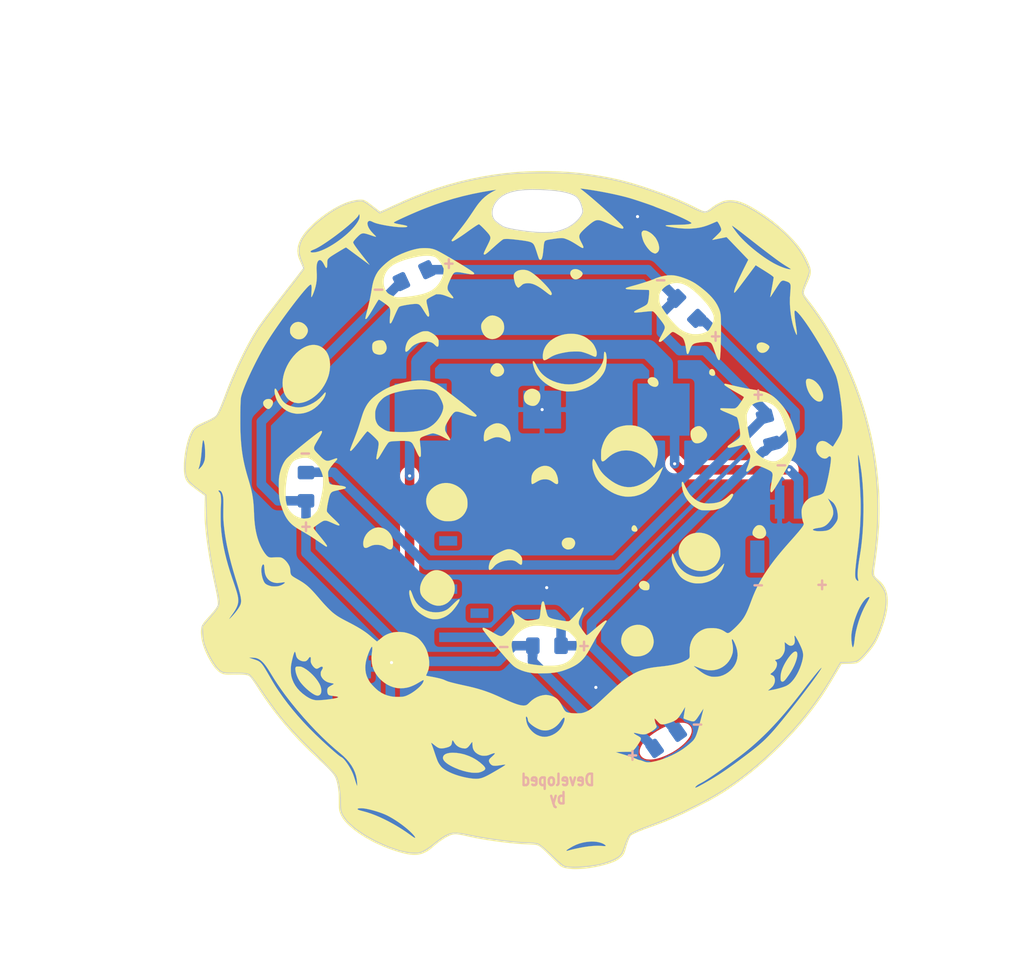
<source format=kicad_pcb>
(kicad_pcb (version 20171130) (host pcbnew 5.1.4-e60b266~84~ubuntu18.04.1)
  (layers (0 F.Cu signal) (31 B.Cu signal) (34 B.Paste user) (35 F.Paste user) (36 B.SilkS user) (37 F.SilkS user) (38 B.Mask user) (39 F.Mask user) (44 Edge.Cuts user))
  (net 0 "")
  (net 1 GND)
  (net 2 VCC)
  (net 3 /PB_0)
  (net 4 /PB_1)
  (net 5 /PB_4)
  (net 6 "Net-(J2-Pad6)")
  (net 7 "Net-(J2-Pad4)")
  (net 8 "Net-(J2-Pad3)")
  (net 9 VIN)
  (module Reverse_Mount_Leds:LED_1206_Reverse (layer B.Cu) (at 152.908 118.872)
    (fp_text reference D1)
    (fp_text value LED)
    (pad 1 smd roundrect (at -1.4875 0) (size 1.425 1.75) (layers B.Cu B.Paste B.Mask) (roundrect_rratio 0.175439) (net 3 /PB_0))
    (pad 2 smd roundrect (at 1.4875 0) (size 1.425 1.75) (layers B.Cu B.Paste B.Mask) (roundrect_rratio 0.175439) (net 4 /PB_1))
  )
  (module Reverse_Mount_Leds:LED_1206_Reverse (layer B.Cu) (at 165.481711 128.843795 215)
    (fp_text reference D2)
    (fp_text value LED)
    (pad 2 smd roundrect (at 1.4875 0 215) (size 1.425 1.75) (layers B.Cu B.Paste B.Mask) (roundrect_rratio 0.175439) (net 3 /PB_0))
    (pad 1 smd roundrect (at -1.4875 0 215) (size 1.425 1.75) (layers B.Cu B.Paste B.Mask) (roundrect_rratio 0.175439) (net 4 /PB_1))
  )
  (module Reverse_Mount_Leds:LED_1206_Reverse (layer B.Cu) (at 176.272007 96.149985 105)
    (fp_text reference D3)
    (fp_text value LED)
    (pad 2 smd roundrect (at 1.4875 0 105) (size 1.425 1.75) (layers B.Cu B.Paste B.Mask) (roundrect_rratio 0.175439) (net 5 /PB_4))
    (pad 1 smd roundrect (at -1.4875 0 105) (size 1.425 1.75) (layers B.Cu B.Paste B.Mask) (roundrect_rratio 0.175439) (net 4 /PB_1))
  )
  (module Reverse_Mount_Leds:LED_1206_Reverse (layer B.Cu) (at 167.64 83.312 315)
    (fp_text reference D4)
    (fp_text value LED)
    (pad 2 smd roundrect (at 1.4875 0 315) (size 1.425 1.75) (layers B.Cu B.Paste B.Mask) (roundrect_rratio 0.175439) (net 4 /PB_1))
    (pad 1 smd roundrect (at -1.4875 0 315) (size 1.425 1.75) (layers B.Cu B.Paste B.Mask) (roundrect_rratio 0.175439) (net 5 /PB_4))
  )
  (module Reverse_Mount_Leds:LED_1206_Reverse (layer B.Cu) (at 138.9126 79.8576 25)
    (fp_text reference D5)
    (fp_text value LED)
    (pad 1 smd roundrect (at -1.4875 0 25) (size 1.425 1.75) (layers B.Cu B.Paste B.Mask) (roundrect_rratio 0.175439) (net 3 /PB_0))
    (pad 2 smd roundrect (at 1.4875 0 25) (size 1.425 1.75) (layers B.Cu B.Paste B.Mask) (roundrect_rratio 0.175439) (net 5 /PB_4))
  )
  (module Reverse_Mount_Leds:LED_1206_Reverse (layer B.Cu) (at 127.508 102.108 270)
    (fp_text reference D6)
    (fp_text value LED)
    (pad 1 smd roundrect (at -1.4875 0 270) (size 1.425 1.75) (layers B.Cu B.Paste B.Mask) (roundrect_rratio 0.175439) (net 5 /PB_4))
    (pad 2 smd roundrect (at 1.4875 0 270) (size 1.425 1.75) (layers B.Cu B.Paste B.Mask) (roundrect_rratio 0.175439) (net 3 /PB_0))
  )
  (module Connector_JST:JST-S2B-PH-SM4-TB (layer B.Cu) (at 178.435 106.68 180)
    (fp_text reference J1)
    (fp_text value Conn_01x02)
    (pad 4 smd roundrect (at -3.35 -2.8 180) (size 1.5 3.4) (layers B.Cu B.Paste B.Mask) (roundrect_rratio 0.015))
    (pad 3 smd roundrect (at 3.35 -2.8 180) (size 1.5 3.4) (layers B.Cu B.Paste B.Mask) (roundrect_rratio 0.015))
    (pad 1 smd rect (at -1 2.95 180) (size 1 3.5) (layers B.Cu B.Paste B.Mask) (net 9 VIN))
    (pad 2 smd roundrect (at 1 2.95 180) (size 1 3.5) (layers B.Cu B.Paste B.Mask) (roundrect_rratio 0.015) (net 1 GND))
  )
  (module Reverse_Mount_Leds:Digispark_SMD_Reverse (layer B.Cu) (at 144.145 114.4778 270)
    (fp_text reference J2)
    (fp_text value Conn_01x06_x03)
    (pad 6 smd rect (at -6.6548 1.65 180) (size 1.9 1) (layers B.Cu B.Paste B.Mask) (net 6 "Net-(J2-Pad6)"))
    (pad 5 smd rect (at -4.1148 -1.65 180) (size 1.9 1) (layers B.Cu B.Paste B.Mask) (net 5 /PB_4))
    (pad 4 smd rect (at -1.5748 1.65 180) (size 1.9 1) (layers B.Cu B.Paste B.Mask) (net 7 "Net-(J2-Pad4)"))
    (pad 3 smd rect (at 0.9652 -1.65 180) (size 1.9 1) (layers B.Cu B.Paste B.Mask) (net 8 "Net-(J2-Pad3)"))
    (pad 2 smd rect (at 3.5052 1.65 180) (size 1.9 1) (layers B.Cu B.Paste B.Mask) (net 4 /PB_1))
    (pad 1 smd rect (at 6.0452 -1.65 180) (size 1.9 1) (layers B.Cu B.Paste B.Mask) (net 3 /PB_0))
    (pad 7 smd rect (at 10.1844 7.747 270) (size 1.9 1) (layers B.Cu B.Paste B.Mask) (net 9 VIN))
    (pad 8 smd rect (at 6.8844 10.287 270) (size 1.9 1) (layers B.Cu B.Paste B.Mask) (net 1 GND))
    (pad 9 smd rect (at 10.1844 12.827 270) (size 1.9 1) (layers B.Cu B.Paste B.Mask) (net 2 VCC))
  )
  (module Reverse_Mount_Leds:firma_Cu_Mask (layer B.Cu) (at 153.924 137.16 180)
    (fp_text reference U2 hide)
    (fp_text value Firma hide)
    (fp_poly (pts (xy -4.273799 -0.192371) (xy -4.268599 -0.157921) (xy -4.266899 -0.118301) (xy -4.14632 0.091851) (xy -3.982678 0.264106) (xy -3.958568 0.288226) (xy -3.939618 0.314066) (xy -3.917228 0.334736) (xy -3.886218 0.348516) (xy -3.782866 0.439816) (xy -3.65712 0.519056) (xy -3.526206 0.596566) (xy -3.405628 0.682696) (xy -3.376348 0.674096) (xy -3.352228 0.675796) (xy -3.312608 0.629286) (xy -3.260928 0.603446) (xy -3.210978 0.572436) (xy -3.174808 0.524206) (xy -3.186868 0.515606) (xy -3.181668 0.496656) (xy -3.178268 0.477706) (xy -3.193768 0.469106) (xy -3.181708 0.457046) (xy -3.169648 0.444986) (xy -3.174848 0.427766) (xy -3.174848 0.408816) (xy -3.267868 0.355416) (xy -3.374666 0.303736) (xy -3.488354 0.243446) (xy -3.602042 0.171096) (xy -3.717453 0.079796) (xy -3.827696 -0.027003) (xy -3.927606 -0.142414) (xy -4.006846 -0.257825) (xy -3.998246 -0.273325) (xy -3.987916 -0.288825) (xy -3.865615 -0.288825) (xy -3.751927 -0.295725) (xy -3.743327 -0.281945) (xy -3.732987 -0.269885) (xy -3.514223 -0.231985) (xy -3.307517 -0.176865) (xy -3.362637 -0.157915) (xy -3.362637 -0.140685) (xy -3.343687 -0.123465) (xy -3.390197 -0.082125) (xy -3.410867 -0.014945) (xy -3.398807 0.009166) (xy -3.410867 0.031556) (xy -3.421207 0.031556) (xy -3.424607 0.024656) (xy -3.428007 0.017756) (xy -3.436607 0.017756) (xy -3.428007 0.048766) (xy -3.417667 0.078046) (xy -3.274696 0.172786) (xy -3.219576 0.136616) (xy -3.150676 0.098716) (xy -3.076606 0.059096) (xy -3.005986 0.021196) (xy -2.952586 -0.013255) (xy -2.909526 -0.054595) (xy -2.868186 -0.095935) (xy -2.818236 -0.130384) (xy -2.814836 -0.175175) (xy -2.811436 -0.216515) (xy -2.890676 -0.316425) (xy -2.995751 -0.385325) (xy -3.118052 -0.435275) (xy -3.252411 -0.473175) (xy -3.391937 -0.511075) (xy -3.528018 -0.555865) (xy -3.577968 -0.557565) (xy -3.617588 -0.562765) (xy -3.655488 -0.569665) (xy -3.696828 -0.574865) (xy -3.708888 -0.578265) (xy -3.715788 -0.586865) (xy -3.777798 -0.592065) (xy -3.824308 -0.592065) (xy -3.874258 -0.598965) (xy -3.922488 -0.604165) (xy -4.165367 -0.493922) (xy -4.261827 -0.209701) (xy -4.265227 -0.199371) (xy -4.273827 -0.192471) (xy -4.273799 -0.192371)) (layer B.Cu) (width 0))
    (fp_poly (pts (xy -2.738664 -0.460743) (xy -2.315093 0.148895) (xy -2.344373 0.069655) (xy -2.192789 0.109275) (xy -2.042927 0.171285) (xy -2.087717 0.272915) (xy -2.163507 0.326315) (xy -2.163513 0.326315) (xy -2.213463 0.266025) (xy -2.268583 0.210905) (xy -2.315093 0.148895) (xy -2.738664 -0.460743) (xy -2.754164 -0.448683) (xy -2.769664 -0.419403) (xy -2.750714 -0.419403) (xy -2.757614 -0.350503) (xy -2.742114 -0.288493) (xy -2.728334 -0.229923) (xy -2.733534 -0.169633) (xy -2.721474 -0.166233) (xy -2.714574 -0.142113) (xy -2.712874 -0.111103) (xy -2.714574 -0.083543) (xy -2.680124 0.026701) (xy -2.656004 0.138666) (xy -2.633614 0.247187) (xy -2.599164 0.347097) (xy -2.549214 0.340197) (xy -2.513044 0.317807) (xy -2.418304 0.417717) (xy -2.335624 0.531405) (xy -2.239164 0.631315) (xy -2.106527 0.682995) (xy -2.013507 0.619265) (xy -1.929097 0.536585) (xy -1.903257 0.517635) (xy -1.875697 0.500405) (xy -1.875697 0.474565) (xy -1.836077 0.421165) (xy -1.806797 0.357435) (xy -1.780957 0.290255) (xy -1.753397 0.226525) (xy -1.756797 0.207575) (xy -1.753397 0.192075) (xy -1.748197 0.174855) (xy -1.746497 0.152465) (xy -1.806787 0.004326) (xy -1.934256 -0.086975) (xy -2.09273 -0.147265) (xy -2.246037 -0.200665) (xy -2.239137 -0.207565) (xy -2.233937 -0.217895) (xy -2.154697 -0.267845) (xy -2.101297 -0.300575) (xy -2.046177 -0.321245) (xy -1.961767 -0.341915) (xy -1.879087 -0.362585) (xy -1.823967 -0.374645) (xy -1.772287 -0.381545) (xy -1.698217 -0.390145) (xy -1.667207 -0.434935) (xy -1.649977 -0.486615) (xy -1.648277 -0.536565) (xy -1.662057 -0.572735) (xy -1.653457 -0.579635) (xy -1.636237 -0.579635) (xy -1.656907 -0.600305) (xy -1.674137 -0.624425) (xy -1.694807 -0.646815) (xy -1.722367 -0.658875) (xy -1.880842 -0.660575) (xy -2.127166 -0.581335) (xy -2.247744 -0.531385) (xy -2.328704 -0.488325) (xy -2.392434 -0.441815) (xy -2.459614 -0.381525) (xy -2.466514 -0.388425) (xy -2.471714 -0.395325) (xy -2.499274 -0.507289) (xy -2.550954 -0.59514) (xy -2.588854 -0.60034) (xy -2.611244 -0.61929) (xy -2.637084 -0.61759) (xy -2.652584 -0.60899) (xy -2.668084 -0.59865) (xy -2.695644 -0.59525) (xy -2.705984 -0.56597) (xy -2.733544 -0.55219) (xy -2.730144 -0.52635) (xy -2.735344 -0.505679) (xy -2.742244 -0.48501) (xy -2.738844 -0.46089) (xy -2.738664 -0.460743)) (layer B.Cu) (width 0))
    (fp_poly (pts (xy -0.685386 0.360913) (xy -0.685386 0.341963) (xy -0.687086 0.331633) (xy -0.687086 0.319573) (xy -0.683686 0.302343) (xy -0.768096 0.221383) (xy -0.869726 0.190373) (xy -0.983414 0.171423) (xy -1.097102 0.126633) (xy -1.138442 0.126633) (xy -1.190122 0.121433) (xy -1.215962 0.105933) (xy -1.246972 0.097333) (xy -1.241772 0.064602) (xy -1.236572 0.038763) (xy -1.103935 0.040463) (xy -0.959241 0.049063) (xy -0.960941 0.037003) (xy -0.962641 0.028403) (xy -0.938521 0.006013) (xy -0.914401 -0.018108) (xy -0.890281 -0.038778) (xy -0.859271 -0.043978) (xy -0.850671 -0.074988) (xy -0.854071 -0.107718) (xy -0.909191 -0.147338) (xy -0.967761 -0.181788) (xy -1.031491 -0.207628) (xy -1.105561 -0.214528) (xy -1.119341 -0.214528) (xy -1.129681 -0.209328) (xy -1.169301 -0.214528) (xy -1.207201 -0.219728) (xy -1.253711 -0.212828) (xy -1.300221 -0.205928) (xy -1.350171 -0.283438) (xy -1.389791 -0.371288) (xy -1.293331 -0.378188) (xy -1.219261 -0.372988) (xy -1.148641 -0.364388) (xy -1.057341 -0.360988) (xy -0.976381 -0.336868) (xy -0.888531 -0.316198) (xy -0.864411 -0.335148) (xy -0.845461 -0.359268) (xy -0.824791 -0.378218) (xy -0.798951 -0.385118) (xy -0.790351 -0.402348) (xy -0.785151 -0.419568) (xy -0.779951 -0.435068) (xy -0.764451 -0.438468) (xy -0.824741 -0.526318) (xy -0.900531 -0.571108) (xy -0.996991 -0.595218) (xy -1.112402 -0.615888) (xy -1.138242 -0.614188) (xy -1.162362 -0.610788) (xy -1.257102 -0.626288) (xy -1.369068 -0.631488) (xy -1.477588 -0.615988) (xy -1.561988 -0.571198) (xy -1.580938 -0.543638) (xy -1.603328 -0.517798) (xy -1.610228 -0.467848) (xy -1.620558 -0.411008) (xy -1.629158 -0.350718) (xy -1.625758 -0.297318) (xy -1.605088 -0.250808) (xy -1.593028 -0.206018) (xy -1.582688 -0.197418) (xy -1.568908 -0.190518) (xy -1.546518 -0.131948) (xy -1.522398 -0.078548) (xy -1.496558 -0.026868) (xy -1.470718 0.033423) (xy -1.506888 0.081653) (xy -1.522388 0.135053) (xy -1.530988 0.190173) (xy -1.543048 0.248743) (xy -1.501708 0.290083) (xy -1.446588 0.317643) (xy -1.382848 0.334873) (xy -1.310498 0.350373) (xy -1.188197 0.384823) (xy -1.081399 0.403773) (xy -0.971156 0.419273) (xy -0.841965 0.439943) (xy -0.812685 0.424443) (xy -0.797185 0.433043) (xy -0.788585 0.443373) (xy -0.745525 0.393423) (xy -0.685235 0.360693) (xy -0.685386 0.360913)) (layer B.Cu) (width 0))
    (fp_poly (pts (xy -0.175512 -0.157575) (xy -0.196182 -0.183415) (xy -0.213412 -0.212695) (xy -0.232362 -0.248865) (xy -0.258202 -0.279875) (xy -0.275432 -0.321215) (xy -0.302992 -0.353945) (xy -0.383952 -0.503807) (xy -0.394292 -0.534817) (xy -0.409792 -0.562377) (xy -0.416692 -0.574437) (xy -0.421892 -0.583037) (xy -0.425292 -0.600267) (xy -0.444242 -0.624387) (xy -0.463192 -0.643337) (xy -0.475252 -0.657117) (xy -0.501092 -0.667447) (xy -0.654398 -0.533089) (xy -0.652698 -0.515859) (xy -0.647498 -0.498639) (xy -0.640598 -0.477969) (xy -0.625098 -0.429739) (xy -0.595818 -0.386679) (xy -0.580318 -0.348779) (xy -0.538978 -0.267819) (xy -0.501078 -0.202359) (xy -0.478688 -0.164459) (xy -0.520028 -0.114509) (xy -0.559648 -0.031829) (xy -0.583768 0.038792) (xy -0.588968 0.076692) (xy -0.595868 0.109422) (xy -0.604468 0.147322) (xy -0.607868 0.186942) (xy -0.618198 0.211062) (xy -0.614798 0.228292) (xy -0.613098 0.259302) (xy -0.621698 0.300642) (xy -0.630298 0.338542) (xy -0.631998 0.379882) (xy -0.621658 0.417782) (xy -0.588928 0.450512) (xy -0.559648 0.452212) (xy -0.530368 0.434982) (xy -0.501088 0.419482) (xy -0.464918 0.402252) (xy -0.428748 0.379862) (xy -0.416688 0.355742) (xy -0.394298 0.336792) (xy -0.394298 0.317842) (xy -0.392598 0.298892) (xy -0.385698 0.271332) (xy -0.378798 0.250661) (xy -0.373598 0.204152) (xy -0.363268 0.164532) (xy -0.352938 0.124912) (xy -0.351238 0.080122) (xy -0.334008 0.092182) (xy -0.327108 0.097382) (xy -0.320208 0.102582) (xy -0.218578 0.240386) (xy -0.221978 0.257616) (xy -0.185808 0.292066) (xy -0.159968 0.317906) (xy -0.137578 0.343746) (xy -0.118628 0.357526) (xy 0.038124 0.464324) (xy 0.062244 0.467724) (xy 0.069144 0.445334) (xy 0.096704 0.410884) (xy 0.143214 0.381604) (xy 0.158714 0.371264) (xy 0.167314 0.345424) (xy 0.165614 0.329924) (xy 0.172514 0.312694) (xy 0.138064 0.252404) (xy 0.100164 0.217954) (xy 0.070884 0.192114) (xy 0.051934 0.164554) (xy 0.039874 0.150774) (xy -0.006636 0.095654) (xy -0.011836 0.074984) (xy -0.032506 0.074984) (xy -0.041106 0.068084) (xy -0.058336 0.038804) (xy -0.075556 0.016414) (xy -0.084156 0.007813) (xy -0.089356 -0.005967) (xy -0.094556 -0.019747) (xy -0.122116 -0.054197) (xy -0.134176 -0.078317) (xy -0.147956 -0.105877) (xy -0.166906 -0.131717) (xy -0.175512 -0.157575)) (layer B.Cu) (width 0))
    (fp_poly (pts (xy 0.33264 -0.295379) (xy 0.31025 -0.314329) (xy 0.29647 -0.343609) (xy 0.28441 -0.372889) (xy 0.26718 -0.384949) (xy 0.25685 -0.409069) (xy 0.24307 -0.431459) (xy 0.23274 -0.455579) (xy 0.23614 -0.484859) (xy 0.21892 -0.514139) (xy 0.21032 -0.550309) (xy 0.19654 -0.579589) (xy 0.15864 -0.589929) (xy 0.15694 -0.598529) (xy 0.16214 -0.610589) (xy 0.13286 -0.612289) (xy 0.11047 -0.620889) (xy 0.05535 -0.584719) (xy 0.01745 -0.527879) (xy -0.01183 -0.462419) (xy -0.03595 -0.405579) (xy -0.03425 -0.369409) (xy -0.04631 -0.338399) (xy -0.02497 -0.293239) (xy -0.00314 -0.247319) (xy 0.01917 -0.200649) (xy 0.04197 -0.153229) (xy 0.06525 -0.105049) (xy 0.08902 -0.056119) (xy 0.11327 -0.006429) (xy 0.13801 0.044012) (xy 0.16283 0.094752) (xy 0.18732 0.145322) (xy 0.21149 0.195732) (xy 0.23534 0.245982) (xy 0.25886 0.296072) (xy 0.28206 0.346002) (xy 0.30494 0.395772) (xy 0.32749 0.445372) (xy 0.405 0.409202) (xy 0.47562 0.364412) (xy 0.53074 0.304122) (xy 0.56002 0.230052) (xy 0.55142 0.221452) (xy 0.54452 0.219752) (xy 0.55142 0.207692) (xy 0.55142 0.200792) (xy 0.55142 0.190452) (xy 0.55662 0.174952) (xy 0.54629 0.173252) (xy 0.53595 0.173252) (xy 0.53935 0.142242) (xy 0.53245 0.119852) (xy 0.52385 0.099182) (xy 0.52555 0.071622) (xy 0.51695 0.068222) (xy 0.51355 0.063021) (xy 0.50835 0.057822) (xy 0.50145 0.057822) (xy 0.50485 -0.017969) (xy 0.50145 -0.095479) (xy 0.50315 -0.176439) (xy 0.51521 -0.262569) (xy 0.61339 -0.169549) (xy 0.67368 -0.04208) (xy 0.70985 0.109505) (xy 0.73569 0.27487) (xy 0.75981 0.31277) (xy 0.77531 0.35928) (xy 0.78909 0.40923) (xy 0.80632 0.45574) (xy 0.84938 0.43851) (xy 0.88383 0.41095) (xy 0.91656 0.38339) (xy 0.95962 0.36789) (xy 0.99752 0.31105) (xy 1.01991 0.25248) (xy 1.00613 0.22147) (xy 0.99753 0.18702) (xy 0.98375 0.15429) (xy 0.95963 0.13017) (xy 0.94585 0.04749) (xy 0.93035 -0.024861) (xy 0.91829 -0.100651) (xy 0.91489 -0.185051) (xy 0.88561 -0.269451) (xy 0.86149 -0.350411) (xy 0.81843 -0.403811) (xy 0.7857 -0.465821) (xy 0.7771 -0.469221) (xy 0.76504 -0.464021) (xy 0.76504 -0.474361) (xy 0.75984 -0.481261) (xy 0.75644 -0.488161) (xy 0.75984 -0.501941) (xy 0.71678 -0.531221) (xy 0.67544 -0.565671) (xy 0.62376 -0.586341) (xy 0.54625 -0.574281) (xy 0.420504 -0.455425) (xy 0.332654 -0.295228) (xy 0.33264 -0.295379)) (layer B.Cu) (width 0))
    (fp_poly (pts (xy 1.886378 -0.464189) (xy 1.388562 -0.166188) (xy 1.481582 -0.159288) (xy 1.576322 -0.143788) (xy 1.550482 -0.03699) (xy 1.521202 0.074977) (xy 1.510872 0.057747) (xy 1.443692 -0.023214) (xy 1.390292 -0.107624) (xy 1.369622 -0.138634) (xy 1.350672 -0.169644) (xy 1.369622 -0.167944) (xy 1.388572 -0.166244) (xy 1.388562 -0.166188) (xy 1.886378 -0.464189) (xy 1.855368 -0.524479) (xy 1.808858 -0.577879) (xy 1.750288 -0.615779) (xy 1.681388 -0.633009) (xy 1.650378 -0.620949) (xy 1.634878 -0.610619) (xy 1.624538 -0.605419) (xy 1.617638 -0.600219) (xy 1.596968 -0.591619) (xy 1.603868 -0.569229) (xy 1.602168 -0.548559) (xy 1.581498 -0.526169) (xy 1.571158 -0.515829) (xy 1.562558 -0.505498) (xy 1.533278 -0.472769) (xy 1.579788 -0.460709) (xy 1.636638 -0.429699) (xy 1.648698 -0.365959) (xy 1.590128 -0.364259) (xy 1.543618 -0.376319) (xy 1.479888 -0.391819) (xy 1.410988 -0.397019) (xy 1.385148 -0.397019) (xy 1.359308 -0.393619) (xy 1.342088 -0.390219) (xy 1.335188 -0.369549) (xy 1.328288 -0.362649) (xy 1.309338 -0.340259) (xy 1.305938 -0.302359) (xy 1.295608 -0.271349) (xy 1.280108 -0.314409) (xy 1.273208 -0.331639) (xy 1.255978 -0.335039) (xy 1.250778 -0.343639) (xy 1.249078 -0.352239) (xy 1.240478 -0.381519) (xy 1.233578 -0.388419) (xy 1.226678 -0.393619) (xy 1.218078 -0.424629) (xy 1.207738 -0.453909) (xy 1.192238 -0.498699) (xy 1.188838 -0.540039) (xy 1.181938 -0.558989) (xy 1.162988 -0.576219) (xy 1.142318 -0.586549) (xy 1.131978 -0.593449) (xy 1.123378 -0.596849) (xy 1.118178 -0.615799) (xy 1.097508 -0.619199) (xy 1.069948 -0.624399) (xy 1.052718 -0.626099) (xy 1.035488 -0.624399) (xy 1.006208 -0.600279) (xy 0.982088 -0.581329) (xy 0.964868 -0.550319) (xy 0.961468 -0.531369) (xy 0.958068 -0.514139) (xy 0.952868 -0.503809) (xy 0.930478 -0.483139) (xy 0.949428 -0.467639) (xy 0.951128 -0.438359) (xy 1.023478 -0.26955) (xy 1.104438 -0.104185) (xy 1.130278 -0.049065) (xy 1.157838 0.006056) (xy 1.156138 0.018116) (xy 1.159538 0.033616) (xy 1.190548 0.085296) (xy 1.214668 0.133526) (xy 1.242228 0.190366) (xy 1.280128 0.247206) (xy 1.307688 0.259265) (xy 1.319748 0.262666) (xy 1.335248 0.266066) (xy 1.361088 0.262666) (xy 1.445488 0.324676) (xy 1.519558 0.422866) (xy 1.536788 0.446976) (xy 1.559178 0.433196) (xy 1.583298 0.422866) (xy 1.616028 0.414266) (xy 1.674598 0.398766) (xy 1.719388 0.372926) (xy 1.731448 0.331586) (xy 1.736648 0.304026) (xy 1.745248 0.245456) (xy 1.752148 0.179996) (xy 1.765928 0.121426) (xy 1.777988 0.064586) (xy 1.795208 -0.016375) (xy 1.817598 -0.088725) (xy 1.834828 -0.090425) (xy 1.852048 -0.085225) (xy 1.874438 -0.081825) (xy 1.893388 -0.080125) (xy 1.900288 -0.097355) (xy 1.917518 -0.114585) (xy 1.950248 -0.124925) (xy 1.969198 -0.140425) (xy 1.982978 -0.150765) (xy 2.008818 -0.161095) (xy 1.995038 -0.186935) (xy 1.945088 -0.247225) (xy 1.874468 -0.293735) (xy 1.876168 -0.314405) (xy 1.881368 -0.333355) (xy 1.889968 -0.393645) (xy 1.889968 -0.457375) (xy 1.886378 -0.464189)) (layer B.Cu) (width 0))
    (fp_poly (pts (xy 3.223076 -0.298824) (xy 3.114555 -0.414235) (xy 2.966416 -0.481415) (xy 2.795884 -0.527925) (xy 2.625351 -0.581325) (xy 2.582291 -0.583025) (xy 2.547841 -0.588225) (xy 2.516831 -0.593425) (xy 2.482381 -0.596825) (xy 2.473781 -0.600225) (xy 2.468581 -0.607125) (xy 2.415181 -0.612325) (xy 2.377281 -0.612325) (xy 2.334221 -0.617525) (xy 2.296321 -0.622725) (xy 2.09306 -0.531425) (xy 2.0121 -0.293713) (xy 2.0087 -0.283383) (xy 2.0018 -0.278183) (xy 2.0052 -0.248903) (xy 2.0069 -0.217893) (xy 2.10853 -0.042193) (xy 2.244611 0.102502) (xy 2.265281 0.123172) (xy 2.280781 0.143842) (xy 2.299731 0.161072) (xy 2.325571 0.173132) (xy 2.411701 0.248922) (xy 2.516776 0.314382) (xy 2.625296 0.378112) (xy 2.725206 0.450462) (xy 2.752766 0.445262) (xy 2.771716 0.445262) (xy 2.804446 0.409092) (xy 2.847506 0.386702) (xy 2.888846 0.360862) (xy 2.918126 0.319522) (xy 2.907786 0.310922) (xy 2.912986 0.295422) (xy 2.914686 0.279922) (xy 2.902626 0.273022) (xy 2.912956 0.262682) (xy 2.923296 0.254082) (xy 2.918096 0.240302) (xy 2.918096 0.223072) (xy 2.840576 0.180012) (xy 2.752726 0.135222) (xy 2.657986 0.085272) (xy 2.563246 0.024982) (xy 2.468506 -0.052539) (xy 2.375486 -0.140389) (xy 2.291076 -0.236849) (xy 2.223896 -0.333309) (xy 2.230796 -0.347089) (xy 2.239396 -0.359149) (xy 2.341026 -0.359149) (xy 2.437486 -0.364349) (xy 2.444386 -0.354009) (xy 2.452986 -0.343669) (xy 2.635576 -0.312659) (xy 2.807831 -0.266149) (xy 2.781991 -0.257549) (xy 2.761321 -0.248949) (xy 2.761321 -0.235169) (xy 2.778551 -0.221389) (xy 2.738931 -0.186939) (xy 2.721701 -0.131819) (xy 2.732031 -0.111149) (xy 2.721701 -0.092199) (xy 2.713101 -0.092199) (xy 2.709701 -0.097399) (xy 2.708001 -0.104299) (xy 2.699401 -0.102599) (xy 2.706301 -0.076759) (xy 2.716641 -0.052649) (xy 2.835496 0.026592) (xy 2.882006 -0.004419) (xy 2.938846 -0.037149) (xy 3.000856 -0.069879) (xy 3.061146 -0.100889) (xy 3.104206 -0.128449) (xy 3.140376 -0.164619) (xy 3.174826 -0.199069) (xy 3.217886 -0.228349) (xy 3.219586 -0.264519) (xy 3.222986 -0.298969) (xy 3.223076 -0.298824)) (layer B.Cu) (width 0))
    (fp_poly (pts (xy 4.151377 -0.452496) (xy 3.657161 -0.147681) (xy 3.750181 -0.140781) (xy 3.844921 -0.12528) (xy 3.819081 -0.018483) (xy 3.789801 0.093484) (xy 3.779461 0.076254) (xy 3.712281 -0.004707) (xy 3.658881 -0.089117) (xy 3.638211 -0.120127) (xy 3.619261 -0.151137) (xy 3.638211 -0.149437) (xy 3.657161 -0.147737) (xy 3.657161 -0.147681) (xy 4.151377 -0.452496) (xy 4.120367 -0.512786) (xy 4.073857 -0.566186) (xy 4.015287 -0.604086) (xy 3.946387 -0.621316) (xy 3.915377 -0.609256) (xy 3.899877 -0.598926) (xy 3.889537 -0.593726) (xy 3.882637 -0.588526) (xy 3.861967 -0.579926) (xy 3.868867 -0.557536) (xy 3.867167 -0.536866) (xy 3.846497 -0.514476) (xy 3.836157 -0.504135) (xy 3.827557 -0.493806) (xy 3.798277 -0.461076) (xy 3.844787 -0.449016) (xy 3.901637 -0.418006) (xy 3.913697 -0.354266) (xy 3.855127 -0.352566) (xy 3.808617 -0.364626) (xy 3.744887 -0.380126) (xy 3.675987 -0.385326) (xy 3.650147 -0.385326) (xy 3.624307 -0.381926) (xy 3.607087 -0.378526) (xy 3.600187 -0.357856) (xy 3.593287 -0.350956) (xy 3.574337 -0.328566) (xy 3.570937 -0.290666) (xy 3.560607 -0.259655) (xy 3.545107 -0.302716) (xy 3.538207 -0.319946) (xy 3.520977 -0.323346) (xy 3.515777 -0.331946) (xy 3.514077 -0.340546) (xy 3.505477 -0.369826) (xy 3.498577 -0.376726) (xy 3.491677 -0.381926) (xy 3.483077 -0.412936) (xy 3.472737 -0.442216) (xy 3.457237 -0.487006) (xy 3.453837 -0.528346) (xy 3.446937 -0.547296) (xy 3.427987 -0.564526) (xy 3.407317 -0.574856) (xy 3.396977 -0.581756) (xy 3.388377 -0.585156) (xy 3.383177 -0.604106) (xy 3.362507 -0.607506) (xy 3.334947 -0.612706) (xy 3.317717 -0.614406) (xy 3.300487 -0.612706) (xy 3.271207 -0.588586) (xy 3.247087 -0.569636) (xy 3.229867 -0.538626) (xy 3.226467 -0.519675) (xy 3.223067 -0.502446) (xy 3.217867 -0.492116) (xy 3.195477 -0.471446) (xy 3.214427 -0.455946) (xy 3.216127 -0.426666) (xy 3.288477 -0.257857) (xy 3.369437 -0.092492) (xy 3.395277 -0.037372) (xy 3.422837 0.017749) (xy 3.421137 0.029809) (xy 3.424537 0.045309) (xy 3.455547 0.096989) (xy 3.479667 0.145219) (xy 3.507227 0.202059) (xy 3.545127 0.258898) (xy 3.572687 0.270959) (xy 3.584747 0.274359) (xy 3.600247 0.277759) (xy 3.626087 0.274359) (xy 3.710487 0.336369) (xy 3.784557 0.434559) (xy 3.801787 0.458669) (xy 3.824177 0.444889) (xy 3.848297 0.434559) (xy 3.881027 0.425959) (xy 3.939597 0.410459) (xy 3.984387 0.384619) (xy 3.996447 0.343279) (xy 4.001647 0.315719) (xy 4.010247 0.257149) (xy 4.017147 0.191689) (xy 4.030927 0.133119) (xy 4.042987 0.076279) (xy 4.060217 -0.004682) (xy 4.082607 -0.077032) (xy 4.099837 -0.078732) (xy 4.117057 -0.073532) (xy 4.139447 -0.070132) (xy 4.158397 -0.068432) (xy 4.165297 -0.085662) (xy 4.182527 -0.102892) (xy 4.215257 -0.113232) (xy 4.234207 -0.128732) (xy 4.247987 -0.139072) (xy 4.273827 -0.149402) (xy 4.260047 -0.175242) (xy 4.210097 -0.235532) (xy 4.139477 -0.282042) (xy 4.141177 -0.302712) (xy 4.146377 -0.321662) (xy 4.154977 -0.381952) (xy 4.154977 -0.445682) (xy 4.151377 -0.452496)) (layer B.Cu) (width 0))
  )
  (module Battery:S8211R (layer B.Cu) (at 152.4 93.98)
    (fp_text reference BT1)
    (fp_text value Battery_Cell)
    (pad 1 smd rect (at 12.8 0) (size 5.5 5.5) (layers B.Cu B.Paste B.Mask) (net 9 VIN))
    (pad 1 smd rect (at -12.8 0) (size 5.5 5.5) (layers B.Cu B.Paste B.Mask) (net 9 VIN))
    (pad 2 smd rect (at 0 0) (size 4 4) (layers B.Cu B.Paste B.Mask) (net 1 GND))
  )
  (module Reverse_Mount_Leds:Moon_6_Leds_75_2 (layer F.Cu) (at 151.765 105.791)
    (fp_text reference U1 hide)
    (fp_text value PCB hide)
    (fp_poly (pts (xy 6.306379 33.726544) (xy 6.579667 33.765358) (xy 6.826416 33.826511) (xy 6.918107 33.858023) (xy 7.033762 33.907316) (xy 7.141919 33.96393) (xy 7.235855 34.023265) (xy 7.308848 34.080725) (xy 7.354174 34.13171) (xy 7.366 34.164376) (xy 7.35963 34.189107) (xy 7.33746 34.206794) (xy 7.294902 34.217845) (xy 7.227366 34.222665) (xy 7.130265 34.221661) (xy 6.999008 34.215239) (xy 6.879917 34.207429) (xy 6.568338 34.194839) (xy 6.237919 34.199769) (xy 5.882506 34.222488) (xy 5.495944 34.263264) (xy 5.440455 34.270242) (xy 5.281888 34.29305) (xy 5.091584 34.324496) (xy 4.878817 34.362717) (xy 4.652861 34.405853) (xy 4.422991 34.452043) (xy 4.198481 34.499427) (xy 3.988604 34.546143) (xy 3.802636 34.590332) (xy 3.658195 34.627824) (xy 3.510961 34.665613) (xy 3.383211 34.69296) (xy 3.279424 34.709269) (xy 3.204076 34.713942) (xy 3.161647 34.706382) (xy 3.153834 34.695053) (xy 3.172109 34.658572) (xy 3.223637 34.606953) (xy 3.303475 34.54331) (xy 3.406678 34.470753) (xy 3.528301 34.392394) (xy 3.663399 34.311345) (xy 3.807029 34.230718) (xy 3.954245 34.153624) (xy 4.100103 34.083175) (xy 4.188899 34.043678) (xy 4.468417 33.938336) (xy 4.766282 33.85228) (xy 5.076082 33.785946) (xy 5.391404 33.739768) (xy 5.705835 33.714185) (xy 6.012964 33.709631) (xy 6.306379 33.726544)) (layer F.Cu) (width 0.01))
    (fp_poly (pts (xy -18.301883 30.194045) (xy -18.072784 30.22088) (xy -17.818478 30.264008) (xy -17.545071 30.321679) (xy -17.258673 30.392144) (xy -16.96539 30.473656) (xy -16.67133 30.564465) (xy -16.382602 30.662823) (xy -16.105313 30.766982) (xy -15.845571 30.875193) (xy -15.609484 30.985707) (xy -15.494 31.045717) (xy -15.171231 31.22927) (xy -14.841542 31.433326) (xy -14.5115 31.653033) (xy -14.187669 31.883542) (xy -13.876615 32.120002) (xy -13.584904 32.357564) (xy -13.319101 32.591376) (xy -13.085772 32.816588) (xy -13.057393 32.845783) (xy -12.932881 32.980782) (xy -12.834343 33.100027) (xy -12.763464 33.201046) (xy -12.721927 33.281368) (xy -12.711417 33.338521) (xy -12.714124 33.349678) (xy -12.729591 33.37222) (xy -12.756942 33.376089) (xy -12.80374 33.359835) (xy -12.87755 33.322009) (xy -12.887787 33.316389) (xy -12.948566 33.279576) (xy -13.032432 33.224311) (xy -13.128785 33.157774) (xy -13.227024 33.087148) (xy -13.237037 33.079773) (xy -13.811573 32.674436) (xy -14.412291 32.286712) (xy -15.031804 31.920687) (xy -15.662725 31.580445) (xy -16.297664 31.270075) (xy -16.929235 30.993662) (xy -17.214165 30.879977) (xy -17.392712 30.812113) (xy -17.550297 30.755185) (xy -17.698682 30.705476) (xy -17.84963 30.659267) (xy -18.014905 30.61284) (xy -18.206269 30.562478) (xy -18.271126 30.545893) (xy -18.40194 30.511839) (xy -18.522146 30.479103) (xy -18.624392 30.449802) (xy -18.701324 30.426054) (xy -18.745588 30.409973) (xy -18.748918 30.408372) (xy -18.821895 30.360348) (xy -18.85466 30.314543) (xy -18.849335 30.272854) (xy -18.808039 30.237181) (xy -18.732894 30.209421) (xy -18.626019 30.191473) (xy -18.499666 30.185249) (xy -18.301883 30.194045)) (layer F.Cu) (width 0.01))
    (fp_poly (pts (xy 30.098574 15.396145) (xy 30.109093 15.40854) (xy 30.1067 15.442293) (xy 30.078414 15.507844) (xy 30.02501 15.604117) (xy 29.947265 15.730032) (xy 29.845953 15.884513) (xy 29.72185 16.06648) (xy 29.575733 16.274856) (xy 29.408375 16.508563) (xy 29.220553 16.766522) (xy 29.013043 17.047656) (xy 28.78662 17.350887) (xy 28.542059 17.675136) (xy 28.280136 18.019326) (xy 28.001626 18.382377) (xy 27.707306 18.763214) (xy 27.551779 18.963408) (xy 27.197007 19.417842) (xy 26.865197 19.839736) (xy 26.554705 20.230997) (xy 26.263885 20.593532) (xy 25.991092 20.92925) (xy 25.734683 21.240056) (xy 25.493012 21.527859) (xy 25.264434 21.794566) (xy 25.047305 22.042083) (xy 24.83998 22.272319) (xy 24.640815 22.48718) (xy 24.448164 22.688574) (xy 24.260382 22.878408) (xy 24.075826 23.05859) (xy 23.89285 23.231026) (xy 23.791334 23.324125) (xy 23.636167 23.461176) (xy 23.449672 23.619248) (xy 23.235521 23.795548) (xy 22.997384 23.987281) (xy 22.738932 24.191651) (xy 22.463835 24.405866) (xy 22.175764 24.627129) (xy 21.878391 24.852648) (xy 21.575386 25.079626) (xy 21.270419 25.305269) (xy 20.967162 25.526784) (xy 20.669285 25.741374) (xy 20.380459 25.946247) (xy 20.104356 26.138607) (xy 20.0025 26.208549) (xy 19.732618 26.390208) (xy 19.445783 26.578056) (xy 19.14762 26.768691) (xy 18.843756 26.958713) (xy 18.539815 27.14472) (xy 18.241423 27.323312) (xy 17.954206 27.491088) (xy 17.683789 27.644646) (xy 17.435797 27.780587) (xy 17.215857 27.895508) (xy 17.193187 27.906936) (xy 17.054953 27.974575) (xy 16.949167 28.021887) (xy 16.871834 28.05009) (xy 16.818962 28.060404) (xy 16.786558 28.054048) (xy 16.771783 28.035586) (xy 16.769824 27.990534) (xy 16.781299 27.950619) (xy 16.815349 27.904426) (xy 16.878203 27.844273) (xy 16.961577 27.776611) (xy 17.057187 27.707893) (xy 17.15675 27.644569) (xy 17.219084 27.609662) (xy 17.389007 27.516025) (xy 17.58887 27.398257) (xy 17.815499 27.258601) (xy 18.06572 27.099299) (xy 18.336357 26.922594) (xy 18.624237 26.730726) (xy 18.926184 26.52594) (xy 19.239026 26.310476) (xy 19.559586 26.086578) (xy 19.884691 25.856487) (xy 20.211165 25.622446) (xy 20.535836 25.386697) (xy 20.855528 25.151482) (xy 21.167066 24.919044) (xy 21.467277 24.691625) (xy 21.752986 24.471467) (xy 22.021018 24.260812) (xy 22.268199 24.061903) (xy 22.426084 23.93172) (xy 22.900368 23.524774) (xy 23.387664 23.084821) (xy 23.882724 22.617048) (xy 24.3803 22.126642) (xy 24.875144 21.618789) (xy 25.362009 21.098675) (xy 25.835648 20.571488) (xy 25.899362 20.498832) (xy 26.095364 20.272516) (xy 26.297665 20.034586) (xy 26.50841 19.782387) (xy 26.729743 19.513264) (xy 26.963809 19.224562) (xy 27.212752 18.913625) (xy 27.478716 18.5778) (xy 27.763846 18.21443) (xy 28.070286 17.820862) (xy 28.257695 17.578917) (xy 28.493089 17.274878) (xy 28.704604 17.002516) (xy 28.893912 16.759754) (xy 29.062685 16.544516) (xy 29.212594 16.354725) (xy 29.345311 16.188304) (xy 29.462507 16.043177) (xy 29.565854 15.917267) (xy 29.657024 15.808497) (xy 29.737688 15.71479) (xy 29.809518 15.634071) (xy 29.874184 15.564261) (xy 29.906061 15.531042) (xy 29.98228 15.455546) (xy 30.036528 15.409855) (xy 30.073671 15.391033) (xy 30.098574 15.396145)) (layer F.Cu) (width 0.01))
    (fp_poly (pts (xy -30.076957 14.309583) (xy -29.964199 14.312481) (xy -29.915841 14.313958) (xy -29.724121 14.324105) (xy -29.564359 14.343583) (xy -29.426611 14.375673) (xy -29.300937 14.423657) (xy -29.177393 14.490817) (xy -29.046039 14.580433) (xy -28.996987 14.617248) (xy -28.904571 14.692827) (xy -28.812359 14.779057) (xy -28.71791 14.879134) (xy -28.618781 14.996256) (xy -28.512533 15.133618) (xy -28.396723 15.294418) (xy -28.26891 15.481852) (xy -28.126652 15.699117) (xy -27.967509 15.949409) (xy -27.912398 16.037352) (xy -27.440909 16.772575) (xy -26.958499 17.485608) (xy -26.461757 18.180666) (xy -25.947273 18.861964) (xy -25.411639 19.533718) (xy -24.851443 20.200144) (xy -24.263277 20.865457) (xy -23.643731 21.533872) (xy -22.989394 22.209605) (xy -22.62377 22.575675) (xy -22.420413 22.776729) (xy -22.240794 22.953034) (xy -22.078999 23.110055) (xy -21.929114 23.253255) (xy -21.785225 23.388098) (xy -21.641417 23.520049) (xy -21.491776 23.654571) (xy -21.330387 23.79713) (xy -21.151336 23.953187) (xy -20.94871 24.128209) (xy -20.869844 24.19606) (xy -20.603103 24.428382) (xy -20.367956 24.640176) (xy -20.161231 24.835069) (xy -19.97976 25.01669) (xy -19.82037 25.188667) (xy -19.679893 25.35463) (xy -19.555156 25.518206) (xy -19.442991 25.683024) (xy -19.340226 25.852712) (xy -19.243692 26.0309) (xy -19.212081 26.093352) (xy -19.071965 26.414983) (xy -18.961494 26.754528) (xy -18.883163 27.101926) (xy -18.839472 27.447115) (xy -18.831185 27.627573) (xy -18.830542 27.727169) (xy -18.833089 27.791913) (xy -18.839833 27.82923) (xy -18.851784 27.846546) (xy -18.861446 27.85034) (xy -18.903042 27.841656) (xy -18.916973 27.829783) (xy -18.929444 27.802657) (xy -18.952773 27.741132) (xy -18.984881 27.651118) (xy -19.023688 27.538523) (xy -19.067114 27.409255) (xy -19.097979 27.315584) (xy -19.204658 27.001693) (xy -19.309158 26.721307) (xy -19.415246 26.466015) (xy -19.52669 26.227407) (xy -19.647254 25.997074) (xy -19.780706 25.766605) (xy -19.821754 25.699514) (xy -19.983418 25.454287) (xy -20.143865 25.245051) (xy -20.308376 25.065962) (xy -20.482231 24.91118) (xy -20.6375 24.796923) (xy -20.767444 24.703916) (xy -20.92411 24.582837) (xy -21.104826 24.43608) (xy -21.306917 24.266036) (xy -21.527712 24.0751) (xy -21.764538 23.865663) (xy -22.014721 23.640118) (xy -22.27559 23.400859) (xy -22.544471 23.150277) (xy -22.818691 22.890767) (xy -23.095578 22.624719) (xy -23.372459 22.354528) (xy -23.439162 22.288789) (xy -23.976031 21.749551) (xy -24.479016 21.224881) (xy -24.951876 20.709977) (xy -25.398369 20.200036) (xy -25.822252 19.690255) (xy -26.227283 19.17583) (xy -26.617221 18.65196) (xy -26.995823 18.11384) (xy -27.366848 17.556669) (xy -27.734052 16.975644) (xy -28.101195 16.36596) (xy -28.184231 16.22425) (xy -28.340124 15.959057) (xy -28.478464 15.728608) (xy -28.601219 15.530085) (xy -28.710356 15.36067) (xy -28.807844 15.217543) (xy -28.895652 15.097887) (xy -28.975747 14.998881) (xy -29.050097 14.917709) (xy -29.120672 14.85155) (xy -29.171082 14.811007) (xy -29.23852 14.768158) (xy -29.335952 14.718823) (xy -29.465909 14.661912) (xy -29.630924 14.596333) (xy -29.833528 14.520995) (xy -29.897916 14.497796) (xy -30.036153 14.446855) (xy -30.13676 14.406328) (xy -30.202766 14.374834) (xy -30.237201 14.350991) (xy -30.243924 14.340005) (xy -30.243745 14.326369) (xy -30.232868 14.316978) (xy -30.205383 14.311363) (xy -30.155383 14.309054) (xy -30.076957 14.309583)) (layer F.Cu) (width 0.01))
    (fp_poly (pts (xy -8.786936 23.036973) (xy -8.758335 23.058002) (xy -8.720455 23.101466) (xy -8.668732 23.172416) (xy -8.618636 23.245915) (xy -8.484984 23.427405) (xy -8.350269 23.571882) (xy -8.20797 23.684314) (xy -8.051566 23.769668) (xy -7.874537 23.832911) (xy -7.833546 23.843999) (xy -7.720442 23.865995) (xy -7.601404 23.877272) (xy -7.488368 23.877736) (xy -7.393271 23.867292) (xy -7.331893 23.847972) (xy -7.260745 23.797171) (xy -7.17247 23.711502) (xy -7.069521 23.593626) (xy -6.954351 23.44621) (xy -6.923929 23.405042) (xy -6.862954 23.325027) (xy -6.808325 23.259466) (xy -6.76599 23.2151) (xy -6.741895 23.198668) (xy -6.741814 23.198667) (xy -6.725798 23.202055) (xy -6.713306 23.215999) (xy -6.703277 23.246166) (xy -6.69465 23.298226) (xy -6.686365 23.377845) (xy -6.677361 23.490693) (xy -6.671235 23.575805) (xy -6.662188 23.693905) (xy -6.652802 23.780747) (xy -6.640641 23.847356) (xy -6.623271 23.904756) (xy -6.598256 23.963972) (xy -6.574724 24.012751) (xy -6.467468 24.183518) (xy -6.325547 24.335654) (xy -6.154718 24.4631) (xy -6.135819 24.474519) (xy -5.975108 24.556731) (xy -5.812246 24.611557) (xy -5.633398 24.642889) (xy -5.503333 24.652443) (xy -5.406373 24.654969) (xy -5.321734 24.652296) (xy -5.241014 24.642537) (xy -5.155809 24.623809) (xy -5.057716 24.594228) (xy -4.93833 24.551908) (xy -4.789249 24.494964) (xy -4.773083 24.488665) (xy -4.621348 24.434892) (xy -4.498719 24.402982) (xy -4.40686 24.393108) (xy -4.347439 24.405444) (xy -4.322121 24.440164) (xy -4.321904 24.44156) (xy -4.323759 24.463743) (xy -4.337163 24.492239) (xy -4.36527 24.530506) (xy -4.411232 24.582003) (xy -4.478202 24.65019) (xy -4.569334 24.738524) (xy -4.687779 24.850464) (xy -4.734779 24.894465) (xy -4.832756 24.991183) (xy -4.898591 25.07096) (xy -4.935143 25.14067) (xy -4.945268 25.207188) (xy -4.931825 25.277388) (xy -4.91351 25.324419) (xy -4.829851 25.470796) (xy -4.722911 25.58834) (xy -4.638791 25.648989) (xy -4.594559 25.673592) (xy -4.554806 25.689854) (xy -4.509481 25.699315) (xy -4.448537 25.703515) (xy -4.361923 25.703996) (xy -4.28625 25.70303) (xy -4.122925 25.695185) (xy -3.936124 25.677259) (xy -3.743025 25.650974) (xy -3.7049 25.644822) (xy -3.532944 25.617641) (xy -3.396864 25.599837) (xy -3.296804 25.592508) (xy -3.232909 25.596754) (xy -3.205322 25.613671) (xy -3.21419 25.644358) (xy -3.259656 25.689914) (xy -3.341866 25.751437) (xy -3.460964 25.830025) (xy -3.617095 25.926777) (xy -3.752815 26.008477) (xy -4.056405 26.188881) (xy -4.327324 26.347809) (xy -4.568435 26.486792) (xy -4.782605 26.607358) (xy -4.972698 26.711038) (xy -5.14158 26.799359) (xy -5.292115 26.873853) (xy -5.42717 26.936047) (xy -5.549608 26.987472) (xy -5.662296 27.029657) (xy -5.672666 27.033264) (xy -5.87375 27.102716) (xy -6.328833 27.106302) (xy -6.467393 27.10694) (xy -6.595041 27.106677) (xy -6.704475 27.105597) (xy -6.788397 27.10378) (xy -6.839504 27.101311) (xy -6.847416 27.100445) (xy -7.260402 27.030374) (xy -7.660173 26.945475) (xy -8.043479 26.846997) (xy -8.407069 26.73619) (xy -8.747693 26.614303) (xy -9.062101 26.482585) (xy -9.347043 26.342285) (xy -9.599267 26.194654) (xy -9.815523 26.040941) (xy -9.978095 25.897053) (xy -10.062571 25.808261) (xy -10.138802 25.717596) (xy -10.208966 25.620652) (xy -10.27524 25.513026) (xy -10.3398 25.390312) (xy -10.404823 25.248105) (xy -10.472486 25.082001) (xy -10.527981 24.933152) (xy -9.795523 24.933152) (xy -9.768856 25.027216) (xy -9.745969 25.077116) (xy -9.666396 25.198325) (xy -9.548625 25.323141) (xy -9.396452 25.449802) (xy -9.213669 25.576548) (xy -9.004072 25.701617) (xy -8.771454 25.823248) (xy -8.51961 25.939678) (xy -8.252333 26.049147) (xy -7.973419 26.149894) (xy -7.68666 26.240156) (xy -7.395852 26.318173) (xy -7.104789 26.382182) (xy -6.836833 26.427649) (xy -6.710535 26.440298) (xy -6.562667 26.446374) (xy -6.404951 26.446207) (xy -6.24911 26.440125) (xy -6.106865 26.428458) (xy -5.989939 26.411534) (xy -5.950497 26.402758) (xy -5.83916 26.367359) (xy -5.718234 26.318182) (xy -5.603086 26.262256) (xy -5.509079 26.206612) (xy -5.486685 26.19056) (xy -5.426173 26.133254) (xy -5.394935 26.073032) (xy -5.394127 26.006359) (xy -5.424904 25.9297) (xy -5.48842 25.839519) (xy -5.585831 25.73228) (xy -5.660318 25.658956) (xy -5.985894 25.375509) (xy -6.333082 25.12745) (xy -6.703667 24.913727) (xy -7.099432 24.73329) (xy -7.440083 24.610686) (xy -7.728639 24.527195) (xy -8.010768 24.463062) (xy -8.283331 24.418096) (xy -8.543184 24.392103) (xy -8.787187 24.384894) (xy -9.012197 24.396274) (xy -9.215074 24.426053) (xy -9.392674 24.474038) (xy -9.541857 24.540039) (xy -9.659481 24.623861) (xy -9.742403 24.725315) (xy -9.756768 24.752216) (xy -9.791334 24.846279) (xy -9.795523 24.933152) (xy -10.527981 24.933152) (xy -10.544967 24.887595) (xy -10.624442 24.660481) (xy -10.699439 24.437468) (xy -10.756583 24.266676) (xy -10.813823 24.098196) (xy -10.868703 23.939068) (xy -10.918769 23.79633) (xy -10.961564 23.67702) (xy -10.994635 23.588178) (xy -11.004343 23.563366) (xy -11.039661 23.472396) (xy -11.068083 23.39402) (xy -11.08631 23.337676) (xy -11.091333 23.314658) (xy -11.081058 23.288997) (xy -11.049075 23.288737) (xy -10.99365 23.314846) (xy -10.913047 23.36829) (xy -10.80553 23.450037) (xy -10.710333 23.527084) (xy -10.562389 23.644545) (xy -10.435723 23.733848) (xy -10.323286 23.798296) (xy -10.21803 23.841189) (xy -10.112903 23.865829) (xy -10.000857 23.875516) (xy -9.965243 23.876) (xy -9.832002 23.867869) (xy -9.681117 23.845402) (xy -9.523817 23.811489) (xy -9.371335 23.76902) (xy -9.2349 23.720883) (xy -9.125742 23.669969) (xy -9.096889 23.652572) (xy -9.037402 23.607558) (xy -8.992612 23.55618) (xy -8.958077 23.489678) (xy -8.929355 23.399296) (xy -8.902007 23.276275) (xy -8.899441 23.263196) (xy -8.879009 23.16302) (xy -8.862491 23.097272) (xy -8.847051 23.058589) (xy -8.829848 23.039608) (xy -8.810825 23.033329) (xy -8.786936 23.036973)) (layer F.Cu) (width 0.01))
    (fp_poly (pts (xy 15.732788 19.555488) (xy 15.734108 19.580094) (xy 15.729203 19.640825) (xy 15.718772 19.732042) (xy 15.703512 19.848106) (xy 15.684121 19.983379) (xy 15.661881 20.128518) (xy 15.635639 20.295309) (xy 15.615647 20.425321) (xy 15.601509 20.523582) (xy 15.592829 20.595121) (xy 15.589211 20.644969) (xy 15.59026 20.678152) (xy 15.595579 20.699702) (xy 15.604772 20.714646) (xy 15.614878 20.725452) (xy 15.66304 20.758424) (xy 15.744151 20.797745) (xy 15.849811 20.840687) (xy 15.971623 20.884521) (xy 16.101186 20.926518) (xy 16.230101 20.96395) (xy 16.34997 20.994088) (xy 16.452392 21.014203) (xy 16.526292 21.021549) (xy 16.575455 21.019701) (xy 16.621335 21.010987) (xy 16.666586 20.992514) (xy 16.713865 20.961388) (xy 16.765826 20.914715) (xy 16.825124 20.849603) (xy 16.894416 20.763157) (xy 16.976354 20.652485) (xy 17.073596 20.514692) (xy 17.188796 20.346885) (xy 17.310877 20.166542) (xy 17.412521 20.01766) (xy 17.493725 19.903337) (xy 17.556093 19.821992) (xy 17.601234 19.772043) (xy 17.630753 19.751912) (xy 17.646257 19.760016) (xy 17.649353 19.794776) (xy 17.64433 19.838459) (xy 17.63528 19.882485) (xy 17.61665 19.962319) (xy 17.589751 20.07286) (xy 17.555896 20.209008) (xy 17.516397 20.365661) (xy 17.472565 20.537719) (xy 17.425713 20.720083) (xy 17.377153 20.90765) (xy 17.328196 21.095321) (xy 17.280155 21.277995) (xy 17.234341 21.450571) (xy 17.192067 21.60795) (xy 17.154644 21.745029) (xy 17.144497 21.781654) (xy 17.083671 21.996419) (xy 17.029994 22.176566) (xy 16.981144 22.328735) (xy 16.934797 22.459567) (xy 16.888633 22.575704) (xy 16.840328 22.683787) (xy 16.800694 22.76475) (xy 16.75119 22.858492) (xy 16.704472 22.935035) (xy 16.652328 23.005242) (xy 16.586545 23.079979) (xy 16.498912 23.17011) (xy 16.48007 23.188921) (xy 16.185695 23.461386) (xy 15.860014 23.725602) (xy 15.508031 23.979133) (xy 15.134748 24.219545) (xy 14.745168 24.444403) (xy 14.344295 24.651272) (xy 13.937131 24.837719) (xy 13.528679 25.001308) (xy 13.123943 25.139605) (xy 12.727926 25.250176) (xy 12.34563 25.330585) (xy 11.982059 25.378399) (xy 11.980334 25.378549) (xy 11.86959 25.388008) (xy 11.790821 25.393831) (xy 11.733826 25.396014) (xy 11.688401 25.394552) (xy 11.644345 25.389439) (xy 11.591455 25.380671) (xy 11.578167 25.378347) (xy 11.521396 25.36437) (xy 11.436563 25.338514) (xy 11.334987 25.304424) (xy 11.227988 25.265747) (xy 11.224454 25.264419) (xy 11.122248 25.227564) (xy 11.029712 25.197118) (xy 10.956404 25.176032) (xy 10.911885 25.167254) (xy 10.909238 25.167167) (xy 10.872804 25.159506) (xy 10.804121 25.138131) (xy 10.710081 25.105455) (xy 10.597576 25.063891) (xy 10.473499 25.01585) (xy 10.448034 25.00573) (xy 10.217202 24.915845) (xy 9.988461 24.831671) (xy 9.752562 24.750079) (xy 9.500262 24.667939) (xy 9.222314 24.582122) (xy 9.007533 24.518185) (xy 8.834935 24.466639) (xy 8.700419 24.424262) (xy 8.601095 24.389585) (xy 8.534071 24.361138) (xy 8.496453 24.337454) (xy 8.485352 24.317064) (xy 8.497873 24.298498) (xy 8.531126 24.280289) (xy 8.535459 24.27844) (xy 8.567422 24.273154) (xy 8.636414 24.26728) (xy 8.737137 24.261086) (xy 8.864297 24.254838) (xy 9.012595 24.248806) (xy 9.176736 24.243255) (xy 9.30275 24.239682) (xy 9.358816 24.238117) (xy 10.905834 24.238117) (xy 10.921031 24.414086) (xy 10.974317 24.575324) (xy 11.065822 24.72045) (xy 11.095933 24.75542) (xy 11.236763 24.883632) (xy 11.396821 24.978775) (xy 11.582557 25.044388) (xy 11.65225 25.060506) (xy 11.726739 25.070126) (xy 11.831692 25.076293) (xy 11.955385 25.079007) (xy 12.08609 25.078268) (xy 12.212079 25.074073) (xy 12.321627 25.066423) (xy 12.371917 25.060558) (xy 12.687504 25.000688) (xy 13.021846 24.909575) (xy 13.368552 24.790032) (xy 13.721232 24.644874) (xy 14.073498 24.476912) (xy 14.418958 24.288962) (xy 14.751224 24.083838) (xy 15.028334 23.890834) (xy 15.314553 23.667647) (xy 15.569374 23.444649) (xy 15.79212 23.223244) (xy 15.982109 23.004833) (xy 16.138662 22.790822) (xy 16.261101 22.582611) (xy 16.348746 22.381605) (xy 16.400917 22.189206) (xy 16.416935 22.006817) (xy 16.39612 21.835841) (xy 16.337794 21.677681) (xy 16.241277 21.53374) (xy 16.19435 21.482968) (xy 16.072097 21.377857) (xy 15.938828 21.298036) (xy 15.788763 21.24178) (xy 15.616124 21.207365) (xy 15.415134 21.193066) (xy 15.229417 21.194975) (xy 14.906049 21.224857) (xy 14.565526 21.289381) (xy 14.212143 21.38669) (xy 13.850196 21.514933) (xy 13.483982 21.672253) (xy 13.117797 21.856796) (xy 12.755936 22.066708) (xy 12.402696 22.300135) (xy 12.062373 22.555222) (xy 12.043834 22.570069) (xy 11.912501 22.681327) (xy 11.772729 22.809672) (xy 11.631872 22.947537) (xy 11.497282 23.087351) (xy 11.376315 23.221546) (xy 11.276325 23.342554) (xy 11.223311 23.414543) (xy 11.087464 23.63563) (xy 10.989182 23.847509) (xy 10.928595 24.048798) (xy 10.905834 24.238117) (xy 9.358816 24.238117) (xy 9.509174 24.23392) (xy 9.677317 24.228301) (xy 9.811229 24.222564) (xy 9.914963 24.216449) (xy 9.992569 24.209699) (xy 10.048097 24.202052) (xy 10.085598 24.193249) (xy 10.097952 24.188722) (xy 10.163164 24.14709) (xy 10.245853 24.071683) (xy 10.343062 23.965801) (xy 10.451836 23.832747) (xy 10.569218 23.675822) (xy 10.614906 23.611417) (xy 10.730367 23.444136) (xy 10.821937 23.305957) (xy 10.891944 23.192745) (xy 10.942719 23.100365) (xy 10.976588 23.024682) (xy 10.995881 22.961563) (xy 11.001791 22.924467) (xy 11.004411 22.875623) (xy 10.998728 22.835008) (xy 10.980132 22.79806) (xy 10.944013 22.76022) (xy 10.885761 22.716926) (xy 10.800766 22.663618) (xy 10.684417 22.595734) (xy 10.648969 22.575425) (xy 10.512096 22.495592) (xy 10.409592 22.431796) (xy 10.337912 22.381236) (xy 10.293513 22.341114) (xy 10.272852 22.308629) (xy 10.272385 22.280981) (xy 10.273236 22.278573) (xy 10.286699 22.257767) (xy 10.313352 22.24829) (xy 10.363775 22.248301) (xy 10.419784 22.253057) (xy 10.490507 22.262646) (xy 10.590072 22.279672) (xy 10.706117 22.301865) (xy 10.826278 22.326955) (xy 10.845953 22.331285) (xy 11.048905 22.371335) (xy 11.222334 22.39306) (xy 11.375224 22.395721) (xy 11.516561 22.378579) (xy 11.65533 22.340896) (xy 11.800514 22.281933) (xy 11.87319 22.246826) (xy 12.009525 22.172647) (xy 12.14939 22.086578) (xy 12.285446 21.994026) (xy 12.410356 21.900396) (xy 12.516782 21.811096) (xy 12.597386 21.731533) (xy 12.632755 21.687159) (xy 12.681927 21.614616) (xy 12.618224 21.427683) (xy 12.56464 21.26163) (xy 12.521605 21.110186) (xy 12.489974 20.977798) (xy 12.470602 20.86891) (xy 12.464345 20.787968) (xy 12.472059 20.739419) (xy 12.483504 20.727771) (xy 12.506172 20.739051) (xy 12.553718 20.776015) (xy 12.621163 20.834334) (xy 12.703533 20.909676) (xy 12.795851 20.997712) (xy 12.813405 21.014831) (xy 12.930902 21.128681) (xy 13.025098 21.215394) (xy 13.102327 21.278067) (xy 13.16892 21.319796) (xy 13.231211 21.343678) (xy 13.295531 21.352808) (xy 13.368213 21.350283) (xy 13.45559 21.339198) (xy 13.471829 21.336766) (xy 13.57472 21.316165) (xy 13.706513 21.282297) (xy 13.857145 21.238443) (xy 14.016553 21.187886) (xy 14.174674 21.133906) (xy 14.321443 21.079785) (xy 14.4468 21.028804) (xy 14.519867 20.995026) (xy 14.70415 20.881454) (xy 14.880125 20.73088) (xy 15.04179 20.54857) (xy 15.06802 20.513989) (xy 15.110935 20.452879) (xy 15.170645 20.363391) (xy 15.242061 20.253385) (xy 15.320094 20.130721) (xy 15.399656 20.00326) (xy 15.419527 19.971017) (xy 15.492322 19.853641) (xy 15.558854 19.748399) (xy 15.615599 19.660698) (xy 15.659037 19.595947) (xy 15.685647 19.55955) (xy 15.691205 19.553857) (xy 15.724067 19.550053) (xy 15.732788 19.555488)) (layer F.Cu) (width 0.01))
    (fp_poly (pts (xy -0.995856 20.53828) (xy -0.950048 20.571554) (xy -0.935279 20.589875) (xy -0.899033 20.654481) (xy -0.864522 20.73779) (xy -0.838 20.822252) (xy -0.825726 20.890316) (xy -0.8255 20.897845) (xy -0.806471 20.983021) (xy -0.752247 21.080158) (xy -0.667126 21.185964) (xy -0.555405 21.297149) (xy -0.42138 21.410423) (xy -0.269348 21.522495) (xy -0.103606 21.630074) (xy 0.07155 21.729871) (xy 0.251822 21.818594) (xy 0.432914 21.892953) (xy 0.508 21.919049) (xy 0.596329 21.945955) (xy 0.673959 21.963498) (xy 0.755222 21.973683) (xy 0.854449 21.978517) (xy 0.941917 21.979789) (xy 1.098855 21.976858) (xy 1.23258 21.963485) (xy 1.356427 21.936472) (xy 1.483735 21.892615) (xy 1.627838 21.828716) (xy 1.68275 21.801994) (xy 1.899095 21.678493) (xy 2.10096 21.527861) (xy 2.292968 21.345904) (xy 2.479743 21.128428) (xy 2.593343 20.976167) (xy 2.688869 20.846787) (xy 2.767869 20.751012) (xy 2.833683 20.68506) (xy 2.882085 20.649432) (xy 2.927145 20.62572) (xy 2.954366 20.624895) (xy 2.981193 20.646451) (xy 2.981308 20.646567) (xy 3.004976 20.69557) (xy 3.015655 20.775549) (xy 3.013812 20.87734) (xy 2.999917 20.991781) (xy 2.974438 21.109711) (xy 2.95415 21.17725) (xy 2.841961 21.445662) (xy 2.692419 21.700087) (xy 2.509403 21.93614) (xy 2.296788 22.149438) (xy 2.058454 22.335597) (xy 1.798277 22.490232) (xy 1.788584 22.49514) (xy 1.536369 22.599393) (xy 1.266867 22.669011) (xy 0.989111 22.702518) (xy 0.712134 22.698433) (xy 0.613834 22.687403) (xy 0.390596 22.636742) (xy 0.163438 22.548191) (xy -0.061786 22.425049) (xy -0.279223 22.270615) (xy -0.483018 22.088188) (xy -0.523947 22.046195) (xy -0.71066 21.822999) (xy -0.862322 21.58399) (xy -0.976506 21.333613) (xy -1.048962 21.085024) (xy -1.06234 21.001724) (xy -1.072106 20.901622) (xy -1.077862 20.796379) (xy -1.079213 20.697653) (xy -1.075761 20.617103) (xy -1.067111 20.566388) (xy -1.066652 20.565148) (xy -1.038254 20.53548) (xy -0.995856 20.53828)) (layer F.Cu) (width 0.01))
    (fp_poly (pts (xy -25.399216 13.712362) (xy -25.366564 13.766646) (xy -25.333925 13.855861) (xy -25.302725 13.969981) (xy -25.275672 14.071221) (xy -25.246704 14.166063) (xy -25.220048 14.241233) (xy -25.206325 14.272556) (xy -25.129597 14.384556) (xy -25.020503 14.490111) (xy -24.888931 14.580208) (xy -24.840772 14.605748) (xy -24.751935 14.645392) (xy -24.672502 14.66894) (xy -24.582051 14.681512) (xy -24.522925 14.685462) (xy -24.388938 14.685869) (xy -24.285001 14.667848) (xy -24.201061 14.626525) (xy -24.127063 14.557028) (xy -24.055942 14.459117) (xy -23.981528 14.353089) (xy -23.91807 14.284328) (xy -23.86175 14.250429) (xy -23.808753 14.248987) (xy -23.761035 14.273238) (xy -23.744973 14.289881) (xy -23.733874 14.317117) (xy -23.72673 14.362323) (xy -23.722535 14.432877) (xy -23.72028 14.536155) (xy -23.719829 14.574863) (xy -23.717955 14.690531) (xy -23.714072 14.774056) (xy -23.706614 14.835625) (xy -23.694012 14.885424) (xy -23.6747 14.933641) (xy -23.659837 14.964834) (xy -23.596537 15.074473) (xy -23.515315 15.187557) (xy -23.426401 15.291444) (xy -23.340025 15.373491) (xy -23.311641 15.395163) (xy -23.239321 15.436561) (xy -23.166878 15.454927) (xy -23.086175 15.449594) (xy -22.989075 15.419895) (xy -22.86744 15.365161) (xy -22.851963 15.357459) (xy -22.755327 15.312582) (xy -22.670079 15.279628) (xy -22.60676 15.262482) (xy -22.590125 15.26092) (xy -22.521396 15.276874) (xy -22.466579 15.317328) (xy -22.438181 15.371935) (xy -22.436666 15.387834) (xy -22.446161 15.422365) (xy -22.47199 15.485033) (xy -22.510173 15.566833) (xy -22.555171 15.655799) (xy -22.60503 15.751762) (xy -22.638238 15.820986) (xy -22.657874 15.874188) (xy -22.667016 15.922085) (xy -22.668743 15.975391) (xy -22.666244 16.042424) (xy -22.648533 16.182831) (xy -22.606365 16.30978) (xy -22.535367 16.432008) (xy -22.431165 16.558252) (xy -22.383227 16.607822) (xy -22.274632 16.7062) (xy -22.160832 16.786451) (xy -22.03321 16.852841) (xy -21.883146 16.909639) (xy -21.702024 16.961112) (xy -21.638622 16.97656) (xy -21.5326 17.003124) (xy -21.439091 17.029375) (xy -21.367144 17.052572) (xy -21.325806 17.069978) (xy -21.322191 17.072379) (xy -21.297492 17.095433) (xy -21.3013 17.115452) (xy -21.33371 17.145546) (xy -21.372897 17.174045) (xy -21.43856 17.217017) (xy -21.520442 17.267889) (xy -21.582576 17.305068) (xy -21.711361 17.383919) (xy -21.807348 17.450765) (xy -21.876407 17.510832) (xy -21.924406 17.569347) (xy -21.957217 17.631535) (xy -21.961598 17.642565) (xy -21.983136 17.737336) (xy -21.985267 17.847094) (xy -21.970448 17.961838) (xy -21.941131 18.071571) (xy -21.899773 18.166292) (xy -21.848828 18.236003) (xy -21.808921 18.264499) (xy -21.764044 18.278698) (xy -21.689405 18.295902) (xy -21.5972 18.313469) (xy -21.53891 18.323023) (xy -21.33703 18.354569) (xy -21.173672 18.381581) (xy -21.045381 18.404996) (xy -20.948701 18.425752) (xy -20.880176 18.444785) (xy -20.836351 18.463033) (xy -20.81377 18.481432) (xy -20.808977 18.500919) (xy -20.816254 18.518953) (xy -20.858174 18.553304) (xy -20.94148 18.588529) (xy -21.06524 18.624417) (xy -21.228518 18.660755) (xy -21.430383 18.69733) (xy -21.669902 18.73393) (xy -21.889146 18.76323) (xy -22.19652 18.79982) (xy -22.466518 18.826936) (xy -22.702979 18.844772) (xy -22.909745 18.853521) (xy -23.090652 18.853375) (xy -23.249542 18.844526) (xy -23.331527 18.835689) (xy -23.544056 18.790181) (xy -23.769945 18.707644) (xy -24.006011 18.590017) (xy -24.249067 18.439235) (xy -24.495928 18.257238) (xy -24.743409 18.045962) (xy -24.938729 17.858145) (xy -25.119072 17.668645) (xy -25.269145 17.49397) (xy -25.394436 17.326284) (xy -25.500429 17.157747) (xy -25.59261 16.980522) (xy -25.659835 16.827859) (xy -25.744748 16.596353) (xy -25.805998 16.367612) (xy -25.847091 16.126272) (xy -25.867463 15.918644) (xy -25.878613 15.712314) (xy -25.879896 15.560032) (xy -25.337681 15.560032) (xy -25.329264 15.676142) (xy -25.311064 15.800633) (xy -25.284656 15.920308) (xy -25.207743 16.172804) (xy -25.112132 16.408466) (xy -24.994126 16.633199) (xy -24.850029 16.852906) (xy -24.676145 17.073491) (xy -24.468779 17.300858) (xy -24.338759 17.431289) (xy -24.09676 17.659013) (xy -23.871785 17.853087) (xy -23.664485 18.013123) (xy -23.475508 18.138732) (xy -23.305505 18.229526) (xy -23.155125 18.285115) (xy -23.025018 18.305111) (xy -22.915833 18.289125) (xy -22.909003 18.286654) (xy -22.813836 18.229422) (xy -22.743156 18.14143) (xy -22.697071 18.026527) (xy -22.675686 17.88856) (xy -22.679109 17.731378) (xy -22.707448 17.55883) (xy -22.76081 17.374763) (xy -22.839301 17.183027) (xy -22.876184 17.108093) (xy -22.987937 16.914315) (xy -23.1245 16.715306) (xy -23.281514 16.515048) (xy -23.454617 16.317522) (xy -23.639448 16.12671) (xy -23.831648 15.946594) (xy -24.026856 15.781155) (xy -24.220711 15.634375) (xy -24.408852 15.510236) (xy -24.586919 15.412719) (xy -24.750552 15.345806) (xy -24.829946 15.324109) (xy -24.915938 15.311459) (xy -25.014694 15.306136) (xy -25.114681 15.307671) (xy -25.204362 15.31559) (xy -25.272203 15.329424) (xy -25.301814 15.343397) (xy -25.324198 15.385518) (xy -25.336073 15.460444) (xy -25.337681 15.560032) (xy -25.879896 15.560032) (xy -25.880246 15.518619) (xy -25.871434 15.329196) (xy -25.85125 15.135681) (xy -25.818767 14.929714) (xy -25.77306 14.70293) (xy -25.7132 14.446968) (xy -25.697248 14.38275) (xy -25.641471 14.168416) (xy -25.591465 13.995037) (xy -25.546408 13.861754) (xy -25.505477 13.767705) (xy -25.46785 13.712031) (xy -25.432704 13.69387) (xy -25.399216 13.712362)) (layer F.Cu) (width 0.01))
    (fp_poly (pts (xy -17.272248 13.165513) (xy -17.256405 13.197368) (xy -17.247152 13.265678) (xy -17.244416 13.365097) (xy -17.248124 13.490273) (xy -17.258205 13.635858) (xy -17.274586 13.796502) (xy -17.281576 13.853584) (xy -17.309723 14.172246) (xy -17.313672 14.488927) (xy -17.293899 14.794397) (xy -17.250883 15.079424) (xy -17.209006 15.255404) (xy -17.106783 15.547364) (xy -16.966067 15.835178) (xy -16.790699 16.114315) (xy -16.584518 16.380244) (xy -16.351363 16.628433) (xy -16.095075 16.854353) (xy -15.819491 17.053473) (xy -15.554286 17.208025) (xy -15.338307 17.309963) (xy -15.115896 17.396556) (xy -14.899699 17.463371) (xy -14.706029 17.505392) (xy -14.590758 17.517758) (xy -14.445952 17.524009) (xy -14.282419 17.524546) (xy -14.110961 17.519771) (xy -13.942386 17.510086) (xy -13.787498 17.495893) (xy -13.657103 17.477593) (xy -13.591667 17.463955) (xy -13.407978 17.413592) (xy -13.232077 17.355532) (xy -13.056412 17.286453) (xy -12.873426 17.203031) (xy -12.675565 17.101947) (xy -12.455276 16.979878) (xy -12.34242 16.914648) (xy -12.204039 16.834313) (xy -12.097048 16.773686) (xy -12.016663 16.730487) (xy -11.958101 16.702438) (xy -11.916577 16.687259) (xy -11.887306 16.68267) (xy -11.865505 16.686392) (xy -11.864297 16.686842) (xy -11.837441 16.717747) (xy -11.833871 16.776102) (xy -11.85145 16.855506) (xy -11.888044 16.949559) (xy -11.941514 17.051862) (xy -12.009726 17.156013) (xy -12.02989 17.182967) (xy -12.160849 17.335811) (xy -12.321128 17.494659) (xy -12.504349 17.655114) (xy -12.704136 17.812782) (xy -12.914111 17.963265) (xy -13.127898 18.10217) (xy -13.339119 18.225101) (xy -13.541399 18.327662) (xy -13.728359 18.405457) (xy -13.864166 18.447294) (xy -13.945803 18.461385) (xy -14.061506 18.473028) (xy -14.203076 18.482106) (xy -14.362311 18.488503) (xy -14.53101 18.4921) (xy -14.70097 18.492782) (xy -14.863991 18.490431) (xy -15.011871 18.48493) (xy -15.136409 18.476162) (xy -15.214621 18.466571) (xy -15.475204 18.411808) (xy -15.741022 18.332583) (xy -16.000812 18.23329) (xy -16.243314 18.118324) (xy -16.457267 17.992078) (xy -16.492847 17.967818) (xy -16.824885 17.715026) (xy -17.117549 17.448284) (xy -17.370658 17.167839) (xy -17.58403 16.873941) (xy -17.757486 16.566839) (xy -17.890844 16.246782) (xy -17.983393 15.916476) (xy -18.004028 15.78429) (xy -18.017007 15.622228) (xy -18.022338 15.442053) (xy -18.020029 15.255522) (xy -18.010087 15.074397) (xy -17.992521 14.910435) (xy -17.982675 14.848417) (xy -17.936713 14.631888) (xy -17.873689 14.394774) (xy -17.797508 14.148585) (xy -17.71207 13.904829) (xy -17.62128 13.675014) (xy -17.529038 13.470649) (xy -17.488196 13.390242) (xy -17.425382 13.27923) (xy -17.373549 13.205385) (xy -17.329939 13.165834) (xy -17.291789 13.157703) (xy -17.272248 13.165513)) (layer F.Cu) (width 0.01))
    (fp_poly (pts (xy 27.326938 12.034164) (xy 27.342547 12.049321) (xy 27.385188 12.104002) (xy 27.442754 12.191835) (xy 27.512226 12.307632) (xy 27.590583 12.446202) (xy 27.674806 12.602356) (xy 27.758128 12.7635) (xy 27.888401 13.032077) (xy 27.992385 13.274638) (xy 28.071013 13.497583) (xy 28.125222 13.707314) (xy 28.155945 13.910232) (xy 28.164119 14.112738) (xy 28.150678 14.321232) (xy 28.116558 14.542117) (xy 28.062692 14.781793) (xy 28.056502 14.806084) (xy 27.963352 15.122874) (xy 27.848696 15.436629) (xy 27.715355 15.742668) (xy 27.566149 16.036315) (xy 27.403901 16.312891) (xy 27.231429 16.567718) (xy 27.051557 16.796119) (xy 26.867103 16.993415) (xy 26.680891 17.154929) (xy 26.60867 17.207027) (xy 26.481505 17.285079) (xy 26.334813 17.359016) (xy 26.165318 17.429911) (xy 25.969746 17.498838) (xy 25.744821 17.566868) (xy 25.487268 17.635076) (xy 25.193812 17.704533) (xy 24.888055 17.770722) (xy 24.742537 17.799278) (xy 24.633897 17.816107) (xy 24.558383 17.821363) (xy 24.51224 17.815197) (xy 24.491717 17.797765) (xy 24.489834 17.786966) (xy 24.504049 17.760713) (xy 24.543404 17.71041) (xy 24.602962 17.641801) (xy 24.677789 17.560626) (xy 24.740008 17.495924) (xy 24.860172 17.369811) (xy 24.951959 17.264014) (xy 25.019265 17.171451) (xy 25.065984 17.08504) (xy 25.096011 16.997698) (xy 25.11324 16.902343) (xy 25.121063 16.803008) (xy 25.121865 16.642669) (xy 25.110157 16.553789) (xy 25.828602 16.553789) (xy 25.83897 16.673866) (xy 25.860648 16.760579) (xy 25.894177 16.816545) (xy 25.9401 16.84438) (xy 25.973332 16.848667) (xy 26.00932 16.834191) (xy 26.06565 16.794864) (xy 26.133842 16.736841) (xy 26.155693 16.716375) (xy 26.309016 16.553558) (xy 26.467366 16.355816) (xy 26.627046 16.129652) (xy 26.784364 15.881567) (xy 26.935624 15.618062) (xy 27.077131 15.345639) (xy 27.205191 15.0708) (xy 27.31611 14.800045) (xy 27.406192 14.539876) (xy 27.421721 14.488539) (xy 27.449761 14.374289) (xy 27.471608 14.247948) (xy 27.486425 14.119738) (xy 27.493371 13.999881) (xy 27.491606 13.898599) (xy 27.480291 13.826116) (xy 27.47693 13.816282) (xy 27.441077 13.764035) (xy 27.398589 13.732559) (xy 27.331907 13.72477) (xy 27.249281 13.752259) (xy 27.153136 13.812163) (xy 27.045896 13.901619) (xy 26.929986 14.017765) (xy 26.807831 14.157738) (xy 26.681855 14.318674) (xy 26.554483 14.497712) (xy 26.42814 14.691987) (xy 26.305251 14.898638) (xy 26.188239 15.114802) (xy 26.130813 15.229417) (xy 26.046761 15.406277) (xy 25.981391 15.555786) (xy 25.931962 15.687106) (xy 25.895735 15.809398) (xy 25.86997 15.931825) (xy 25.851928 16.063547) (xy 25.839629 16.203084) (xy 25.829002 16.397734) (xy 25.828602 16.553789) (xy 25.110157 16.553789) (xy 25.105036 16.514918) (xy 25.067403 16.412553) (xy 25.005791 16.328374) (xy 24.917027 16.25518) (xy 24.865273 16.22267) (xy 24.762527 16.155183) (xy 24.700302 16.096088) (xy 24.67798 16.043789) (xy 24.694943 15.996693) (xy 24.750572 15.953208) (xy 24.758971 15.948605) (xy 24.844507 15.89089) (xy 24.941192 15.806266) (xy 25.039625 15.704838) (xy 25.130406 15.59671) (xy 25.204136 15.491986) (xy 25.235708 15.436136) (xy 25.308173 15.268076) (xy 25.346371 15.11995) (xy 25.35047 14.987067) (xy 25.320634 14.864733) (xy 25.259921 14.752424) (xy 25.210552 14.673184) (xy 25.191758 14.616292) (xy 25.20631 14.57503) (xy 25.256975 14.54268) (xy 25.346523 14.512524) (xy 25.360407 14.508625) (xy 25.45369 14.478836) (xy 25.54493 14.443236) (xy 25.614837 14.409373) (xy 25.61652 14.408394) (xy 25.702763 14.345396) (xy 25.798261 14.255306) (xy 25.893123 14.148787) (xy 25.977456 14.036501) (xy 26.012709 13.981318) (xy 26.060516 13.897389) (xy 26.097687 13.820592) (xy 26.125826 13.743395) (xy 26.146537 13.658264) (xy 26.161424 13.557665) (xy 26.172092 13.434066) (xy 26.180144 13.279933) (xy 26.184153 13.17625) (xy 26.188978 13.04387) (xy 26.193417 12.926689) (xy 26.19722 12.830982) (xy 26.200135 12.763027) (xy 26.201909 12.729101) (xy 26.202195 12.726459) (xy 26.226163 12.71791) (xy 26.276867 12.735495) (xy 26.349624 12.776978) (xy 26.438739 12.839364) (xy 26.552596 12.921821) (xy 26.64335 12.97918) (xy 26.718839 13.015239) (xy 26.786898 13.033793) (xy 26.850125 13.038667) (xy 26.96002 13.024152) (xy 27.053641 12.976983) (xy 27.118669 12.918848) (xy 27.183157 12.829986) (xy 27.224366 12.721226) (xy 27.242968 12.588162) (xy 27.239638 12.426388) (xy 27.219469 12.259156) (xy 27.209238 12.175454) (xy 27.205109 12.102104) (xy 27.207908 12.054326) (xy 27.208269 12.052781) (xy 27.233727 12.011122) (xy 27.275633 12.004856) (xy 27.326938 12.034164)) (layer F.Cu) (width 0.01))
    (fp_poly (pts (xy 20.7054 12.375141) (xy 20.754622 12.420195) (xy 20.812414 12.502024) (xy 20.879933 12.622159) (xy 20.924294 12.710584) (xy 21.042864 12.973393) (xy 21.132632 13.217497) (xy 21.19603 13.452769) (xy 21.23549 13.68908) (xy 21.253443 13.936301) (xy 21.255153 14.05374) (xy 21.244336 14.308636) (xy 21.210526 14.537391) (xy 21.150685 14.751199) (xy 21.061773 14.961255) (xy 20.957015 15.151981) (xy 20.767024 15.429705) (xy 20.551218 15.674357) (xy 20.310781 15.885107) (xy 20.046895 16.061122) (xy 19.760744 16.201571) (xy 19.453511 16.305623) (xy 19.248214 16.352386) (xy 19.174454 16.363292) (xy 19.080306 16.372972) (xy 18.973758 16.381109) (xy 18.8628 16.387386) (xy 18.755418 16.391485) (xy 18.659603 16.393087) (xy 18.583343 16.391876) (xy 18.534627 16.387534) (xy 18.520834 16.381315) (xy 18.502053 16.370355) (xy 18.454802 16.358976) (xy 18.430875 16.35518) (xy 18.300993 16.327115) (xy 18.147072 16.277317) (xy 17.978584 16.209915) (xy 17.805001 16.129043) (xy 17.635797 16.038831) (xy 17.480445 15.943411) (xy 17.46867 15.935522) (xy 17.387818 15.878352) (xy 17.284108 15.801186) (xy 17.166185 15.710837) (xy 17.042696 15.614118) (xy 16.922285 15.517843) (xy 16.813599 15.428824) (xy 16.725284 15.353874) (xy 16.685749 15.318565) (xy 16.628848 15.25896) (xy 16.609229 15.219408) (xy 16.626891 15.199906) (xy 16.648213 15.197667) (xy 16.675922 15.2045) (xy 16.737512 15.223676) (xy 16.827032 15.253209) (xy 16.938529 15.291115) (xy 17.066051 15.335408) (xy 17.149673 15.364896) (xy 17.359101 15.437974) (xy 17.536573 15.496634) (xy 17.689349 15.542393) (xy 17.824693 15.576767) (xy 17.949868 15.601271) (xy 18.072137 15.617421) (xy 18.198763 15.626733) (xy 18.337007 15.630723) (xy 18.425584 15.631195) (xy 18.563222 15.630509) (xy 18.668768 15.627993) (xy 18.752454 15.622595) (xy 18.824512 15.613262) (xy 18.895177 15.598943) (xy 18.97468 15.578586) (xy 18.997084 15.572445) (xy 19.266742 15.479527) (xy 19.527663 15.354026) (xy 19.771237 15.201102) (xy 19.988855 15.025913) (xy 20.109066 14.906092) (xy 20.308817 14.659567) (xy 20.470162 14.396882) (xy 20.594144 14.115794) (xy 20.681805 13.814059) (xy 20.722489 13.586645) (xy 20.730852 13.520342) (xy 20.735796 13.461058) (xy 20.73676 13.401685) (xy 20.73318 13.335112) (xy 20.724493 13.25423) (xy 20.710134 13.151928) (xy 20.689542 13.021096) (xy 20.666631 12.881631) (xy 20.640296 12.708345) (xy 20.625325 12.573316) (xy 20.621703 12.474025) (xy 20.629416 12.407954) (xy 20.648447 12.372586) (xy 20.663596 12.365333) (xy 20.7054 12.375141)) (layer F.Cu) (width 0.01))
    (fp_poly (pts (xy 35.153745 7.928331) (xy 35.17214 7.952467) (xy 35.172224 7.994821) (xy 35.153258 8.058748) (xy 35.114507 8.147602) (xy 35.055235 8.264737) (xy 34.974705 8.413508) (xy 34.945258 8.466667) (xy 34.670185 8.984648) (xy 34.429744 9.488695) (xy 34.221663 9.985611) (xy 34.043667 10.482198) (xy 33.893483 10.98526) (xy 33.768837 11.5016) (xy 33.667457 12.03802) (xy 33.601323 12.488134) (xy 33.571978 12.702904) (xy 33.544583 12.878358) (xy 33.518356 13.017425) (xy 33.492517 13.123035) (xy 33.466284 13.198116) (xy 33.438875 13.245597) (xy 33.409509 13.268408) (xy 33.392341 13.2715) (xy 33.36574 13.254018) (xy 33.335146 13.210506) (xy 33.327192 13.195008) (xy 33.29571 13.114516) (xy 33.270639 13.016878) (xy 33.251462 12.89746) (xy 33.237661 12.751626) (xy 33.228718 12.574738) (xy 33.224114 12.362163) (xy 33.223372 12.266084) (xy 33.22307 12.095999) (xy 33.224218 11.959732) (xy 33.227326 11.848775) (xy 33.232906 11.754622) (xy 33.24147 11.668767) (xy 33.253531 11.582704) (xy 33.269599 11.487926) (xy 33.270497 11.482917) (xy 33.363162 11.036229) (xy 33.480735 10.593878) (xy 33.626313 10.145176) (xy 33.767408 9.768417) (xy 33.895209 9.461776) (xy 34.027301 9.176429) (xy 34.162146 8.914563) (xy 34.298209 8.678365) (xy 34.433952 8.470023) (xy 34.567838 8.291726) (xy 34.698331 8.14566) (xy 34.823893 8.034014) (xy 34.942989 7.958976) (xy 35.05408 7.922733) (xy 35.06496 7.921296) (xy 35.117772 7.919059) (xy 35.153745 7.928331)) (layer F.Cu) (width 0.01))
    (fp_poly (pts (xy -33.312183 -3.265777) (xy -33.238815 -3.209302) (xy -33.167525 -3.125917) (xy -33.103648 -3.019978) (xy -33.089992 -2.991635) (xy -33.067695 -2.941501) (xy -33.048409 -2.892737) (xy -33.031869 -2.8419) (xy -33.017809 -2.785544) (xy -33.005965 -2.720224) (xy -32.996069 -2.642496) (xy -32.987857 -2.548915) (xy -32.981064 -2.436036) (xy -32.975423 -2.300414) (xy -32.970669 -2.138606) (xy -32.966537 -1.947165) (xy -32.962761 -1.722647) (xy -32.959075 -1.461608) (xy -32.956459 -1.259416) (xy -32.953309 -1.025441) (xy -32.949951 -0.802447) (xy -32.946465 -0.594308) (xy -32.942935 -0.404899) (xy -32.939441 -0.238094) (xy -32.936064 -0.097768) (xy -32.932888 0.012205) (xy -32.929992 0.08795) (xy -32.92746 0.125594) (xy -32.927249 0.127) (xy -32.920986 0.17305) (xy -32.911842 0.252223) (xy -32.900794 0.355483) (xy -32.888822 0.473796) (xy -32.881403 0.550334) (xy -32.832507 0.993425) (xy -32.768278 1.455107) (xy -32.688236 1.937545) (xy -32.591902 2.442907) (xy -32.478796 2.973358) (xy -32.34844 3.531067) (xy -32.200353 4.1182) (xy -32.034057 4.736922) (xy -31.849073 5.389403) (xy -31.696798 5.9055) (xy -31.596251 6.242006) (xy -31.507595 6.541098) (xy -31.430104 6.805772) (xy -31.36305 7.039025) (xy -31.305707 7.243852) (xy -31.257349 7.423249) (xy -31.217248 7.580212) (xy -31.184679 7.717736) (xy -31.158913 7.838818) (xy -31.139226 7.946453) (xy -31.12489 8.043637) (xy -31.115178 8.133367) (xy -31.109364 8.218637) (xy -31.106721 8.302443) (xy -31.106376 8.339667) (xy -31.109411 8.490064) (xy -31.122248 8.61251) (xy -31.148734 8.720484) (xy -31.192717 8.827465) (xy -31.258046 8.946929) (xy -31.29887 9.013875) (xy -31.366322 9.116615) (xy -31.454413 9.242701) (xy -31.556426 9.383171) (xy -31.665645 9.529063) (xy -31.775354 9.671415) (xy -31.878837 9.801265) (xy -31.969377 9.90965) (xy -31.975311 9.916494) (xy -32.054896 10.004646) (xy -32.113941 10.061369) (xy -32.156506 10.08969) (xy -32.186649 10.092634) (xy -32.199979 10.083965) (xy -32.202524 10.059607) (xy -32.18296 10.011319) (xy -32.139986 9.936783) (xy -32.072297 9.83368) (xy -32.004851 9.736667) (xy -31.835545 9.487207) (xy -31.697176 9.259761) (xy -31.588177 9.049221) (xy -31.506983 8.850477) (xy -31.452028 8.658422) (xy -31.421744 8.467946) (xy -31.414567 8.27394) (xy -31.428929 8.071295) (xy -31.450034 7.926917) (xy -31.462249 7.857547) (xy -31.47458 7.792264) (xy -31.488072 7.727551) (xy -31.503768 7.659893) (xy -31.522712 7.585772) (xy -31.545947 7.501673) (xy -31.574517 7.404079) (xy -31.609465 7.289473) (xy -31.651836 7.154341) (xy -31.702673 6.995164) (xy -31.76302 6.808427) (xy -31.833919 6.590614) (xy -31.916416 6.338208) (xy -31.97146 6.170084) (xy -32.118104 5.718964) (xy -32.250723 5.303296) (xy -32.370365 4.918974) (xy -32.47808 4.56189) (xy -32.574918 4.227939) (xy -32.661929 3.913014) (xy -32.740162 3.613008) (xy -32.810667 3.323816) (xy -32.874493 3.04133) (xy -32.932689 2.761445) (xy -32.986307 2.480053) (xy -33.036394 2.193049) (xy -33.084 1.896326) (xy -33.11299 1.703917) (xy -33.138052 1.529046) (xy -33.159376 1.367757) (xy -33.17726 1.214634) (xy -33.192003 1.06426) (xy -33.203902 0.911217) (xy -33.213257 0.750089) (xy -33.220365 0.575458) (xy -33.225525 0.381908) (xy -33.229036 0.164022) (xy -33.231195 -0.083618) (xy -33.232302 -0.366428) (xy -33.232482 -0.465666) (xy -33.233478 -0.777216) (xy -33.235511 -1.079991) (xy -33.238504 -1.370927) (xy -33.242379 -1.646959) (xy -33.247058 -1.905025) (xy -33.252464 -2.142058) (xy -33.258519 -2.354995) (xy -33.265146 -2.540772) (xy -33.272267 -2.696323) (xy -33.279804 -2.818585) (xy -33.287679 -2.904493) (xy -33.295413 -2.949674) (xy -33.324125 -3.012434) (xy -33.371071 -3.083426) (xy -33.402607 -3.121375) (xy -33.4565 -3.18405) (xy -33.480488 -3.22627) (xy -33.476498 -3.255484) (xy -33.446459 -3.27914) (xy -33.443817 -3.280574) (xy -33.382295 -3.290987) (xy -33.312183 -3.265777)) (layer F.Cu) (width 0.01))
    (fp_poly (pts (xy -28.733684 4.523521) (xy -28.712004 4.551313) (xy -28.69237 4.600484) (xy -28.673581 4.675505) (xy -28.654439 4.780845) (xy -28.633744 4.920974) (xy -28.618773 5.033738) (xy -28.600512 5.163134) (xy -28.57954 5.292079) (xy -28.558051 5.408202) (xy -28.538241 5.499137) (xy -28.531858 5.523632) (xy -28.455127 5.741273) (xy -28.354861 5.925456) (xy -28.228518 6.079485) (xy -28.073558 6.20666) (xy -27.950336 6.279594) (xy -27.766433 6.363085) (xy -27.587097 6.417819) (xy -27.401426 6.44564) (xy -27.198516 6.448392) (xy -27.029833 6.435263) (xy -26.91581 6.423325) (xy -26.79732 6.411629) (xy -26.693161 6.402005) (xy -26.654125 6.398687) (xy -26.575056 6.393059) (xy -26.529154 6.393418) (xy -26.507453 6.401599) (xy -26.500992 6.419434) (xy -26.500666 6.430071) (xy -26.519667 6.475039) (xy -26.57204 6.528779) (xy -26.650847 6.587143) (xy -26.749146 6.645981) (xy -26.859998 6.701147) (xy -26.976463 6.748491) (xy -27.091599 6.783866) (xy -27.093333 6.784298) (xy -27.193152 6.802562) (xy -27.320016 6.816299) (xy -27.462337 6.8252) (xy -27.608527 6.828956) (xy -27.746996 6.827257) (xy -27.866157 6.819795) (xy -27.950583 6.807164) (xy -28.17661 6.738656) (xy -28.371294 6.64421) (xy -28.533477 6.524588) (xy -28.662001 6.380555) (xy -28.708726 6.307667) (xy -28.749299 6.223742) (xy -28.793702 6.110286) (xy -28.837927 5.979371) (xy -28.877964 5.843068) (xy -28.909807 5.713448) (xy -28.916067 5.68325) (xy -28.927489 5.601446) (xy -28.936082 5.491609) (xy -28.941825 5.362792) (xy -28.944696 5.224047) (xy -28.944675 5.084425) (xy -28.94174 4.952978) (xy -28.935872 4.838759) (xy -28.927048 4.75082) (xy -28.918329 4.707055) (xy -28.882436 4.61805) (xy -28.837155 4.552111) (xy -28.788371 4.516404) (xy -28.758608 4.51264) (xy -28.733684 4.523521)) (layer F.Cu) (width 0.01))
    (fp_poly (pts (xy 33.977042 -7.06056) (xy 34.00551 -7.019988) (xy 34.01275 -7.000875) (xy 34.029073 -6.940743) (xy 34.050949 -6.845529) (xy 34.077105 -6.721928) (xy 34.106266 -6.576637) (xy 34.137158 -6.416352) (xy 34.168507 -6.247769) (xy 34.199039 -6.077585) (xy 34.22748 -5.912496) (xy 34.252555 -5.759198) (xy 34.267483 -5.662083) (xy 34.357649 -4.974911) (xy 34.429475 -4.251433) (xy 34.482867 -3.493542) (xy 34.517727 -2.703135) (xy 34.533958 -1.882106) (xy 34.531466 -1.032349) (xy 34.523818 -0.624416) (xy 34.512124 -0.181571) (xy 34.498557 0.22554) (xy 34.48253 0.603497) (xy 34.463456 0.95888) (xy 34.440747 1.298269) (xy 34.413816 1.628242) (xy 34.382074 1.955381) (xy 34.344936 2.286264) (xy 34.301813 2.627473) (xy 34.252118 2.985586) (xy 34.195263 3.367183) (xy 34.130757 3.77825) (xy 34.10159 3.963305) (xy 34.073213 4.148726) (xy 34.046732 4.32687) (xy 34.023257 4.490096) (xy 34.003898 4.630759) (xy 33.989761 4.741218) (xy 33.984898 4.783667) (xy 33.967041 4.971328) (xy 33.953097 5.161251) (xy 33.943279 5.346259) (xy 33.937801 5.519174) (xy 33.936876 5.672818) (xy 33.940718 5.800015) (xy 33.94954 5.893586) (xy 33.951526 5.9055) (xy 33.967302 6.002528) (xy 33.981228 6.10554) (xy 33.987651 6.164792) (xy 33.99285 6.233148) (xy 33.990257 6.269495) (xy 33.976597 6.283918) (xy 33.948594 6.2865) (xy 33.948117 6.2865) (xy 33.901913 6.273387) (xy 33.843603 6.240237) (xy 33.817959 6.220953) (xy 33.75034 6.153283) (xy 33.698041 6.071603) (xy 33.659607 5.970553) (xy 33.633582 5.844775) (xy 33.618509 5.688908) (xy 33.612934 5.497593) (xy 33.612827 5.465809) (xy 33.613778 5.382975) (xy 33.616937 5.291653) (xy 33.622611 5.188783) (xy 33.631109 5.071306) (xy 33.642738 4.936163) (xy 33.657808 4.780294) (xy 33.676626 4.60064) (xy 33.699501 4.394141) (xy 33.72674 4.157738) (xy 33.758653 3.888372) (xy 33.795548 3.582982) (xy 33.835129 3.259667) (xy 33.894163 2.772439) (xy 33.94664 2.322597) (xy 33.992884 1.905755) (xy 34.03322 1.517527) (xy 34.067971 1.15353) (xy 34.09746 0.809377) (xy 34.122013 0.480684) (xy 34.141953 0.163065) (xy 34.157603 -0.147864) (xy 34.169289 -0.45649) (xy 34.177333 -0.767196) (xy 34.182059 -1.084369) (xy 34.183792 -1.412393) (xy 34.183815 -1.4605) (xy 34.182416 -1.791667) (xy 34.17812 -2.116645) (xy 34.17067 -2.440888) (xy 34.159812 -2.76985) (xy 34.145291 -3.108985) (xy 34.126851 -3.463747) (xy 34.104238 -3.83959) (xy 34.077197 -4.241967) (xy 34.045472 -4.676334) (xy 34.015056 -5.069416) (xy 33.986296 -5.441102) (xy 33.96206 -5.771619) (xy 33.942305 -6.061889) (xy 33.926987 -6.312831) (xy 33.916063 -6.525362) (xy 33.909489 -6.700403) (xy 33.907222 -6.838872) (xy 33.909218 -6.941688) (xy 33.915433 -7.009771) (xy 33.921848 -7.036185) (xy 33.946589 -7.066955) (xy 33.977042 -7.06056)) (layer F.Cu) (width 0.01))
    (fp_poly (pts (xy 30.847222 -2.415364) (xy 30.909475 -2.375678) (xy 30.99549 -2.311648) (xy 31.107935 -2.221631) (xy 31.206522 -2.140005) (xy 31.353924 -1.998956) (xy 31.479165 -1.838863) (xy 31.585263 -1.654365) (xy 31.675232 -1.440106) (xy 31.75209 -1.190727) (xy 31.761752 -1.153583) (xy 31.792624 -1.005006) (xy 31.815187 -0.840187) (xy 31.828646 -0.671566) (xy 31.832204 -0.511585) (xy 31.825065 -0.372683) (xy 31.815901 -0.307699) (xy 31.771058 -0.154546) (xy 31.692948 0.014166) (xy 31.585011 0.19291) (xy 31.45069 0.37616) (xy 31.293426 0.55839) (xy 31.244619 0.60964) (xy 31.074316 0.762829) (xy 30.899907 0.875758) (xy 30.718036 0.950495) (xy 30.670044 0.963695) (xy 30.606073 0.974292) (xy 30.508077 0.983875) (xy 30.383826 0.992255) (xy 30.241093 0.999242) (xy 30.087649 1.004647) (xy 29.931266 1.008282) (xy 29.779717 1.009956) (xy 29.640772 1.009481) (xy 29.522204 1.006667) (xy 29.431784 1.001325) (xy 29.384404 0.994992) (xy 29.285715 0.964969) (xy 29.210964 0.924298) (xy 29.164894 0.877434) (xy 29.152249 0.82883) (xy 29.168707 0.792496) (xy 29.210815 0.764793) (xy 29.292419 0.733922) (xy 29.41086 0.700617) (xy 29.563482 0.665614) (xy 29.747627 0.629648) (xy 29.777056 0.624348) (xy 29.93427 0.595013) (xy 30.059007 0.568097) (xy 30.160796 0.540768) (xy 30.249167 0.510192) (xy 30.333648 0.473535) (xy 30.405917 0.437364) (xy 30.52705 0.358781) (xy 30.656653 0.247782) (xy 30.788374 0.111605) (xy 30.915862 -0.042511) (xy 31.032763 -0.207328) (xy 31.132725 -0.375609) (xy 31.152001 -0.41275) (xy 31.218981 -0.562821) (xy 31.260398 -0.703332) (xy 31.280559 -0.852557) (xy 31.284334 -0.974122) (xy 31.281218 -1.090213) (xy 31.270455 -1.198326) (xy 31.249922 -1.305404) (xy 31.217497 -1.418389) (xy 31.171057 -1.544223) (xy 31.108479 -1.689848) (xy 31.02764 -1.862208) (xy 30.987646 -1.944417) (xy 30.926784 -2.069801) (xy 30.872784 -2.183444) (xy 30.828312 -2.279532) (xy 30.796038 -2.352251) (xy 30.778629 -2.395789) (xy 30.776334 -2.404792) (xy 30.78332 -2.428278) (xy 30.80606 -2.43235) (xy 30.847222 -2.415364)) (layer F.Cu) (width 0.01))
    (fp_poly (pts (xy -35.054666 -8.563297) (xy -35.029494 -8.532168) (xy -35.007053 -8.473831) (xy -34.98521 -8.383002) (xy -34.965801 -8.277942) (xy -34.938194 -8.083622) (xy -34.917315 -7.868717) (xy -34.903147 -7.640681) (xy -34.895676 -7.406965) (xy -34.894888 -7.175023) (xy -34.900768 -6.952308) (xy -34.9133 -6.746272) (xy -34.932472 -6.564369) (xy -34.958267 -6.41405) (xy -34.96957 -6.367619) (xy -35.033825 -6.191402) (xy -35.129993 -6.010957) (xy -35.250881 -5.838266) (xy -35.364537 -5.709708) (xy -35.44229 -5.6341) (xy -35.497664 -5.588224) (xy -35.535301 -5.569227) (xy -35.559842 -5.574253) (xy -35.568334 -5.58436) (xy -35.567217 -5.61092) (xy -35.555437 -5.668197) (xy -35.535164 -5.746568) (xy -35.519347 -5.801318) (xy -35.482287 -5.935742) (xy -35.447896 -6.08434) (xy -35.415566 -6.251142) (xy -35.384689 -6.440176) (xy -35.354658 -6.655472) (xy -35.324864 -6.901058) (xy -35.294701 -7.180965) (xy -35.264144 -7.493) (xy -35.239027 -7.751071) (xy -35.215891 -7.969183) (xy -35.194353 -8.149644) (xy -35.174029 -8.294762) (xy -35.154535 -8.406845) (xy -35.135489 -8.488202) (xy -35.116506 -8.541139) (xy -35.097202 -8.567966) (xy -35.0847 -8.5725) (xy -35.054666 -8.563297)) (layer F.Cu) (width 0.01))
    (fp_poly (pts (xy 20.736749 -31.164657) (xy 20.816587 -31.121955) (xy 20.925311 -31.052367) (xy 21.063722 -30.955667) (xy 21.232621 -30.831629) (xy 21.3995 -30.705492) (xy 21.477629 -30.645633) (xy 21.584529 -30.563389) (xy 21.715551 -30.462356) (xy 21.866041 -30.346129) (xy 22.031348 -30.218302) (xy 22.206821 -30.082471) (xy 22.387809 -29.942232) (xy 22.569658 -29.801178) (xy 22.595417 -29.781186) (xy 22.999685 -29.467719) (xy 23.372718 -29.1792) (xy 23.716415 -28.914226) (xy 24.032673 -28.671394) (xy 24.323387 -28.449299) (xy 24.590457 -28.246537) (xy 24.835778 -28.061706) (xy 25.061247 -27.893401) (xy 25.268763 -27.740218) (xy 25.460222 -27.600755) (xy 25.637521 -27.473606) (xy 25.802557 -27.357369) (xy 25.957228 -27.25064) (xy 26.10343 -27.152014) (xy 26.243061 -27.060089) (xy 26.378017 -26.973461) (xy 26.458334 -26.922945) (xy 26.59635 -26.835573) (xy 26.701019 -26.766126) (xy 26.775859 -26.711726) (xy 26.824391 -26.669493) (xy 26.850136 -26.636547) (xy 26.856613 -26.610011) (xy 26.854115 -26.599224) (xy 26.822364 -26.574244) (xy 26.754804 -26.566466) (xy 26.654354 -26.576004) (xy 26.585334 -26.588842) (xy 26.413784 -26.632886) (xy 26.213834 -26.697502) (xy 25.992319 -26.7798) (xy 25.756074 -26.876887) (xy 25.511933 -26.985871) (xy 25.266732 -27.10386) (xy 25.027305 -27.227963) (xy 24.873059 -27.313355) (xy 24.422471 -27.583442) (xy 23.973223 -27.878855) (xy 23.529539 -28.19589) (xy 23.095641 -28.530842) (xy 22.675751 -28.880009) (xy 22.274093 -29.239687) (xy 21.894888 -29.60617) (xy 21.54236 -29.975757) (xy 21.220732 -30.344742) (xy 20.934225 -30.709423) (xy 20.819447 -30.868894) (xy 20.742799 -30.98277) (xy 20.690228 -31.071115) (xy 20.662536 -31.133701) (xy 20.660525 -31.170304) (xy 20.684996 -31.180698) (xy 20.736749 -31.164657)) (layer F.Cu) (width 0.01))
    (fp_poly (pts (xy -18.633394 -32.433039) (xy -18.621907 -32.376323) (xy -18.612547 -32.279102) (xy -18.611254 -32.260869) (xy -18.61303 -32.115786) (xy -18.639092 -31.967092) (xy -18.690909 -31.812379) (xy -18.769951 -31.649235) (xy -18.877688 -31.47525) (xy -19.015592 -31.288014) (xy -19.185132 -31.085116) (xy -19.387778 -30.864146) (xy -19.588233 -30.659237) (xy -20.002513 -30.268036) (xy -20.436433 -29.90052) (xy -20.884702 -29.560533) (xy -21.342025 -29.251921) (xy -21.803112 -28.978528) (xy -22.150916 -28.797587) (xy -22.388682 -28.684841) (xy -22.597478 -28.593656) (xy -22.783544 -28.522086) (xy -22.953122 -28.468189) (xy -23.112449 -28.430018) (xy -23.267767 -28.405632) (xy -23.425314 -28.393085) (xy -23.452666 -28.391993) (xy -23.583734 -28.389581) (xy -23.680648 -28.392447) (xy -23.740207 -28.400445) (xy -23.754291 -28.405877) (xy -23.783339 -28.429175) (xy -23.793899 -28.454025) (xy -23.78315 -28.482623) (xy -23.748274 -28.517162) (xy -23.686449 -28.559837) (xy -23.594857 -28.612841) (xy -23.470677 -28.678371) (xy -23.311089 -28.758619) (xy -23.283333 -28.772352) (xy -23.071097 -28.880454) (xy -22.861023 -28.994436) (xy -22.648817 -29.117069) (xy -22.430184 -29.251123) (xy -22.200832 -29.399369) (xy -21.956466 -29.564578) (xy -21.692792 -29.749521) (xy -21.405517 -29.956967) (xy -21.11375 -30.17226) (xy -20.715828 -30.473342) (xy -20.343741 -30.764966) (xy -19.999877 -31.04515) (xy -19.686621 -31.311907) (xy -19.40636 -31.563254) (xy -19.170224 -31.788545) (xy -19.032046 -31.927512) (xy -18.922354 -32.043513) (xy -18.837451 -32.141085) (xy -18.773641 -32.224766) (xy -18.727228 -32.299093) (xy -18.694515 -32.368604) (xy -18.691667 -32.375957) (xy -18.66717 -32.431275) (xy -18.648114 -32.450829) (xy -18.633394 -32.433039)) (layer F.Cu) (width 0.01))
    (fp_line (start 2.992272 36.331198) (end 2.970973 36.322096) (layer Edge.Cuts) (width 0.1))
    (fp_line (start 2.970973 36.322096) (end 2.873847 36.260686) (layer Edge.Cuts) (width 0.1))
    (fp_line (start 2.873847 36.260686) (end 2.742156 36.162909) (layer Edge.Cuts) (width 0.1))
    (fp_line (start 2.742156 36.162909) (end 2.581543 36.033605) (layer Edge.Cuts) (width 0.1))
    (fp_line (start 2.581543 36.033605) (end 2.397653 35.877591) (layer Edge.Cuts) (width 0.1))
    (fp_line (start 2.397653 35.877591) (end 2.19613 35.69969) (layer Edge.Cuts) (width 0.1))
    (fp_line (start 2.19613 35.69969) (end 1.982622 35.504727) (layer Edge.Cuts) (width 0.1))
    (fp_line (start 1.982622 35.504727) (end 1.762777 35.297531) (layer Edge.Cuts) (width 0.1))
    (fp_line (start 1.762777 35.297531) (end 1.542239 35.082925) (layer Edge.Cuts) (width 0.1))
    (fp_line (start 1.542239 35.082925) (end 1.320531 34.872838) (layer Edge.Cuts) (width 0.1))
    (fp_line (start 1.320531 34.872838) (end 1.102184 34.673504) (layer Edge.Cuts) (width 0.1))
    (fp_line (start 1.102184 34.673504) (end 0.892965 34.489735) (layer Edge.Cuts) (width 0.1))
    (fp_line (start 0.892965 34.489735) (end 0.698644 34.326341) (layer Edge.Cuts) (width 0.1))
    (fp_line (start 0.698644 34.326341) (end 0.52499 34.188134) (layer Edge.Cuts) (width 0.1))
    (fp_line (start 0.52499 34.188134) (end 0.377776 34.079927) (layer Edge.Cuts) (width 0.1))
    (fp_line (start 0.377776 34.079927) (end 0.262767 34.006524) (layer Edge.Cuts) (width 0.1))
    (fp_line (start 0.262767 34.006524) (end 0.185723 33.972739) (layer Edge.Cuts) (width 0.1))
    (fp_line (start 0.185723 33.972739) (end 0.091931 33.947286) (layer Edge.Cuts) (width 0.1))
    (fp_line (start 0.091931 33.947286) (end -0.026013 33.923738) (layer Edge.Cuts) (width 0.1))
    (fp_line (start -0.026013 33.923738) (end -0.163437 33.902651) (layer Edge.Cuts) (width 0.1))
    (fp_line (start -0.163437 33.902651) (end -0.315694 33.884553) (layer Edge.Cuts) (width 0.1))
    (fp_line (start -0.315694 33.884553) (end -0.478133 33.869948) (layer Edge.Cuts) (width 0.1))
    (fp_line (start -0.478133 33.869948) (end -0.646098 33.859391) (layer Edge.Cuts) (width 0.1))
    (fp_line (start -0.646098 33.859391) (end -0.814937 33.85328) (layer Edge.Cuts) (width 0.1))
    (fp_line (start -0.814937 33.85328) (end -1.059155 33.852486) (layer Edge.Cuts) (width 0.1))
    (fp_line (start -1.059155 33.852486) (end -1.611872 33.821609) (layer Edge.Cuts) (width 0.1))
    (fp_line (start -1.611872 33.821609) (end -2.308507 33.758606) (layer Edge.Cuts) (width 0.1))
    (fp_line (start -2.308507 33.758606) (end -3.108705 33.668836) (layer Edge.Cuts) (width 0.1))
    (fp_line (start -3.108705 33.668836) (end -3.972109 33.557555) (layer Edge.Cuts) (width 0.1))
    (fp_line (start -3.972109 33.557555) (end -4.85836 33.430081) (layer Edge.Cuts) (width 0.1))
    (fp_line (start -4.85836 33.430081) (end -5.727101 33.291723) (layer Edge.Cuts) (width 0.1))
    (fp_line (start -5.727101 33.291723) (end -6.537977 33.147776) (layer Edge.Cuts) (width 0.1))
    (fp_line (start -6.537977 33.147776) (end -7.2632 33.000943) (layer Edge.Cuts) (width 0.1))
    (fp_line (start -7.2632 33.000943) (end -7.869964 32.88886) (layer Edge.Cuts) (width 0.1))
    (fp_line (start -7.869964 32.88886) (end -8.365232 32.833745) (layer Edge.Cuts) (width 0.1))
    (fp_line (start -8.365232 32.833745) (end -8.787364 32.845889) (layer Edge.Cuts) (width 0.1))
    (fp_line (start -8.787364 32.845889) (end -9.174714 32.935617) (layer Edge.Cuts) (width 0.1))
    (fp_line (start -9.174714 32.935617) (end -9.565644 33.113259) (layer Edge.Cuts) (width 0.1))
    (fp_line (start -9.565644 33.113259) (end -9.99851 33.389132) (layer Edge.Cuts) (width 0.1))
    (fp_line (start -9.99851 33.389132) (end -10.51167 33.773563) (layer Edge.Cuts) (width 0.1))
    (fp_line (start -10.51167 33.773563) (end -10.978125 34.144689) (layer Edge.Cuts) (width 0.1))
    (fp_line (start -10.978125 34.144689) (end -11.147476 34.271729) (layer Edge.Cuts) (width 0.1))
    (fp_line (start -11.147476 34.271729) (end -11.323451 34.395006) (layer Edge.Cuts) (width 0.1))
    (fp_line (start -11.323451 34.395006) (end -11.500846 34.511375) (layer Edge.Cuts) (width 0.1))
    (fp_line (start -11.500846 34.511375) (end -11.674461 34.617685) (layer Edge.Cuts) (width 0.1))
    (fp_line (start -11.674461 34.617685) (end -11.839092 34.710797) (layer Edge.Cuts) (width 0.1))
    (fp_line (start -11.839092 34.710797) (end -11.989539 34.787547) (layer Edge.Cuts) (width 0.1))
    (fp_line (start -11.989539 34.787547) (end -12.120599 34.844816) (layer Edge.Cuts) (width 0.1))
    (fp_line (start -12.120599 34.844816) (end -12.41325 34.935224) (layer Edge.Cuts) (width 0.1))
    (fp_line (start -12.41325 34.935224) (end -13.306091 34.92049) (layer Edge.Cuts) (width 0.1))
    (fp_line (start -13.306091 34.92049) (end -14.398858 34.687302) (layer Edge.Cuts) (width 0.1))
    (fp_line (start -14.398858 34.687302) (end -15.606818 34.274875) (layer Edge.Cuts) (width 0.1))
    (fp_line (start -15.606818 34.274875) (end -16.845241 33.722443) (layer Edge.Cuts) (width 0.1))
    (fp_line (start -16.845241 33.722443) (end -18.029393 33.069242) (layer Edge.Cuts) (width 0.1))
    (fp_line (start -18.029393 33.069242) (end -19.074544 32.354508) (layer Edge.Cuts) (width 0.1))
    (fp_line (start -19.074544 32.354508) (end -19.895963 31.617468) (layer Edge.Cuts) (width 0.1))
    (fp_line (start -19.895963 31.617468) (end -20.296309 31.074919) (layer Edge.Cuts) (width 0.1))
    (fp_line (start -20.296309 31.074919) (end -20.391607 30.912872) (layer Edge.Cuts) (width 0.1))
    (fp_line (start -20.391607 30.912872) (end -20.466314 30.763722) (layer Edge.Cuts) (width 0.1))
    (fp_line (start -20.466314 30.763722) (end -20.522807 30.617894) (layer Edge.Cuts) (width 0.1))
    (fp_line (start -20.522807 30.617894) (end -20.563465 30.465806) (layer Edge.Cuts) (width 0.1))
    (fp_line (start -20.563465 30.465806) (end -20.590663 30.297886) (layer Edge.Cuts) (width 0.1))
    (fp_line (start -20.590663 30.297886) (end -20.606782 30.104554) (layer Edge.Cuts) (width 0.1))
    (fp_line (start -20.606782 30.104554) (end -20.614187 29.876238) (layer Edge.Cuts) (width 0.1))
    (fp_line (start -20.614187 29.876238) (end -20.615349 29.55815) (layer Edge.Cuts) (width 0.1))
    (fp_line (start -20.615349 29.55815) (end -20.630737 29.134634) (layer Edge.Cuts) (width 0.1))
    (fp_line (start -20.630737 29.134634) (end -20.662516 28.712769) (layer Edge.Cuts) (width 0.1))
    (fp_line (start -20.662516 28.712769) (end -20.709051 28.302713) (layer Edge.Cuts) (width 0.1))
    (fp_line (start -20.709051 28.302713) (end -20.768709 27.914622) (layer Edge.Cuts) (width 0.1))
    (fp_line (start -20.768709 27.914622) (end -20.839857 27.558646) (layer Edge.Cuts) (width 0.1))
    (fp_line (start -20.839857 27.558646) (end -20.920866 27.244943) (layer Edge.Cuts) (width 0.1))
    (fp_line (start -20.920866 27.244943) (end -21.010103 26.983664) (layer Edge.Cuts) (width 0.1))
    (fp_line (start -21.010103 26.983664) (end -21.08745 26.820726) (layer Edge.Cuts) (width 0.1))
    (fp_line (start -21.08745 26.820726) (end -21.207457 26.664659) (layer Edge.Cuts) (width 0.1))
    (fp_line (start -21.207457 26.664659) (end -21.412037 26.427661) (layer Edge.Cuts) (width 0.1))
    (fp_line (start -21.412037 26.427661) (end -21.690588 26.121001) (layer Edge.Cuts) (width 0.1))
    (fp_line (start -21.690588 26.121001) (end -22.03251 25.755953) (layer Edge.Cuts) (width 0.1))
    (fp_line (start -22.03251 25.755953) (end -22.427205 25.343785) (layer Edge.Cuts) (width 0.1))
    (fp_line (start -22.427205 25.343785) (end -22.864072 24.895769) (layer Edge.Cuts) (width 0.1))
    (fp_line (start -22.864072 24.895769) (end -23.33251 24.423175) (layer Edge.Cuts) (width 0.1))
    (fp_line (start -23.33251 24.423175) (end -23.98068 23.780082) (layer Edge.Cuts) (width 0.1))
    (fp_line (start -23.98068 23.780082) (end -24.825199 22.92879) (layer Edge.Cuts) (width 0.1))
    (fp_line (start -24.825199 22.92879) (end -25.549364 22.173143) (layer Edge.Cuts) (width 0.1))
    (fp_line (start -25.549364 22.173143) (end -26.18299 21.477847) (layer Edge.Cuts) (width 0.1))
    (fp_line (start -26.18299 21.477847) (end -26.755895 20.807623) (layer Edge.Cuts) (width 0.1))
    (fp_line (start -26.755895 20.807623) (end -27.297893 20.127178) (layer Edge.Cuts) (width 0.1))
    (fp_line (start -27.297893 20.127178) (end -27.838802 19.401227) (layer Edge.Cuts) (width 0.1))
    (fp_line (start -27.838802 19.401227) (end -28.408436 18.594486) (layer Edge.Cuts) (width 0.1))
    (fp_line (start -28.408436 18.594486) (end -28.899276 17.874291) (layer Edge.Cuts) (width 0.1))
    (fp_line (start -28.899276 17.874291) (end -29.12761 17.544612) (layer Edge.Cuts) (width 0.1))
    (fp_line (start -29.12761 17.544612) (end -29.349549 17.232202) (layer Edge.Cuts) (width 0.1))
    (fp_line (start -29.349549 17.232202) (end -29.559404 16.944571) (layer Edge.Cuts) (width 0.1))
    (fp_line (start -29.559404 16.944571) (end -29.751487 16.68924) (layer Edge.Cuts) (width 0.1))
    (fp_line (start -29.751487 16.68924) (end -29.920115 16.473724) (layer Edge.Cuts) (width 0.1))
    (fp_line (start -29.920115 16.473724) (end -30.059597 16.305536) (layer Edge.Cuts) (width 0.1))
    (fp_line (start -30.059597 16.305536) (end -30.164248 16.192199) (layer Edge.Cuts) (width 0.1))
    (fp_line (start -30.164248 16.192199) (end -30.235102 16.136507) (layer Edge.Cuts) (width 0.1))
    (fp_line (start -30.235102 16.136507) (end -30.328197 16.089861) (layer Edge.Cuts) (width 0.1))
    (fp_line (start -30.328197 16.089861) (end -30.444706 16.051343) (layer Edge.Cuts) (width 0.1))
    (fp_line (start -30.444706 16.051343) (end -30.588922 16.020466) (layer Edge.Cuts) (width 0.1))
    (fp_line (start -30.588922 16.020466) (end -30.765134 15.996707) (layer Edge.Cuts) (width 0.1))
    (fp_line (start -30.765134 15.996707) (end -30.977632 15.979482) (layer Edge.Cuts) (width 0.1))
    (fp_line (start -30.977632 15.979482) (end -31.230708 15.968264) (layer Edge.Cuts) (width 0.1))
    (fp_line (start -31.230708 15.968264) (end -31.52865 15.962575) (layer Edge.Cuts) (width 0.1))
    (fp_line (start -31.52865 15.962575) (end -31.913075 15.961782) (layer Edge.Cuts) (width 0.1))
    (fp_line (start -31.913075 15.961782) (end -32.292323 15.959665) (layer Edge.Cuts) (width 0.1))
    (fp_line (start -32.292323 15.959665) (end -32.583002 15.951384) (layer Edge.Cuts) (width 0.1))
    (fp_line (start -32.583002 15.951384) (end -32.803996 15.932281) (layer Edge.Cuts) (width 0.1))
    (fp_line (start -32.803996 15.932281) (end -32.974191 15.898218) (layer Edge.Cuts) (width 0.1))
    (fp_line (start -32.974191 15.898218) (end -33.112468 15.844963) (layer Edge.Cuts) (width 0.1))
    (fp_line (start -33.112468 15.844963) (end -33.237714 15.768221) (layer Edge.Cuts) (width 0.1))
    (fp_line (start -33.237714 15.768221) (end -33.368814 15.663747) (layer Edge.Cuts) (width 0.1))
    (fp_line (start -33.368814 15.663747) (end -33.503548 15.545796) (layer Edge.Cuts) (width 0.1))
    (fp_line (start -33.503548 15.545796) (end -33.612879 15.42975) (layer Edge.Cuts) (width 0.1))
    (fp_line (start -33.612879 15.42975) (end -33.7326 15.282014) (layer Edge.Cuts) (width 0.1))
    (fp_line (start -33.7326 15.282014) (end -33.860228 15.10636) (layer Edge.Cuts) (width 0.1))
    (fp_line (start -33.860228 15.10636) (end -33.993281 14.906571) (layer Edge.Cuts) (width 0.1))
    (fp_line (start -33.993281 14.906571) (end -34.129277 14.686416) (layer Edge.Cuts) (width 0.1))
    (fp_line (start -34.129277 14.686416) (end -34.265734 14.449675) (layer Edge.Cuts) (width 0.1))
    (fp_line (start -34.265734 14.449675) (end -34.400169 14.200125) (layer Edge.Cuts) (width 0.1))
    (fp_line (start -34.400169 14.200125) (end -34.547805 13.905882) (layer Edge.Cuts) (width 0.1))
    (fp_line (start -34.547805 13.905882) (end -34.700977 13.585958) (layer Edge.Cuts) (width 0.1))
    (fp_line (start -34.700977 13.585958) (end -34.823214 13.310093) (layer Edge.Cuts) (width 0.1))
    (fp_line (start -34.823214 13.310093) (end -34.918452 13.06543) (layer Edge.Cuts) (width 0.1))
    (fp_line (start -34.918452 13.06543) (end -34.99063 12.8391) (layer Edge.Cuts) (width 0.1))
    (fp_line (start -34.99063 12.8391) (end -35.043683 12.61824) (layer Edge.Cuts) (width 0.1))
    (fp_line (start -35.043683 12.61824) (end -35.081549 12.389986) (layer Edge.Cuts) (width 0.1))
    (fp_line (start -35.081549 12.389986) (end -35.108163 12.141479) (layer Edge.Cuts) (width 0.1))
    (fp_line (start -35.108163 12.141479) (end -35.128612 11.841971) (layer Edge.Cuts) (width 0.1))
    (fp_line (start -35.128612 11.841971) (end -35.135933 11.727895) (layer Edge.Cuts) (width 0.1))
    (fp_line (start -35.135933 11.727895) (end -35.143254 11.613823) (layer Edge.Cuts) (width 0.1))
    (fp_line (start -35.143254 11.613823) (end -35.150575 11.499751) (layer Edge.Cuts) (width 0.1))
    (fp_line (start -35.150575 11.499751) (end -35.157895 11.385678) (layer Edge.Cuts) (width 0.1))
    (fp_line (start -35.157895 11.385678) (end -35.165216 11.271603) (layer Edge.Cuts) (width 0.1))
    (fp_line (start -35.165216 11.271603) (end -35.172537 11.157531) (layer Edge.Cuts) (width 0.1))
    (fp_line (start -35.172537 11.157531) (end -35.179858 11.043458) (layer Edge.Cuts) (width 0.1))
    (fp_line (start -35.179858 11.043458) (end -35.06931 10.912791) (layer Edge.Cuts) (width 0.1))
    (fp_line (start -35.06931 10.912791) (end -34.958762 10.782121) (layer Edge.Cuts) (width 0.1))
    (fp_line (start -34.958762 10.782121) (end -34.848215 10.651454) (layer Edge.Cuts) (width 0.1))
    (fp_line (start -34.848215 10.651454) (end -34.737667 10.520787) (layer Edge.Cuts) (width 0.1))
    (fp_line (start -34.737667 10.520787) (end -34.62712 10.39012) (layer Edge.Cuts) (width 0.1))
    (fp_line (start -34.62712 10.39012) (end -34.516572 10.25945) (layer Edge.Cuts) (width 0.1))
    (fp_line (start -34.516572 10.25945) (end -34.406024 10.128783) (layer Edge.Cuts) (width 0.1))
    (fp_line (start -34.406024 10.128783) (end -34.295476 9.998116) (layer Edge.Cuts) (width 0.1))
    (fp_line (start -34.295476 9.998116) (end -34.169195 9.848851) (layer Edge.Cuts) (width 0.1))
    (fp_line (start -34.169195 9.848851) (end -33.86669 9.48243) (layer Edge.Cuts) (width 0.1))
    (fp_line (start -33.86669 9.48243) (end -33.648905 9.181971) (layer Edge.Cuts) (width 0.1))
    (fp_line (start -33.648905 9.181971) (end -33.508469 8.913541) (layer Edge.Cuts) (width 0.1))
    (fp_line (start -33.508469 8.913541) (end -33.438007 8.643193) (layer Edge.Cuts) (width 0.1))
    (fp_line (start -33.438007 8.643193) (end -33.430145 8.336993) (layer Edge.Cuts) (width 0.1))
    (fp_line (start -33.430145 8.336993) (end -33.477525 7.960999) (layer Edge.Cuts) (width 0.1))
    (fp_line (start -33.477525 7.960999) (end -33.572748 7.48127) (layer Edge.Cuts) (width 0.1))
    (fp_line (start -33.572748 7.48127) (end -33.748391 6.682236) (layer Edge.Cuts) (width 0.1))
    (fp_line (start -33.748391 6.682236) (end -33.981172 5.5584) (layer Edge.Cuts) (width 0.1))
    (fp_line (start -33.981172 5.5584) (end -34.245496 4.156357) (layer Edge.Cuts) (width 0.1))
    (fp_line (start -34.245496 4.156357) (end -34.52959 2.256643) (layer Edge.Cuts) (width 0.1))
    (fp_line (start -34.52959 2.256643) (end -34.698166 0.51355) (layer Edge.Cuts) (width 0.1))
    (fp_line (start -34.698166 0.51355) (end -34.761586 -1.14652) (layer Edge.Cuts) (width 0.1))
    (fp_line (start -34.761586 -1.14652) (end -34.777273 -1.698216) (layer Edge.Cuts) (width 0.1))
    (fp_line (start -34.777273 -1.698216) (end -34.79296 -2.249912) (layer Edge.Cuts) (width 0.1))
    (fp_line (start -34.79296 -2.249912) (end -34.808647 -2.801608) (layer Edge.Cuts) (width 0.1))
    (fp_line (start -34.808647 -2.801608) (end -35.045503 -2.982115) (layer Edge.Cuts) (width 0.1))
    (fp_line (start -35.045503 -2.982115) (end -35.282358 -3.162621) (layer Edge.Cuts) (width 0.1))
    (fp_line (start -35.282358 -3.162621) (end -35.519213 -3.343126) (layer Edge.Cuts) (width 0.1))
    (fp_line (start -35.519213 -3.343126) (end -35.756069 -3.523632) (layer Edge.Cuts) (width 0.1))
    (fp_line (start -35.756069 -3.523632) (end -36.048538 -3.746523) (layer Edge.Cuts) (width 0.1))
    (fp_line (start -36.048538 -3.746523) (end -36.629756 -4.294477) (layer Edge.Cuts) (width 0.1))
    (fp_line (start -36.629756 -4.294477) (end -36.923555 -4.852314) (layer Edge.Cuts) (width 0.1))
    (fp_line (start -36.923555 -4.852314) (end -37.002801 -5.585824) (layer Edge.Cuts) (width 0.1))
    (fp_line (start -37.002801 -5.585824) (end -36.94629 -6.573267) (layer Edge.Cuts) (width 0.1))
    (fp_line (start -36.94629 -6.573267) (end -36.832917 -7.429168) (layer Edge.Cuts) (width 0.1))
    (fp_line (start -36.832917 -7.429168) (end -36.660867 -8.224532) (layer Edge.Cuts) (width 0.1))
    (fp_line (start -36.660867 -8.224532) (end -36.435681 -8.93543) (layer Edge.Cuts) (width 0.1))
    (fp_line (start -36.435681 -8.93543) (end -36.228438 -9.401809) (layer Edge.Cuts) (width 0.1))
    (fp_line (start -36.228438 -9.401809) (end -36.146434 -9.551214) (layer Edge.Cuts) (width 0.1))
    (fp_line (start -36.146434 -9.551214) (end -36.055833 -9.679722) (layer Edge.Cuts) (width 0.1))
    (fp_line (start -36.055833 -9.679722) (end -35.94552 -9.795805) (layer Edge.Cuts) (width 0.1))
    (fp_line (start -35.94552 -9.795805) (end -35.804377 -9.907933) (layer Edge.Cuts) (width 0.1))
    (fp_line (start -35.804377 -9.907933) (end -35.621286 -10.02458) (layer Edge.Cuts) (width 0.1))
    (fp_line (start -35.621286 -10.02458) (end -35.38513 -10.154215) (layer Edge.Cuts) (width 0.1))
    (fp_line (start -35.38513 -10.154215) (end -35.084792 -10.30531) (layer Edge.Cuts) (width 0.1))
    (fp_line (start -35.084792 -10.30531) (end -34.670252 -10.505018) (layer Edge.Cuts) (width 0.1))
    (fp_line (start -34.670252 -10.505018) (end -34.26693 -10.701122) (layer Edge.Cuts) (width 0.1))
    (fp_line (start -34.26693 -10.701122) (end -33.958081 -10.881967) (layer Edge.Cuts) (width 0.1))
    (fp_line (start -33.958081 -10.881967) (end -33.712746 -11.091483) (layer Edge.Cuts) (width 0.1))
    (fp_line (start -33.712746 -11.091483) (end -33.499961 -11.373598) (layer Edge.Cuts) (width 0.1))
    (fp_line (start -33.499961 -11.373598) (end -33.288764 -11.772245) (layer Edge.Cuts) (width 0.1))
    (fp_line (start -33.288764 -11.772245) (end -33.048194 -12.331354) (layer Edge.Cuts) (width 0.1))
    (fp_line (start -33.048194 -12.331354) (end -32.747288 -13.094856) (layer Edge.Cuts) (width 0.1))
    (fp_line (start -32.747288 -13.094856) (end -32.378625 -14.046055) (layer Edge.Cuts) (width 0.1))
    (fp_line (start -32.378625 -14.046055) (end -32.001581 -14.957057) (layer Edge.Cuts) (width 0.1))
    (fp_line (start -32.001581 -14.957057) (end -31.591279 -15.887782) (layer Edge.Cuts) (width 0.1))
    (fp_line (start -31.591279 -15.887782) (end -31.159412 -16.814634) (layer Edge.Cuts) (width 0.1))
    (fp_line (start -31.159412 -16.814634) (end -30.717672 -17.714018) (layer Edge.Cuts) (width 0.1))
    (fp_line (start -30.717672 -17.714018) (end -30.27775 -18.562338) (layer Edge.Cuts) (width 0.1))
    (fp_line (start -30.27775 -18.562338) (end -29.851337 -19.335998) (layer Edge.Cuts) (width 0.1))
    (fp_line (start -29.851337 -19.335998) (end -29.450126 -20.011404) (layer Edge.Cuts) (width 0.1))
    (fp_line (start -29.450126 -20.011404) (end -29.153496 -20.464317) (layer Edge.Cuts) (width 0.1))
    (fp_line (start -29.153496 -20.464317) (end -28.940775 -20.766792) (layer Edge.Cuts) (width 0.1))
    (fp_line (start -28.940775 -20.766792) (end -28.667661 -21.144047) (layer Edge.Cuts) (width 0.1))
    (fp_line (start -28.667661 -21.144047) (end -28.345196 -21.581344) (layer Edge.Cuts) (width 0.1))
    (fp_line (start -28.345196 -21.581344) (end -27.98442 -22.063943) (layer Edge.Cuts) (width 0.1))
    (fp_line (start -27.98442 -22.063943) (end -27.596376 -22.577103) (layer Edge.Cuts) (width 0.1))
    (fp_line (start -27.596376 -22.577103) (end -27.192103 -23.106086) (layer Edge.Cuts) (width 0.1))
    (fp_line (start -27.192103 -23.106086) (end -26.782643 -23.636151) (layer Edge.Cuts) (width 0.1))
    (fp_line (start -26.782643 -23.636151) (end -26.245237 -24.323391) (layer Edge.Cuts) (width 0.1))
    (fp_line (start -26.245237 -24.323391) (end -25.516146 -25.264013) (layer Edge.Cuts) (width 0.1))
    (fp_line (start -25.516146 -25.264013) (end -24.937097 -26.022464) (layer Edge.Cuts) (width 0.1))
    (fp_line (start -24.937097 -26.022464) (end -24.574072 -26.512034) (layer Edge.Cuts) (width 0.1))
    (fp_line (start -24.574072 -26.512034) (end -24.497502 -26.635165) (layer Edge.Cuts) (width 0.1))
    (fp_line (start -24.497502 -26.635165) (end -24.493972 -26.687706) (layer Edge.Cuts) (width 0.1))
    (fp_line (start -24.493972 -26.687706) (end -24.501444 -26.761211) (layer Edge.Cuts) (width 0.1))
    (fp_line (start -24.501444 -26.761211) (end -24.519041 -26.852434) (layer Edge.Cuts) (width 0.1))
    (fp_line (start -24.519041 -26.852434) (end -24.545918 -26.958121) (layer Edge.Cuts) (width 0.1))
    (fp_line (start -24.545918 -26.958121) (end -24.581215 -27.075023) (layer Edge.Cuts) (width 0.1))
    (fp_line (start -24.581215 -27.075023) (end -24.624084 -27.199888) (layer Edge.Cuts) (width 0.1))
    (fp_line (start -24.624084 -27.199888) (end -24.673665 -27.329467) (layer Edge.Cuts) (width 0.1))
    (fp_line (start -24.673665 -27.329467) (end -24.754249 -27.518958) (layer Edge.Cuts) (width 0.1))
    (fp_line (start -24.754249 -27.518958) (end -24.858348 -27.819875) (layer Edge.Cuts) (width 0.1))
    (fp_line (start -24.858348 -27.819875) (end -24.929255 -28.114782) (layer Edge.Cuts) (width 0.1))
    (fp_line (start -24.929255 -28.114782) (end -24.966973 -28.404136) (layer Edge.Cuts) (width 0.1))
    (fp_line (start -24.966973 -28.404136) (end -24.971486 -28.688392) (layer Edge.Cuts) (width 0.1))
    (fp_line (start -24.971486 -28.688392) (end -24.942816 -28.968006) (layer Edge.Cuts) (width 0.1))
    (fp_line (start -24.942816 -28.968006) (end -24.880945 -29.243433) (layer Edge.Cuts) (width 0.1))
    (fp_line (start -24.880945 -29.243433) (end -24.785875 -29.515127) (layer Edge.Cuts) (width 0.1))
    (fp_line (start -24.785875 -29.515127) (end -24.640276 -29.818237) (layer Edge.Cuts) (width 0.1))
    (fp_line (start -24.640276 -29.818237) (end -24.343978 -30.242517) (layer Edge.Cuts) (width 0.1))
    (fp_line (start -24.343978 -30.242517) (end -23.93659 -30.710813) (layer Edge.Cuts) (width 0.1))
    (fp_line (start -23.93659 -30.710813) (end -23.441176 -31.203064) (layer Edge.Cuts) (width 0.1))
    (fp_line (start -23.441176 -31.203064) (end -22.880802 -31.699211) (layer Edge.Cuts) (width 0.1))
    (fp_line (start -22.880802 -31.699211) (end -22.278532 -32.179193) (layer Edge.Cuts) (width 0.1))
    (fp_line (start -22.278532 -32.179193) (end -21.657429 -32.622951) (layer Edge.Cuts) (width 0.1))
    (fp_line (start -21.657429 -32.622951) (end -21.040559 -33.010424) (layer Edge.Cuts) (width 0.1))
    (fp_line (start -21.040559 -33.010424) (end -20.558293 -33.266988) (layer Edge.Cuts) (width 0.1))
    (fp_line (start -20.558293 -33.266988) (end -20.258218 -33.395529) (layer Edge.Cuts) (width 0.1))
    (fp_line (start -20.258218 -33.395529) (end -19.927146 -33.515191) (layer Edge.Cuts) (width 0.1))
    (fp_line (start -19.927146 -33.515191) (end -19.582694 -33.621534) (layer Edge.Cuts) (width 0.1))
    (fp_line (start -19.582694 -33.621534) (end -19.242477 -33.710115) (layer Edge.Cuts) (width 0.1))
    (fp_line (start -19.242477 -33.710115) (end -18.924111 -33.776491) (layer Edge.Cuts) (width 0.1))
    (fp_line (start -18.924111 -33.776491) (end -18.64521 -33.816217) (layer Edge.Cuts) (width 0.1))
    (fp_line (start -18.64521 -33.816217) (end -18.423391 -33.824848) (layer Edge.Cuts) (width 0.1))
    (fp_line (start -18.423391 -33.824848) (end -18.301182 -33.804213) (layer Edge.Cuts) (width 0.1))
    (fp_line (start -18.301182 -33.804213) (end -18.219501 -33.769888) (layer Edge.Cuts) (width 0.1))
    (fp_line (start -18.219501 -33.769888) (end -18.113435 -33.714416) (layer Edge.Cuts) (width 0.1))
    (fp_line (start -18.113435 -33.714416) (end -17.987326 -33.640566) (layer Edge.Cuts) (width 0.1))
    (fp_line (start -17.987326 -33.640566) (end -17.845516 -33.551106) (layer Edge.Cuts) (width 0.1))
    (fp_line (start -17.845516 -33.551106) (end -17.692348 -33.448806) (layer Edge.Cuts) (width 0.1))
    (fp_line (start -17.692348 -33.448806) (end -17.532167 -33.336434) (layer Edge.Cuts) (width 0.1))
    (fp_line (start -17.532167 -33.336434) (end -17.369314 -33.216758) (layer Edge.Cuts) (width 0.1))
    (fp_line (start -17.369314 -33.216758) (end -17.164383 -33.058548) (layer Edge.Cuts) (width 0.1))
    (fp_line (start -17.164383 -33.058548) (end -17.067159 -32.982996) (layer Edge.Cuts) (width 0.1))
    (fp_line (start -17.067159 -32.982996) (end -16.969936 -32.907445) (layer Edge.Cuts) (width 0.1))
    (fp_line (start -16.969936 -32.907445) (end -16.872712 -32.831893) (layer Edge.Cuts) (width 0.1))
    (fp_line (start -16.872712 -32.831893) (end -16.775488 -32.756342) (layer Edge.Cuts) (width 0.1))
    (fp_line (start -16.775488 -32.756342) (end -16.678264 -32.68079) (layer Edge.Cuts) (width 0.1))
    (fp_line (start -16.678264 -32.68079) (end -16.581041 -32.605239) (layer Edge.Cuts) (width 0.1))
    (fp_line (start -16.581041 -32.605239) (end -16.483817 -32.529687) (layer Edge.Cuts) (width 0.1))
    (fp_line (start -16.483817 -32.529687) (end -16.233357 -32.641622) (layer Edge.Cuts) (width 0.1))
    (fp_line (start -16.233357 -32.641622) (end -15.982897 -32.753557) (layer Edge.Cuts) (width 0.1))
    (fp_line (start -15.982897 -32.753557) (end -15.732438 -32.865492) (layer Edge.Cuts) (width 0.1))
    (fp_line (start -15.732438 -32.865492) (end -15.481978 -32.977427) (layer Edge.Cuts) (width 0.1))
    (fp_line (start -15.481978 -32.977427) (end -15.231519 -33.089362) (layer Edge.Cuts) (width 0.1))
    (fp_line (start -15.231519 -33.089362) (end -14.981059 -33.201297) (layer Edge.Cuts) (width 0.1))
    (fp_line (start -14.981059 -33.201297) (end -14.730599 -33.313232) (layer Edge.Cuts) (width 0.1))
    (fp_line (start -14.730599 -33.313232) (end -14.48014 -33.425167) (layer Edge.Cuts) (width 0.1))
    (fp_line (start -14.48014 -33.425167) (end -14.031694 -33.625586) (layer Edge.Cuts) (width 0.1))
    (fp_line (start -14.031694 -33.625586) (end -12.726472 -34.173148) (layer Edge.Cuts) (width 0.1))
    (fp_line (start -12.726472 -34.173148) (end -11.455962 -34.660278) (layer Edge.Cuts) (width 0.1))
    (fp_line (start -11.455962 -34.660278) (end -10.205778 -35.091264) (layer Edge.Cuts) (width 0.1))
    (fp_line (start -10.205778 -35.091264) (end -8.961535 -35.470393) (layer Edge.Cuts) (width 0.1))
    (fp_line (start -8.961535 -35.470393) (end -7.708846 -35.80195) (layer Edge.Cuts) (width 0.1))
    (fp_line (start -7.708846 -35.80195) (end -6.433325 -36.090225) (layer Edge.Cuts) (width 0.1))
    (fp_line (start -6.433325 -36.090225) (end -5.120581 -36.339503) (layer Edge.Cuts) (width 0.1))
    (fp_line (start -5.120581 -36.339503) (end -4.03068 -36.512291) (layer Edge.Cuts) (width 0.1))
    (fp_line (start -4.03068 -36.512291) (end -3.516151 -36.583274) (layer Edge.Cuts) (width 0.1))
    (fp_line (start -3.516151 -36.583274) (end -3.021906 -36.640118) (layer Edge.Cuts) (width 0.1))
    (fp_line (start -3.021906 -36.640118) (end -2.522524 -36.684303) (layer Edge.Cuts) (width 0.1))
    (fp_line (start -2.522524 -36.684303) (end -1.992571 -36.717309) (layer Edge.Cuts) (width 0.1))
    (fp_line (start -1.992571 -36.717309) (end -1.406625 -36.740616) (layer Edge.Cuts) (width 0.1))
    (fp_line (start -1.406625 -36.740616) (end -0.739261 -36.755704) (layer Edge.Cuts) (width 0.1))
    (fp_line (start -0.739261 -36.755704) (end 0.034955 -36.764054) (layer Edge.Cuts) (width 0.1))
    (fp_line (start 0.034955 -36.764054) (end 1.028322 -36.767365) (layer Edge.Cuts) (width 0.1))
    (fp_line (start 1.028322 -36.767365) (end 2.064102 -36.761559) (layer Edge.Cuts) (width 0.1))
    (fp_line (start 2.064102 -36.761559) (end 2.956775 -36.741173) (layer Edge.Cuts) (width 0.1))
    (fp_line (start 2.956775 -36.741173) (end 3.753856 -36.701971) (layer Edge.Cuts) (width 0.1))
    (fp_line (start 3.753856 -36.701971) (end 4.502865 -36.639713) (layer Edge.Cuts) (width 0.1))
    (fp_line (start 4.502865 -36.639713) (end 5.251321 -36.55016) (layer Edge.Cuts) (width 0.1))
    (fp_line (start 5.251321 -36.55016) (end 6.046735 -36.429074) (layer Edge.Cuts) (width 0.1))
    (fp_line (start 6.046735 -36.429074) (end 6.936632 -36.272215) (layer Edge.Cuts) (width 0.1))
    (fp_line (start 6.936632 -36.272215) (end 7.931682 -36.082432) (layer Edge.Cuts) (width 0.1))
    (fp_line (start 7.931682 -36.082432) (end 8.966502 -35.84123) (layer Edge.Cuts) (width 0.1))
    (fp_line (start 8.966502 -35.84123) (end 10.074302 -35.539607) (layer Edge.Cuts) (width 0.1))
    (fp_line (start 10.074302 -35.539607) (end 11.22461 -35.187971) (layer Edge.Cuts) (width 0.1))
    (fp_line (start 11.22461 -35.187971) (end 12.386961 -34.796734) (layer Edge.Cuts) (width 0.1))
    (fp_line (start 12.386961 -34.796734) (end 13.530885 -34.376306) (layer Edge.Cuts) (width 0.1))
    (fp_line (start 13.530885 -34.376306) (end 14.625913 -33.937098) (layer Edge.Cuts) (width 0.1))
    (fp_line (start 14.625913 -33.937098) (end 15.641574 -33.48952) (layer Edge.Cuts) (width 0.1))
    (fp_line (start 15.641574 -33.48952) (end 16.331467 -33.152431) (layer Edge.Cuts) (width 0.1))
    (fp_line (start 16.331467 -33.152431) (end 16.569153 -33.039016) (layer Edge.Cuts) (width 0.1))
    (fp_line (start 16.569153 -33.039016) (end 16.802717 -32.934143) (layer Edge.Cuts) (width 0.1))
    (fp_line (start 16.802717 -32.934143) (end 17.026025 -32.840174) (layer Edge.Cuts) (width 0.1))
    (fp_line (start 17.026025 -32.840174) (end 17.232935 -32.759469) (layer Edge.Cuts) (width 0.1))
    (fp_line (start 17.232935 -32.759469) (end 17.417307 -32.694387) (layer Edge.Cuts) (width 0.1))
    (fp_line (start 17.417307 -32.694387) (end 17.573001 -32.64729) (layer Edge.Cuts) (width 0.1))
    (fp_line (start 17.573001 -32.64729) (end 17.693873 -32.620539) (layer Edge.Cuts) (width 0.1))
    (fp_line (start 17.693873 -32.620539) (end 17.773785 -32.616491) (layer Edge.Cuts) (width 0.1))
    (fp_line (start 17.773785 -32.616491) (end 17.857433 -32.627442) (layer Edge.Cuts) (width 0.1))
    (fp_line (start 17.857433 -32.627442) (end 17.95158 -32.650291) (layer Edge.Cuts) (width 0.1))
    (fp_line (start 17.95158 -32.650291) (end 18.053032 -32.683713) (layer Edge.Cuts) (width 0.1))
    (fp_line (start 18.053032 -32.683713) (end 18.158595 -32.726373) (layer Edge.Cuts) (width 0.1))
    (fp_line (start 18.158595 -32.726373) (end 18.265077 -32.776948) (layer Edge.Cuts) (width 0.1))
    (fp_line (start 18.265077 -32.776948) (end 18.369278 -32.834103) (layer Edge.Cuts) (width 0.1))
    (fp_line (start 18.369278 -32.834103) (end 18.468004 -32.896513) (layer Edge.Cuts) (width 0.1))
    (fp_line (start 18.468004 -32.896513) (end 18.723586 -33.088205) (layer Edge.Cuts) (width 0.1))
    (fp_line (start 18.723586 -33.088205) (end 19.280312 -33.427973) (layer Edge.Cuts) (width 0.1))
    (fp_line (start 19.280312 -33.427973) (end 19.823417 -33.64164) (layer Edge.Cuts) (width 0.1))
    (fp_line (start 19.823417 -33.64164) (end 20.374438 -33.726713) (layer Edge.Cuts) (width 0.1))
    (fp_line (start 20.374438 -33.726713) (end 20.954916 -33.680678) (layer Edge.Cuts) (width 0.1))
    (fp_line (start 20.954916 -33.680678) (end 21.586386 -33.501066) (layer Edge.Cuts) (width 0.1))
    (fp_line (start 21.586386 -33.501066) (end 22.290389 -33.185364) (layer Edge.Cuts) (width 0.1))
    (fp_line (start 22.290389 -33.185364) (end 23.088463 -32.731077) (layer Edge.Cuts) (width 0.1))
    (fp_line (start 23.088463 -32.731077) (end 23.983858 -32.14781) (layer Edge.Cuts) (width 0.1))
    (fp_line (start 23.983858 -32.14781) (end 24.79503 -31.57012) (layer Edge.Cuts) (width 0.1))
    (fp_line (start 24.79503 -31.57012) (end 25.526503 -30.995072) (layer Edge.Cuts) (width 0.1))
    (fp_line (start 25.526503 -30.995072) (end 26.182013 -30.418859) (layer Edge.Cuts) (width 0.1))
    (fp_line (start 26.182013 -30.418859) (end 26.765295 -29.837675) (layer Edge.Cuts) (width 0.1))
    (fp_line (start 26.765295 -29.837675) (end 27.28009 -29.247711) (layer Edge.Cuts) (width 0.1))
    (fp_line (start 27.28009 -29.247711) (end 27.73013 -28.64516) (layer Edge.Cuts) (width 0.1))
    (fp_line (start 27.73013 -28.64516) (end 28.119157 -28.026217) (layer Edge.Cuts) (width 0.1))
    (fp_line (start 28.119157 -28.026217) (end 28.410792 -27.467013) (layer Edge.Cuts) (width 0.1))
    (fp_line (start 28.410792 -27.467013) (end 28.592383 -27.081476) (layer Edge.Cuts) (width 0.1))
    (fp_line (start 28.592383 -27.081476) (end 28.734134 -26.752548) (layer Edge.Cuts) (width 0.1))
    (fp_line (start 28.734134 -26.752548) (end 28.819946 -26.51828) (layer Edge.Cuts) (width 0.1))
    (fp_line (start 28.819946 -26.51828) (end 28.833741 -26.416719) (layer Edge.Cuts) (width 0.1))
    (fp_line (start 28.833741 -26.416719) (end 28.785413 -26.22848) (layer Edge.Cuts) (width 0.1))
    (fp_line (start 28.785413 -26.22848) (end 28.690475 -25.938701) (layer Edge.Cuts) (width 0.1))
    (fp_line (start 28.690475 -25.938701) (end 28.561186 -25.583909) (layer Edge.Cuts) (width 0.1))
    (fp_line (start 28.561186 -25.583909) (end 28.409768 -25.20063) (layer Edge.Cuts) (width 0.1))
    (fp_line (start 28.409768 -25.20063) (end 28.271743 -24.822383) (layer Edge.Cuts) (width 0.1))
    (fp_line (start 28.271743 -24.822383) (end 28.164004 -24.487432) (layer Edge.Cuts) (width 0.1))
    (fp_line (start 28.164004 -24.487432) (end 28.098787 -24.234807) (layer Edge.Cuts) (width 0.1))
    (fp_line (start 28.098787 -24.234807) (end 28.088294 -24.103538) (layer Edge.Cuts) (width 0.1))
    (fp_line (start 28.088294 -24.103538) (end 28.150402 -23.925696) (layer Edge.Cuts) (width 0.1))
    (fp_line (start 28.150402 -23.925696) (end 28.272394 -23.689785) (layer Edge.Cuts) (width 0.1))
    (fp_line (start 28.272394 -23.689785) (end 28.409908 -23.469436) (layer Edge.Cuts) (width 0.1))
    (fp_line (start 28.409908 -23.469436) (end 28.502147 -23.33557) (layer Edge.Cuts) (width 0.1))
    (fp_line (start 28.502147 -23.33557) (end 28.762502 -22.989836) (layer Edge.Cuts) (width 0.1))
    (fp_line (start 28.762502 -22.989836) (end 29.30293 -22.255198) (layer Edge.Cuts) (width 0.1))
    (fp_line (start 29.30293 -22.255198) (end 29.796867 -21.554916) (layer Edge.Cuts) (width 0.1))
    (fp_line (start 29.796867 -21.554916) (end 30.252765 -20.875536) (layer Edge.Cuts) (width 0.1))
    (fp_line (start 30.252765 -20.875536) (end 30.679081 -20.203605) (layer Edge.Cuts) (width 0.1))
    (fp_line (start 30.679081 -20.203605) (end 31.084258 -19.52567) (layer Edge.Cuts) (width 0.1))
    (fp_line (start 31.084258 -19.52567) (end 31.476754 -18.828279) (layer Edge.Cuts) (width 0.1))
    (fp_line (start 31.476754 -18.828279) (end 31.767899 -18.282298) (layer Edge.Cuts) (width 0.1))
    (fp_line (start 31.767899 -18.282298) (end 31.865141 -18.095727) (layer Edge.Cuts) (width 0.1))
    (fp_line (start 31.865141 -18.095727) (end 31.962648 -17.906258) (layer Edge.Cuts) (width 0.1))
    (fp_line (start 31.962648 -17.906258) (end 32.060552 -17.713681) (layer Edge.Cuts) (width 0.1))
    (fp_line (start 32.060552 -17.713681) (end 32.237281 -17.361667) (layer Edge.Cuts) (width 0.1))
    (fp_line (start 32.237281 -17.361667) (end 32.558768 -16.694703) (layer Edge.Cuts) (width 0.1))
    (fp_line (start 32.558768 -16.694703) (end 32.865928 -16.025162) (layer Edge.Cuts) (width 0.1))
    (fp_line (start 32.865928 -16.025162) (end 33.158769 -15.353023) (layer Edge.Cuts) (width 0.1))
    (fp_line (start 33.158769 -15.353023) (end 33.43729 -14.678268) (layer Edge.Cuts) (width 0.1))
    (fp_line (start 33.43729 -14.678268) (end 33.701495 -14.000875) (layer Edge.Cuts) (width 0.1))
    (fp_line (start 33.701495 -14.000875) (end 33.951386 -13.320826) (layer Edge.Cuts) (width 0.1))
    (fp_line (start 33.951386 -13.320826) (end 34.186969 -12.638099) (layer Edge.Cuts) (width 0.1))
    (fp_line (start 34.186969 -12.638099) (end 34.408245 -11.952677) (layer Edge.Cuts) (width 0.1))
    (fp_line (start 34.408245 -11.952677) (end 34.615215 -11.264538) (layer Edge.Cuts) (width 0.1))
    (fp_line (start 34.615215 -11.264538) (end 34.807885 -10.573664) (layer Edge.Cuts) (width 0.1))
    (fp_line (start 34.807885 -10.573664) (end 34.986256 -9.880032) (layer Edge.Cuts) (width 0.1))
    (fp_line (start 34.986256 -9.880032) (end 35.150332 -9.183625) (layer Edge.Cuts) (width 0.1))
    (fp_line (start 35.150332 -9.183625) (end 35.300116 -8.484421) (layer Edge.Cuts) (width 0.1))
    (fp_line (start 35.300116 -8.484421) (end 35.435609 -7.782405) (layer Edge.Cuts) (width 0.1))
    (fp_line (start 35.435609 -7.782405) (end 35.556817 -7.077552) (layer Edge.Cuts) (width 0.1))
    (fp_line (start 35.556817 -7.077552) (end 35.663741 -6.369845) (layer Edge.Cuts) (width 0.1))
    (fp_line (start 35.663741 -6.369845) (end 35.756384 -5.659261) (layer Edge.Cuts) (width 0.1))
    (fp_line (start 35.756384 -5.659261) (end 35.834741 -4.945783) (layer Edge.Cuts) (width 0.1))
    (fp_line (start 35.834741 -4.945783) (end 35.898852 -4.229389) (layer Edge.Cuts) (width 0.1))
    (fp_line (start 35.898852 -4.229389) (end 35.948665 -3.510061) (layer Edge.Cuts) (width 0.1))
    (fp_line (start 35.948665 -3.510061) (end 35.984206 -2.787781) (layer Edge.Cuts) (width 0.1))
    (fp_line (start 35.984206 -2.787781) (end 36.005479 -2.062526) (layer Edge.Cuts) (width 0.1))
    (fp_line (start 36.005479 -2.062526) (end 36.012543 -1.334276) (layer Edge.Cuts) (width 0.1))
    (fp_line (start 36.012543 -1.334276) (end 36.005373 -0.603013) (layer Edge.Cuts) (width 0.1))
    (fp_line (start 36.005373 -0.603013) (end 35.983863 0.131285) (layer Edge.Cuts) (width 0.1))
    (fp_line (start 35.983863 0.131285) (end 35.948125 0.868634) (layer Edge.Cuts) (width 0.1))
    (fp_line (start 35.948125 0.868634) (end 35.898108 1.609057) (layer Edge.Cuts) (width 0.1))
    (fp_line (start 35.898108 1.609057) (end 35.83387 2.352573) (layer Edge.Cuts) (width 0.1))
    (fp_line (start 35.83387 2.352573) (end 35.755363 3.099204) (layer Edge.Cuts) (width 0.1))
    (fp_line (start 35.755363 3.099204) (end 35.662624 3.848964) (layer Edge.Cuts) (width 0.1))
    (fp_line (start 35.662624 3.848964) (end 35.555642 4.601881) (layer Edge.Cuts) (width 0.1))
    (fp_line (start 35.555642 4.601881) (end 35.470648 5.13617) (layer Edge.Cuts) (width 0.1))
    (fp_line (start 35.470648 5.13617) (end 35.458053 5.219553) (layer Edge.Cuts) (width 0.1))
    (fp_line (start 35.458053 5.219553) (end 35.448819 5.294923) (layer Edge.Cuts) (width 0.1))
    (fp_line (start 35.448819 5.294923) (end 35.443528 5.363762) (layer Edge.Cuts) (width 0.1))
    (fp_line (start 35.443528 5.363762) (end 35.443528 5.490675) (layer Edge.Cuts) (width 0.1))
    (fp_line (start 35.443528 5.490675) (end 35.528216 5.721084) (layer Edge.Cuts) (width 0.1))
    (fp_line (start 35.528216 5.721084) (end 35.752537 6.014076) (layer Edge.Cuts) (width 0.1))
    (fp_line (start 35.752537 6.014076) (end 36.097239 6.396587) (layer Edge.Cuts) (width 0.1))
    (fp_line (start 36.097239 6.396587) (end 36.28548 6.631807) (layer Edge.Cuts) (width 0.1))
    (fp_line (start 36.28548 6.631807) (end 36.345675 6.711703) (layer Edge.Cuts) (width 0.1))
    (fp_line (start 36.345675 6.711703) (end 36.403907 6.7918) (layer Edge.Cuts) (width 0.1))
    (fp_line (start 36.403907 6.7918) (end 36.459829 6.871498) (layer Edge.Cuts) (width 0.1))
    (fp_line (start 36.459829 6.871498) (end 36.513021 6.950217) (layer Edge.Cuts) (width 0.1))
    (fp_line (start 36.513021 6.950217) (end 36.563083 7.027351) (layer Edge.Cuts) (width 0.1))
    (fp_line (start 36.563083 7.027351) (end 36.609594 7.102297) (layer Edge.Cuts) (width 0.1))
    (fp_line (start 36.609594 7.102297) (end 36.652208 7.174491) (layer Edge.Cuts) (width 0.1))
    (fp_line (start 36.652208 7.174491) (end 36.690498 7.243312) (layer Edge.Cuts) (width 0.1))
    (fp_line (start 36.690498 7.243312) (end 36.724045 7.308198) (layer Edge.Cuts) (width 0.1))
    (fp_line (start 36.724045 7.308198) (end 36.752501 7.368552) (layer Edge.Cuts) (width 0.1))
    (fp_line (start 36.752501 7.368552) (end 36.77544 7.42376) (layer Edge.Cuts) (width 0.1))
    (fp_line (start 36.77544 7.42376) (end 36.807296 7.518214) (layer Edge.Cuts) (width 0.1))
    (fp_line (start 36.807296 7.518214) (end 36.85272 7.725491) (layer Edge.Cuts) (width 0.1))
    (fp_line (start 36.85272 7.725491) (end 36.880461 7.958988) (layer Edge.Cuts) (width 0.1))
    (fp_line (start 36.880461 7.958988) (end 36.891177 8.216068) (layer Edge.Cuts) (width 0.1))
    (fp_line (start 36.891177 8.216068) (end 36.885409 8.494079) (layer Edge.Cuts) (width 0.1))
    (fp_line (start 36.885409 8.494079) (end 36.863502 8.790381) (layer Edge.Cuts) (width 0.1))
    (fp_line (start 36.863502 8.790381) (end 36.826169 9.102327) (layer Edge.Cuts) (width 0.1))
    (fp_line (start 36.826169 9.102327) (end 36.77389 9.427275) (layer Edge.Cuts) (width 0.1))
    (fp_line (start 36.77389 9.427275) (end 36.707233 9.762584) (layer Edge.Cuts) (width 0.1))
    (fp_line (start 36.707233 9.762584) (end 36.626726 10.105606) (layer Edge.Cuts) (width 0.1))
    (fp_line (start 36.626726 10.105606) (end 36.532926 10.4537) (layer Edge.Cuts) (width 0.1))
    (fp_line (start 36.532926 10.4537) (end 36.426368 10.80422) (layer Edge.Cuts) (width 0.1))
    (fp_line (start 36.426368 10.80422) (end 36.307591 11.15452) (layer Edge.Cuts) (width 0.1))
    (fp_line (start 36.307591 11.15452) (end 36.177141 11.501958) (layer Edge.Cuts) (width 0.1))
    (fp_line (start 36.177141 11.501958) (end 36.035559 11.843889) (layer Edge.Cuts) (width 0.1))
    (fp_line (start 36.035559 11.843889) (end 35.883387 12.177672) (layer Edge.Cuts) (width 0.1))
    (fp_line (start 35.883387 12.177672) (end 35.753048 12.438225) (layer Edge.Cuts) (width 0.1))
    (fp_line (start 35.753048 12.438225) (end 35.672157 12.581733) (layer Edge.Cuts) (width 0.1))
    (fp_line (start 35.672157 12.581733) (end 35.577788 12.735061) (layer Edge.Cuts) (width 0.1))
    (fp_line (start 35.577788 12.735061) (end 35.471793 12.895976) (layer Edge.Cuts) (width 0.1))
    (fp_line (start 35.471793 12.895976) (end 35.356025 13.06224) (layer Edge.Cuts) (width 0.1))
    (fp_line (start 35.356025 13.06224) (end 35.232337 13.231616) (layer Edge.Cuts) (width 0.1))
    (fp_line (start 35.232337 13.231616) (end 35.102591 13.401867) (layer Edge.Cuts) (width 0.1))
    (fp_line (start 35.102591 13.401867) (end 34.968638 13.570764) (layer Edge.Cuts) (width 0.1))
    (fp_line (start 34.968638 13.570764) (end 34.832332 13.736065) (layer Edge.Cuts) (width 0.1))
    (fp_line (start 34.832332 13.736065) (end 34.695535 13.895537) (layer Edge.Cuts) (width 0.1))
    (fp_line (start 34.695535 13.895537) (end 34.560097 14.046942) (layer Edge.Cuts) (width 0.1))
    (fp_line (start 34.560097 14.046942) (end 34.427877 14.188047) (layer Edge.Cuts) (width 0.1))
    (fp_line (start 34.427877 14.188047) (end 34.300729 14.316616) (layer Edge.Cuts) (width 0.1))
    (fp_line (start 34.300729 14.316616) (end 34.180505 14.430413) (layer Edge.Cuts) (width 0.1))
    (fp_line (start 34.180505 14.430413) (end 34.069065 14.527201) (layer Edge.Cuts) (width 0.1))
    (fp_line (start 34.069065 14.527201) (end 33.968264 14.604734) (layer Edge.Cuts) (width 0.1))
    (fp_line (start 33.968264 14.604734) (end 33.895744 14.651229) (layer Edge.Cuts) (width 0.1))
    (fp_line (start 33.895744 14.651229) (end 33.853281 14.673719) (layer Edge.Cuts) (width 0.1))
    (fp_line (start 33.853281 14.673719) (end 33.806495 14.694965) (layer Edge.Cuts) (width 0.1))
    (fp_line (start 33.806495 14.694965) (end 33.755552 14.714968) (layer Edge.Cuts) (width 0.1))
    (fp_line (start 33.755552 14.714968) (end 33.700643 14.7337) (layer Edge.Cuts) (width 0.1))
    (fp_line (start 33.700643 14.7337) (end 33.642014 14.751083) (layer Edge.Cuts) (width 0.1))
    (fp_line (start 33.642014 14.751083) (end 33.579787 14.76709) (layer Edge.Cuts) (width 0.1))
    (fp_line (start 33.579787 14.76709) (end 33.514202 14.781669) (layer Edge.Cuts) (width 0.1))
    (fp_line (start 33.514202 14.781669) (end 33.445429 14.794819) (layer Edge.Cuts) (width 0.1))
    (fp_line (start 33.445429 14.794819) (end 33.373687 14.806487) (layer Edge.Cuts) (width 0.1))
    (fp_line (start 33.373687 14.806487) (end 33.299141 14.816647) (layer Edge.Cuts) (width 0.1))
    (fp_line (start 33.299141 14.816647) (end 33.222015 14.825246) (layer Edge.Cuts) (width 0.1))
    (fp_line (start 33.222015 14.825246) (end 33.142478 14.832125) (layer Edge.Cuts) (width 0.1))
    (fp_line (start 33.142478 14.832125) (end 33.06073 14.837523) (layer Edge.Cuts) (width 0.1))
    (fp_line (start 33.06073 14.837523) (end 32.976968 14.84128) (layer Edge.Cuts) (width 0.1))
    (fp_line (start 32.976968 14.84128) (end 32.891383 14.843396) (layer Edge.Cuts) (width 0.1))
    (fp_line (start 32.891383 14.843396) (end 32.78673 14.843661) (layer Edge.Cuts) (width 0.1))
    (fp_line (start 32.78673 14.843661) (end 32.740134 14.843661) (layer Edge.Cuts) (width 0.1))
    (fp_line (start 32.740134 14.843661) (end 32.693539 14.843661) (layer Edge.Cuts) (width 0.1))
    (fp_line (start 32.693539 14.843661) (end 32.646943 14.843661) (layer Edge.Cuts) (width 0.1))
    (fp_line (start 32.646943 14.843661) (end 32.600347 14.843661) (layer Edge.Cuts) (width 0.1))
    (fp_line (start 32.600347 14.843661) (end 32.553751 14.843661) (layer Edge.Cuts) (width 0.1))
    (fp_line (start 32.553751 14.843661) (end 32.507158 14.843661) (layer Edge.Cuts) (width 0.1))
    (fp_line (start 32.507158 14.843661) (end 32.460562 14.843661) (layer Edge.Cuts) (width 0.1))
    (fp_line (start 32.460562 14.843661) (end 32.413967 14.843661) (layer Edge.Cuts) (width 0.1))
    (fp_line (start 32.413967 14.843661) (end 32.367371 14.843661) (layer Edge.Cuts) (width 0.1))
    (fp_line (start 32.367371 14.843661) (end 32.320775 14.843661) (layer Edge.Cuts) (width 0.1))
    (fp_line (start 32.320775 14.843661) (end 32.274179 14.843661) (layer Edge.Cuts) (width 0.1))
    (fp_line (start 32.274179 14.843661) (end 32.227584 14.843661) (layer Edge.Cuts) (width 0.1))
    (fp_line (start 32.227584 14.843661) (end 32.180988 14.843661) (layer Edge.Cuts) (width 0.1))
    (fp_line (start 32.180988 14.843661) (end 32.134392 14.843661) (layer Edge.Cuts) (width 0.1))
    (fp_line (start 32.134392 14.843661) (end 32.087796 14.843661) (layer Edge.Cuts) (width 0.1))
    (fp_line (start 32.087796 14.843661) (end 31.939008 15.099907) (layer Edge.Cuts) (width 0.1))
    (fp_line (start 31.939008 15.099907) (end 31.790217 15.356156) (layer Edge.Cuts) (width 0.1))
    (fp_line (start 31.790217 15.356156) (end 31.715821 15.484281) (layer Edge.Cuts) (width 0.1))
    (fp_line (start 31.715821 15.484281) (end 31.678626 15.548342) (layer Edge.Cuts) (width 0.1))
    (fp_line (start 31.678626 15.548342) (end 31.641428 15.612402) (layer Edge.Cuts) (width 0.1))
    (fp_line (start 31.641428 15.612402) (end 31.604231 15.676466) (layer Edge.Cuts) (width 0.1))
    (fp_line (start 31.604231 15.676466) (end 31.567033 15.740527) (layer Edge.Cuts) (width 0.1))
    (fp_line (start 31.567033 15.740527) (end 31.529835 15.804591) (layer Edge.Cuts) (width 0.1))
    (fp_line (start 31.529835 15.804591) (end 31.492637 15.868651) (layer Edge.Cuts) (width 0.1))
    (fp_line (start 31.492637 15.868651) (end 31.387301 16.05006) (layer Edge.Cuts) (width 0.1))
    (fp_line (start 31.387301 16.05006) (end 31.067796 16.585) (layer Edge.Cuts) (width 0.1))
    (fp_line (start 31.067796 16.585) (end 30.743647 17.10937) (layer Edge.Cuts) (width 0.1))
    (fp_line (start 30.743647 17.10937) (end 30.414373 17.623791) (layer Edge.Cuts) (width 0.1))
    (fp_line (start 30.414373 17.623791) (end 30.079503 18.128881) (layer Edge.Cuts) (width 0.1))
    (fp_line (start 30.079503 18.128881) (end 29.738561 18.625266) (layer Edge.Cuts) (width 0.1))
    (fp_line (start 29.738561 18.625266) (end 29.39107 19.11356) (layer Edge.Cuts) (width 0.1))
    (fp_line (start 29.39107 19.11356) (end 29.036553 19.594382) (layer Edge.Cuts) (width 0.1))
    (fp_line (start 29.036553 19.594382) (end 28.674534 20.068356) (layer Edge.Cuts) (width 0.1))
    (fp_line (start 28.674534 20.068356) (end 28.304535 20.5361) (layer Edge.Cuts) (width 0.1))
    (fp_line (start 28.304535 20.5361) (end 27.926083 20.998232) (layer Edge.Cuts) (width 0.1))
    (fp_line (start 27.926083 20.998232) (end 27.538701 21.455376) (layer Edge.Cuts) (width 0.1))
    (fp_line (start 27.538701 21.455376) (end 27.141914 21.908147) (layer Edge.Cuts) (width 0.1))
    (fp_line (start 27.141914 21.908147) (end 26.735241 22.357169) (layer Edge.Cuts) (width 0.1))
    (fp_line (start 26.735241 22.357169) (end 26.31821 22.80306) (layer Edge.Cuts) (width 0.1))
    (fp_line (start 26.31821 22.80306) (end 25.890345 23.246439) (layer Edge.Cuts) (width 0.1))
    (fp_line (start 25.890345 23.246439) (end 25.422257 23.716841) (layer Edge.Cuts) (width 0.1))
    (fp_line (start 25.422257 23.716841) (end 24.897459 24.227791) (layer Edge.Cuts) (width 0.1))
    (fp_line (start 24.897459 24.227791) (end 24.375163 24.719128) (layer Edge.Cuts) (width 0.1))
    (fp_line (start 24.375163 24.719128) (end 23.854143 25.19175) (layer Edge.Cuts) (width 0.1))
    (fp_line (start 23.854143 25.19175) (end 23.333173 25.646556) (layer Edge.Cuts) (width 0.1))
    (fp_line (start 23.333173 25.646556) (end 22.811021 26.084439) (layer Edge.Cuts) (width 0.1))
    (fp_line (start 22.811021 26.084439) (end 22.286463 26.506298) (layer Edge.Cuts) (width 0.1))
    (fp_line (start 22.286463 26.506298) (end 21.758267 26.913032) (layer Edge.Cuts) (width 0.1))
    (fp_line (start 21.758267 26.913032) (end 21.225211 27.305536) (layer Edge.Cuts) (width 0.1))
    (fp_line (start 21.225211 27.305536) (end 20.686064 27.684707) (layer Edge.Cuts) (width 0.1))
    (fp_line (start 20.686064 27.684707) (end 20.139599 28.051446) (layer Edge.Cuts) (width 0.1))
    (fp_line (start 20.139599 28.051446) (end 19.584588 28.406647) (layer Edge.Cuts) (width 0.1))
    (fp_line (start 19.584588 28.406647) (end 19.019806 28.751206) (layer Edge.Cuts) (width 0.1))
    (fp_line (start 19.019806 28.751206) (end 18.444022 29.08602) (layer Edge.Cuts) (width 0.1))
    (fp_line (start 18.444022 29.08602) (end 17.85601 29.411987) (layer Edge.Cuts) (width 0.1))
    (fp_line (start 17.85601 29.411987) (end 17.254543 29.730008) (layer Edge.Cuts) (width 0.1))
    (fp_line (start 17.254543 29.730008) (end 16.728033 29.996076) (layer Edge.Cuts) (width 0.1))
    (fp_line (start 16.728033 29.996076) (end 16.399005 30.159739) (layer Edge.Cuts) (width 0.1))
    (fp_line (start 16.399005 30.159739) (end 15.988332 30.361563) (layer Edge.Cuts) (width 0.1))
    (fp_line (start 15.988332 30.361563) (end 15.420107 30.632518) (layer Edge.Cuts) (width 0.1))
    (fp_line (start 15.420107 30.632518) (end 14.8672 30.8843) (layer Edge.Cuts) (width 0.1))
    (fp_line (start 14.8672 30.8843) (end 14.290048 31.133879) (layer Edge.Cuts) (width 0.1))
    (fp_line (start 14.290048 31.133879) (end 13.649085 31.398219) (layer Edge.Cuts) (width 0.1))
    (fp_line (start 13.649085 31.398219) (end 12.904748 31.69428) (layer Edge.Cuts) (width 0.1))
    (fp_line (start 12.904748 31.69428) (end 12.017476 32.039027) (layer Edge.Cuts) (width 0.1))
    (fp_line (start 12.017476 32.039027) (end 11.27533 32.323909) (layer Edge.Cuts) (width 0.1))
    (fp_line (start 11.27533 32.323909) (end 11.154289 32.371328) (layer Edge.Cuts) (width 0.1))
    (fp_line (start 11.154289 32.371328) (end 11.034729 32.419426) (layer Edge.Cuts) (width 0.1))
    (fp_line (start 11.034729 32.419426) (end 10.91736 32.467816) (layer Edge.Cuts) (width 0.1))
    (fp_line (start 10.91736 32.467816) (end 10.764936 32.532284) (layer Edge.Cuts) (width 0.1))
    (fp_line (start 10.764936 32.532284) (end 10.550322 32.627198) (layer Edge.Cuts) (width 0.1))
    (fp_line (start 10.550322 32.627198) (end 10.356858 32.717514) (layer Edge.Cuts) (width 0.1))
    (fp_line (start 10.356858 32.717514) (end 10.190255 32.80054) (layer Edge.Cuts) (width 0.1))
    (fp_line (start 10.190255 32.80054) (end 10.056223 32.873573) (layer Edge.Cuts) (width 0.1))
    (fp_line (start 10.056223 32.873573) (end 9.960475 32.933951) (layer Edge.Cuts) (width 0.1))
    (fp_line (start 9.960475 32.933951) (end 9.908715 32.978962) (layer Edge.Cuts) (width 0.1))
    (fp_line (start 9.908715 32.978962) (end 9.855182 33.052667) (layer Edge.Cuts) (width 0.1))
    (fp_line (start 9.855182 33.052667) (end 9.792042 33.159677) (layer Edge.Cuts) (width 0.1))
    (fp_line (start 9.792042 33.159677) (end 9.721618 33.295099) (layer Edge.Cuts) (width 0.1))
    (fp_line (start 9.721618 33.295099) (end 9.646172 33.454034) (layer Edge.Cuts) (width 0.1))
    (fp_line (start 9.646172 33.454034) (end 9.568051 33.631583) (layer Edge.Cuts) (width 0.1))
    (fp_line (start 9.568051 33.631583) (end 9.489525 33.822848) (layer Edge.Cuts) (width 0.1))
    (fp_line (start 9.489525 33.822848) (end 9.412857 34.022933) (layer Edge.Cuts) (width 0.1))
    (fp_line (start 9.412857 34.022933) (end 9.324957 34.270991) (layer Edge.Cuts) (width 0.1))
    (fp_line (start 9.324957 34.270991) (end 9.222484 34.550727) (layer Edge.Cuts) (width 0.1))
    (fp_line (start 9.222484 34.550727) (end 9.131324 34.773104) (layer Edge.Cuts) (width 0.1))
    (fp_line (start 9.131324 34.773104) (end 9.043858 34.949338) (layer Edge.Cuts) (width 0.1))
    (fp_line (start 9.043858 34.949338) (end 8.952455 35.090657) (layer Edge.Cuts) (width 0.1))
    (fp_line (start 8.952455 35.090657) (end 8.849498 35.208285) (layer Edge.Cuts) (width 0.1))
    (fp_line (start 8.849498 35.208285) (end 8.727358 35.313441) (layer Edge.Cuts) (width 0.1))
    (fp_line (start 8.727358 35.313441) (end 8.578411 35.417351) (layer Edge.Cuts) (width 0.1))
    (fp_line (start 8.578411 35.417351) (end 8.419915 35.515932) (layer Edge.Cuts) (width 0.1))
    (fp_line (start 8.419915 35.515932) (end 8.276154 35.592378) (layer Edge.Cuts) (width 0.1))
    (fp_line (start 8.276154 35.592378) (end 8.104193 35.673156) (layer Edge.Cuts) (width 0.1))
    (fp_line (start 8.104193 35.673156) (end 7.910407 35.755822) (layer Edge.Cuts) (width 0.1))
    (fp_line (start 7.910407 35.755822) (end 7.701164 35.837904) (layer Edge.Cuts) (width 0.1))
    (fp_line (start 7.701164 35.837904) (end 7.482832 35.916943) (layer Edge.Cuts) (width 0.1))
    (fp_line (start 7.482832 35.916943) (end 7.261781 35.990452) (layer Edge.Cuts) (width 0.1))
    (fp_line (start 7.261781 35.990452) (end 7.044383 36.05601) (layer Edge.Cuts) (width 0.1))
    (fp_line (start 7.044383 36.05601) (end 6.761613 36.13061) (layer Edge.Cuts) (width 0.1))
    (fp_line (start 6.761613 36.13061) (end 6.252449 36.229196) (layer Edge.Cuts) (width 0.1))
    (fp_line (start 6.252449 36.229196) (end 5.682274 36.310145) (layer Edge.Cuts) (width 0.1))
    (fp_line (start 5.682274 36.310145) (end 5.085983 36.371304) (layer Edge.Cuts) (width 0.1))
    (fp_line (start 5.085983 36.371304) (end 4.498467 36.410586) (layer Edge.Cuts) (width 0.1))
    (fp_line (start 4.498467 36.410586) (end 3.954635 36.425853) (layer Edge.Cuts) (width 0.1))
    (fp_line (start 3.954635 36.425853) (end 3.489376 36.414899) (layer Edge.Cuts) (width 0.1))
    (fp_line (start 3.489376 36.414899) (end 3.137586 36.375786) (layer Edge.Cuts) (width 0.1))
    (fp_line (start 3.137586 36.375786) (end 2.992417 36.331195) (layer Edge.Cuts) (width 0.1))
    (fp_line (start 2.992417 36.331195) (end 2.992272 36.331198) (layer Edge.Cuts) (width 0.1))
    (fp_line (start -0.215704 -30.520018) (end -0.406963 -30.538131) (layer Edge.Cuts) (width 0.1))
    (fp_line (start -0.406963 -30.538131) (end -0.965709 -30.600098) (layer Edge.Cuts) (width 0.1))
    (fp_line (start -0.965709 -30.600098) (end -1.496975 -30.669507) (layer Edge.Cuts) (width 0.1))
    (fp_line (start -1.496975 -30.669507) (end -1.990651 -30.744522) (layer Edge.Cuts) (width 0.1))
    (fp_line (start -1.990651 -30.744522) (end -2.436621 -30.823314) (layer Edge.Cuts) (width 0.1))
    (fp_line (start -2.436621 -30.823314) (end -2.824773 -30.904046) (layer Edge.Cuts) (width 0.1))
    (fp_line (start -2.824773 -30.904046) (end -3.144994 -30.984884) (layer Edge.Cuts) (width 0.1))
    (fp_line (start -3.144994 -30.984884) (end -3.387165 -31.063997) (layer Edge.Cuts) (width 0.1))
    (fp_line (start -3.387165 -31.063997) (end -3.522911 -31.129663) (layer Edge.Cuts) (width 0.1))
    (fp_line (start -3.522911 -31.129663) (end -3.616681 -31.185507) (layer Edge.Cuts) (width 0.1))
    (fp_line (start -3.616681 -31.185507) (end -3.719525 -31.251789) (layer Edge.Cuts) (width 0.1))
    (fp_line (start -3.719525 -31.251789) (end -3.827829 -31.325871) (layer Edge.Cuts) (width 0.1))
    (fp_line (start -3.827829 -31.325871) (end -3.93794 -31.405117) (layer Edge.Cuts) (width 0.1))
    (fp_line (start -3.93794 -31.405117) (end -4.046234 -31.486891) (layer Edge.Cuts) (width 0.1))
    (fp_line (start -4.046234 -31.486891) (end -4.149076 -31.568557) (layer Edge.Cuts) (width 0.1))
    (fp_line (start -4.149076 -31.568557) (end -4.242836 -31.647479) (layer Edge.Cuts) (width 0.1))
    (fp_line (start -4.242836 -31.647479) (end -4.363976 -31.757967) (layer Edge.Cuts) (width 0.1))
    (fp_line (start -4.363976 -31.757967) (end -4.514226 -31.97764) (layer Edge.Cuts) (width 0.1))
    (fp_line (start -4.514226 -31.97764) (end -4.607038 -32.232488) (layer Edge.Cuts) (width 0.1))
    (fp_line (start -4.607038 -32.232488) (end -4.643318 -32.513296) (layer Edge.Cuts) (width 0.1))
    (fp_line (start -4.643318 -32.513296) (end -4.623916 -32.810849) (layer Edge.Cuts) (width 0.1))
    (fp_line (start -4.623916 -32.810849) (end -4.549676 -33.115933) (layer Edge.Cuts) (width 0.1))
    (fp_line (start -4.549676 -33.115933) (end -4.421561 -33.41933) (layer Edge.Cuts) (width 0.1))
    (fp_line (start -4.421561 -33.41933) (end -4.24041 -33.711827) (layer Edge.Cuts) (width 0.1))
    (fp_line (start -4.24041 -33.711827) (end -3.980172 -34.014054) (layer Edge.Cuts) (width 0.1))
    (fp_line (start -3.980172 -34.014054) (end -3.607665 -34.321224) (layer Edge.Cuts) (width 0.1))
    (fp_line (start -3.607665 -34.321224) (end -3.165855 -34.569908) (layer Edge.Cuts) (width 0.1))
    (fp_line (start -3.165855 -34.569908) (end -2.644507 -34.762215) (layer Edge.Cuts) (width 0.1))
    (fp_line (start -2.644507 -34.762215) (end -2.033384 -34.900253) (layer Edge.Cuts) (width 0.1))
    (fp_line (start -2.033384 -34.900253) (end -1.322251 -34.986134) (layer Edge.Cuts) (width 0.1))
    (fp_line (start -1.322251 -34.986134) (end -0.500873 -35.021964) (layer Edge.Cuts) (width 0.1))
    (fp_line (start -0.500873 -35.021964) (end 0.440987 -35.009854) (layer Edge.Cuts) (width 0.1))
    (fp_line (start 0.440987 -35.009854) (end 1.316538 -34.963662) (layer Edge.Cuts) (width 0.1))
    (fp_line (start 1.316538 -34.963662) (end 1.787659 -34.925522) (layer Edge.Cuts) (width 0.1))
    (fp_line (start 1.787659 -34.925522) (end 2.220357 -34.877413) (layer Edge.Cuts) (width 0.1))
    (fp_line (start 2.220357 -34.877413) (end 2.616282 -34.819006) (layer Edge.Cuts) (width 0.1))
    (fp_line (start 2.616282 -34.819006) (end 2.977082 -34.749972) (layer Edge.Cuts) (width 0.1))
    (fp_line (start 2.977082 -34.749972) (end 3.304408 -34.669983) (layer Edge.Cuts) (width 0.1))
    (fp_line (start 3.304408 -34.669983) (end 3.599905 -34.578708) (layer Edge.Cuts) (width 0.1))
    (fp_line (start 3.599905 -34.578708) (end 3.865236 -34.475819) (layer Edge.Cuts) (width 0.1))
    (fp_line (start 3.865236 -34.475819) (end 4.057281 -34.383508) (layer Edge.Cuts) (width 0.1))
    (fp_line (start 4.057281 -34.383508) (end 4.150371 -34.327375) (layer Edge.Cuts) (width 0.1))
    (fp_line (start 4.150371 -34.327375) (end 4.237931 -34.262704) (layer Edge.Cuts) (width 0.1))
    (fp_line (start 4.237931 -34.262704) (end 4.320281 -34.189134) (layer Edge.Cuts) (width 0.1))
    (fp_line (start 4.320281 -34.189134) (end 4.397741 -34.106302) (layer Edge.Cuts) (width 0.1))
    (fp_line (start 4.397741 -34.106302) (end 4.470651 -34.01385) (layer Edge.Cuts) (width 0.1))
    (fp_line (start 4.470651 -34.01385) (end 4.539331 -33.911415) (layer Edge.Cuts) (width 0.1))
    (fp_line (start 4.539331 -33.911415) (end 4.604111 -33.798637) (layer Edge.Cuts) (width 0.1))
    (fp_line (start 4.604111 -33.798637) (end 4.661681 -33.682673) (layer Edge.Cuts) (width 0.1))
    (fp_line (start 4.661681 -33.682673) (end 4.711731 -33.56354) (layer Edge.Cuts) (width 0.1))
    (fp_line (start 4.711731 -33.56354) (end 4.760451 -33.430804) (layer Edge.Cuts) (width 0.1))
    (fp_line (start 4.760451 -33.430804) (end 4.806001 -33.290948) (layer Edge.Cuts) (width 0.1))
    (fp_line (start 4.806001 -33.290948) (end 4.846561 -33.150456) (layer Edge.Cuts) (width 0.1))
    (fp_line (start 4.846561 -33.150456) (end 4.880301 -33.015813) (layer Edge.Cuts) (width 0.1))
    (fp_line (start 4.880301 -33.015813) (end 4.905361 -32.893501) (layer Edge.Cuts) (width 0.1))
    (fp_line (start 4.905361 -32.893501) (end 4.919941 -32.790006) (layer Edge.Cuts) (width 0.1))
    (fp_line (start 4.919941 -32.790006) (end 4.922241 -32.672786) (layer Edge.Cuts) (width 0.1))
    (fp_line (start 4.922241 -32.672786) (end 4.865881 -32.461355) (layer Edge.Cuts) (width 0.1))
    (fp_line (start 4.865881 -32.461355) (end 4.748721 -32.23197) (layer Edge.Cuts) (width 0.1))
    (fp_line (start 4.748721 -32.23197) (end 4.578083 -31.992519) (layer Edge.Cuts) (width 0.1))
    (fp_line (start 4.578083 -31.992519) (end 4.361286 -31.750892) (layer Edge.Cuts) (width 0.1))
    (fp_line (start 4.361286 -31.750892) (end 4.105646 -31.514979) (layer Edge.Cuts) (width 0.1))
    (fp_line (start 4.105646 -31.514979) (end 3.818485 -31.292669) (layer Edge.Cuts) (width 0.1))
    (fp_line (start 3.818485 -31.292669) (end 3.507118 -31.091852) (layer Edge.Cuts) (width 0.1))
    (fp_line (start 3.507118 -31.091852) (end 3.248702 -30.955447) (layer Edge.Cuts) (width 0.1))
    (fp_line (start 3.248702 -30.955447) (end 3.116255 -30.894686) (layer Edge.Cuts) (width 0.1))
    (fp_line (start 3.116255 -30.894686) (end 2.972698 -30.834716) (layer Edge.Cuts) (width 0.1))
    (fp_line (start 2.972698 -30.834716) (end 2.821156 -30.776624) (layer Edge.Cuts) (width 0.1))
    (fp_line (start 2.821156 -30.776624) (end 2.664751 -30.721495) (layer Edge.Cuts) (width 0.1))
    (fp_line (start 2.664751 -30.721495) (end 2.506618 -30.670414) (layer Edge.Cuts) (width 0.1))
    (fp_line (start 2.506618 -30.670414) (end 2.34986 -30.624467) (layer Edge.Cuts) (width 0.1))
    (fp_line (start 2.34986 -30.624467) (end 2.197622 -30.584739) (layer Edge.Cuts) (width 0.1))
    (fp_line (start 2.197622 -30.584739) (end 2.051226 -30.551928) (layer Edge.Cuts) (width 0.1))
    (fp_line (start 2.051226 -30.551928) (end 1.843392 -30.52473) (layer Edge.Cuts) (width 0.1))
    (fp_line (start 1.843392 -30.52473) (end 1.579031 -30.503872) (layer Edge.Cuts) (width 0.1))
    (fp_line (start 1.579031 -30.503872) (end 1.27407 -30.489649) (layer Edge.Cuts) (width 0.1))
    (fp_line (start 1.27407 -30.489649) (end 0.944423 -30.482339) (layer Edge.Cuts) (width 0.1))
    (fp_line (start 0.944423 -30.482339) (end 0.606007 -30.482253) (layer Edge.Cuts) (width 0.1))
    (fp_line (start 0.606007 -30.482253) (end 0.274742 -30.489679) (layer Edge.Cuts) (width 0.1))
    (fp_line (start 0.274742 -30.489679) (end -0.033455 -30.504914) (layer Edge.Cuts) (width 0.1))
    (fp_line (start -0.033455 -30.504914) (end -0.215704 -30.520018) (layer Edge.Cuts) (width 0.1))
  )
  (gr_text + (at 127.508 106.2482) (layer B.SilkS) (effects (font (size 1.2 1.016) (thickness 0.254)) (justify mirror)))
  (gr_text - (at 127.4318 98.5266) (layer B.SilkS) (effects (font (size 1.2 1.016) (thickness 0.254)) (justify mirror)))
  (gr_text - (at 135.1534 81.2546) (layer B.SilkS) (effects (font (size 1.2 1.016) (thickness 0.254)) (justify mirror)))
  (gr_text + (at 142.5702 78.5114) (layer B.SilkS) (effects (font (size 1.2 1.016) (thickness 0.254)) (justify mirror)))
  (gr_text + (at 170.688 86.1822) (layer B.SilkS) (effects (font (size 1.2 1.016) (thickness 0.254)) (justify mirror)))
  (gr_text - (at 164.8968 80.264) (layer B.SilkS) (effects (font (size 1.2 1.016) (thickness 0.254)) (justify mirror)))
  (gr_text - (at 177.6222 99.7712) (layer B.SilkS) (effects (font (size 1.2 1.016) (thickness 0.254)) (justify mirror)))
  (gr_text + (at 175.1838 92.329) (layer B.SilkS) (effects (font (size 1.2 1.016) (thickness 0.254)) (justify mirror)))
  (gr_text + (at 181.9148 112.3696) (layer B.SilkS) (effects (font (size 1.2 1.016) (thickness 0.254)) (justify mirror)))
  (gr_text - (at 175.1838 112.4204) (layer B.SilkS) (effects (font (size 1.2 1.016) (thickness 0.254)) (justify mirror)))
  (gr_text - (at 168.783 127.1016) (layer B.SilkS) (effects (font (size 1.2 1.016) (thickness 0.254)) (justify mirror)))
  (gr_text + (at 161.925 130.3528) (layer B.SilkS) (effects (font (size 1.2 1.016) (thickness 0.254)) (justify mirror)))
  (gr_text - (at 148.3614 118.9228) (layer B.SilkS) (effects (font (size 1.2 1.016) (thickness 0.254)) (justify mirror)))
  (gr_text + (at 156.8196 118.8212) (layer B.SilkS) (effects (font (size 1.2 1.016) (thickness 0.254)) (justify mirror)))
  (gr_text "Developed\nby" (at 154.051 133.985) (layer B.SilkS) (effects (font (size 1.2 1.016) (thickness 0.254)) (justify mirror)))
  (via (at 152.4 93.98) (size 0.6858) (drill 0.3302) (layers F.Cu B.Cu) (net 1))
  (via (at 152.8826 112.7506) (size 0.6858) (drill 0.3302) (layers F.Cu B.Cu) (net 1))
  (via (at 158.0642 123.2662) (size 0.6858) (drill 0.3302) (layers F.Cu B.Cu) (net 1))
  (via (at 162.4584 73.6346) (size 0.6858) (drill 0.3302) (layers F.Cu B.Cu) (net 1))
  (segment (start 164.263222 129.741778) (end 164.263222 129.69699) (width 0.8) (layer B.Cu) (net 3))
  (segment (start 127.508 103.5955) (end 127.508 109.093) (width 1) (layer B.Cu) (net 3))
  (segment (start 138.938 120.523) (end 145.795 120.523) (width 1) (layer B.Cu) (net 3))
  (segment (start 127.508 109.093) (end 138.938 120.523) (width 1) (layer B.Cu) (net 3))
  (segment (start 122.800712 101.845712) (end 124.5505 103.5955) (width 1) (layer B.Cu) (net 3))
  (segment (start 124.5505 103.5955) (end 127.508 103.5955) (width 1) (layer B.Cu) (net 3))
  (segment (start 137.564467 80.486245) (end 122.800712 95.25) (width 1) (layer B.Cu) (net 3))
  (segment (start 122.800712 95.25) (end 122.800712 101.845712) (width 1) (layer B.Cu) (net 3))
  (segment (start 149.396 118.872) (end 151.4205 118.872) (width 1) (layer B.Cu) (net 3))
  (segment (start 145.795 120.523) (end 147.745 120.523) (width 1) (layer B.Cu) (net 3))
  (segment (start 147.745 120.523) (end 149.396 118.872) (width 1) (layer B.Cu) (net 3))
  (segment (start 151.4205 119.847) (end 151.384 119.8835) (width 1) (layer B.Cu) (net 3))
  (segment (start 151.4205 118.872) (end 151.4205 119.847) (width 1) (layer B.Cu) (net 3))
  (segment (start 151.384 119.8835) (end 151.384 120.523) (width 1) (layer B.Cu) (net 3))
  (segment (start 151.384 120.523) (end 157.861 127) (width 1) (layer B.Cu) (net 3))
  (segment (start 161.566232 127) (end 164.263222 129.69699) (width 1) (layer B.Cu) (net 3))
  (segment (start 157.861 127) (end 161.566232 127) (width 1) (layer B.Cu) (net 3))
  (segment (start 154.3955 118.872) (end 154.5225 118.745) (width 0.8) (layer B.Cu) (net 4))
  (segment (start 142.495 117.983) (end 147.447 117.983) (width 1) (layer B.Cu) (net 4))
  (segment (start 147.447 117.983) (end 149.86 115.57) (width 1) (layer B.Cu) (net 4))
  (segment (start 149.86 115.57) (end 153.67 115.57) (width 1) (layer B.Cu) (net 4))
  (segment (start 154.3955 116.2955) (end 154.3955 118.872) (width 1) (layer B.Cu) (net 4))
  (segment (start 153.67 115.57) (end 154.3955 116.2955) (width 1) (layer B.Cu) (net 4))
  (segment (start 166.001227 127.291627) (end 166.001227 127.266227) (width 1) (layer B.Cu) (net 4))
  (segment (start 166.7002 127.9906) (end 166.001227 127.291627) (width 1) (layer B.Cu) (net 4))
  (segment (start 157.607 118.872) (end 154.3955 118.872) (width 1) (layer B.Cu) (net 4))
  (segment (start 166.001227 127.266227) (end 157.607 118.872) (width 1) (layer B.Cu) (net 4))
  (segment (start 157.607 116.459) (end 157.607 118.872) (width 1) (layer B.Cu) (net 4))
  (segment (start 175.697304 98.368696) (end 157.607 116.459) (width 1) (layer B.Cu) (net 4))
  (segment (start 175.875104 98.368696) (end 176.657 97.5868) (width 1) (layer B.Cu) (net 4))
  (segment (start 175.697304 98.368696) (end 175.875104 98.368696) (width 1) (layer B.Cu) (net 4))
  (segment (start 169.545 84.709) (end 169.037 84.709) (width 1) (layer B.Cu) (net 4))
  (segment (start 179.07 94.234) (end 169.545 84.709) (width 1) (layer B.Cu) (net 4))
  (segment (start 177.3682 97.5868) (end 179.07 95.885) (width 1) (layer B.Cu) (net 4))
  (segment (start 169.037 84.709) (end 168.691821 84.363821) (width 1) (layer B.Cu) (net 4))
  (segment (start 179.07 95.885) (end 179.07 94.234) (width 1) (layer B.Cu) (net 4))
  (segment (start 163.556955 79.228955) (end 140.260733 79.228955) (width 1) (layer B.Cu) (net 5))
  (segment (start 166.588179 82.260179) (end 163.556955 79.228955) (width 1) (layer B.Cu) (net 5))
  (segment (start 160.237184 110.363) (end 175.887014 94.71317) (width 1) (layer B.Cu) (net 5))
  (segment (start 145.795 110.363) (end 160.237184 110.363) (width 1) (layer B.Cu) (net 5))
  (segment (start 140.208 110.363) (end 145.795 110.363) (width 1) (layer B.Cu) (net 5))
  (segment (start 130.429 100.584) (end 140.208 110.363) (width 1) (layer B.Cu) (net 5))
  (segment (start 127.508 100.6205) (end 127.5445 100.584) (width 1) (layer B.Cu) (net 5))
  (segment (start 127.5445 100.584) (end 130.429 100.584) (width 1) (layer B.Cu) (net 5))
  (segment (start 164.973 83.875358) (end 166.588179 82.260179) (width 1) (layer B.Cu) (net 5))
  (segment (start 164.973 85.852) (end 164.973 83.875358) (width 1) (layer B.Cu) (net 5))
  (segment (start 166.878 87.757) (end 164.973 85.852) (width 1) (layer B.Cu) (net 5))
  (segment (start 175.887014 94.71317) (end 175.887014 94.099014) (width 1) (layer B.Cu) (net 5))
  (segment (start 169.545 87.757) (end 166.878 87.757) (width 1) (layer B.Cu) (net 5))
  (segment (start 175.887014 94.099014) (end 169.545 87.757) (width 1) (layer B.Cu) (net 5))
  (segment (start 139.6 89) (end 139.6 93.98) (width 2) (layer B.Cu) (net 9))
  (segment (start 140.97 87.63) (end 139.6 89) (width 2) (layer B.Cu) (net 9))
  (segment (start 165.2 93.98) (end 165.2 89.23) (width 2) (layer B.Cu) (net 9))
  (segment (start 163.6 87.63) (end 140.97 87.63) (width 2) (layer B.Cu) (net 9))
  (segment (start 165.2 89.23) (end 163.6 87.63) (width 2) (layer B.Cu) (net 9))
  (via (at 136.525 120.65) (size 0.6858) (drill 0.3302) (layers F.Cu B.Cu) (net 9))
  (segment (start 136.398 124.6622) (end 136.398 120.777) (width 1) (layer B.Cu) (net 9))
  (segment (start 136.398 120.777) (end 136.525 120.65) (width 1) (layer B.Cu) (net 9))
  (via (at 138.43 100.965) (size 0.6858) (drill 0.3302) (layers F.Cu B.Cu) (net 9))
  (segment (start 136.525 120.65) (end 138.43 118.745) (width 1) (layer F.Cu) (net 9))
  (segment (start 138.43 118.745) (end 138.43 100.965) (width 1) (layer F.Cu) (net 9))
  (segment (start 138.43 95.15) (end 139.6 93.98) (width 1) (layer B.Cu) (net 9))
  (segment (start 138.43 100.965) (end 138.43 95.15) (width 1) (layer B.Cu) (net 9))
  (via (at 178.435 100.33) (size 0.6858) (drill 0.3302) (layers F.Cu B.Cu) (net 9))
  (segment (start 179.435 103.73) (end 179.435 101.33) (width 1) (layer B.Cu) (net 9))
  (segment (start 179.435 101.33) (end 178.435 100.33) (width 1) (layer B.Cu) (net 9))
  (segment (start 178.435 100.33) (end 170.815 100.33) (width 1) (layer F.Cu) (net 9))
  (segment (start 170.815 100.33) (end 167.005 100.33) (width 1) (layer F.Cu) (net 9))
  (via (at 166.37 99.695) (size 0.6858) (drill 0.3302) (layers F.Cu B.Cu) (net 9))
  (segment (start 167.005 100.33) (end 166.37 99.695) (width 1) (layer F.Cu) (net 9))
  (segment (start 166.37 95.15) (end 165.2 93.98) (width 1) (layer B.Cu) (net 9))
  (segment (start 166.37 99.695) (end 166.37 95.15) (width 1) (layer B.Cu) (net 9))
  (zone (net 1) (net_name GND) (layer F.Cu) (connect_pads (clearance 0.508)) (min_thickness 0.254) (fill yes (arc_segments 32) (thermal_gap 0.508) (thermal_bridge_width 0.508))
    (polygon (pts (xy 203.2 50.8) (xy 203.2 152.4) (xy 95.25 152.4) (xy 95.25 50.8)))
  )
  (zone (net 1) (net_name GND) (layer B.Cu) (connect_pads (clearance 0.508)) (min_thickness 0.254) (fill yes (arc_segments 32) (thermal_gap 0.508) (thermal_bridge_width 0.508))
    (polygon (pts (xy 203.2 50.8) (xy 203.2 152.4) (xy 95.25 152.4) (xy 95.25 50.8)))
  )
  (zone (net 0) (net_name "") (layers F&B.Cu) (connect_pads (clearance 0.508)) (min_thickness 0.254)
    (keepout (tracks allowed) (vias allowed) (copperpour not_allowed))
    (fill (arc_segments 32) (thermal_gap 0.508) (thermal_bridge_width 0.508))
    (polygon (pts (xy 167.9702 86.1314) (xy 168.148 86.1568) (xy 169.164 86.1314) (xy 169.7736 85.9028) (xy 170.1038 85.6488) (xy 170.5102 85.09) (xy 170.6118 84.582) (xy 170.6118 83.9724) (xy 170.5102 83.7184) (xy 170.2308 83.2866) (xy 169.4434 82.2706) (xy 168.3512 81.2546) (xy 167.5892 80.7974) (xy 167.005 80.5688) (xy 166.2938 80.518) (xy 165.8874 80.6196) (xy 165.5572 80.772) (xy 165.0238 81.1784) (xy 164.7952 81.5086) (xy 164.6682 82.0166) (xy 164.6682 82.6516) (xy 164.7952 83.058) (xy 165.5064 84.1248) (xy 165.8874 84.6074) (xy 166.5732 85.3186) (xy 167.259 85.8266)))
  )
  (zone (net 0) (net_name "") (layers F&B.Cu) (connect_pads (clearance 0.508)) (min_thickness 0.254)
    (keepout (tracks allowed) (vias allowed) (copperpour not_allowed))
    (fill (arc_segments 32) (thermal_gap 0.508) (thermal_bridge_width 0.508))
    (polygon (pts (xy 176.0982 99.3648) (xy 176.3268 99.441) (xy 176.8094 99.5172) (xy 177.1396 99.4664) (xy 177.6984 99.187) (xy 178.181 98.7806) (xy 178.3334 98.6028) (xy 178.4858 98.0948) (xy 178.4858 97.3074) (xy 178.435 96.6724) (xy 178.2318 95.9866) (xy 177.673 94.488) (xy 177.038 93.599) (xy 176.4792 93.2434) (xy 176.022 93.0656) (xy 175.2092 93.091) (xy 174.8282 93.1164) (xy 174.5742 93.2434) (xy 174.2694 93.5228) (xy 173.9138 94.2086) (xy 173.863 94.7674) (xy 173.9392 95.7834) (xy 174.0154 96.5962) (xy 174.1678 97.1042) (xy 174.3964 97.8662) (xy 174.9298 98.6536) (xy 175.514 99.1616)))
  )
  (zone (net 0) (net_name "") (layers F&B.Cu) (connect_pads (clearance 0.508)) (min_thickness 0.254)
    (keepout (tracks allowed) (vias allowed) (copperpour not_allowed))
    (fill (arc_segments 32) (thermal_gap 0.508) (thermal_bridge_width 0.508))
    (polygon (pts (xy 141.986 79.883) (xy 142.113 79.3496) (xy 142.113 78.9432) (xy 141.8844 78.613) (xy 141.4526 78.0542) (xy 141.1224 77.8256) (xy 140.5382 77.6732) (xy 139.6492 77.6986) (xy 138.6332 77.9018) (xy 136.8806 78.5114) (xy 136.271 78.9432) (xy 135.7884 79.502) (xy 135.6106 80.1624) (xy 135.6106 80.1878) (xy 135.636 80.7212) (xy 135.7376 81.3054) (xy 135.9916 81.661) (xy 136.7536 82.169) (xy 137.7442 82.2198) (xy 138.7602 82.0928) (xy 139.7508 81.915) (xy 140.716 81.534) (xy 141.3256 81.026) (xy 141.6812 80.5688)))
  )
  (zone (net 0) (net_name "") (layers F&B.Cu) (connect_pads (clearance 0.508)) (min_thickness 0.254)
    (keepout (tracks allowed) (vias allowed) (copperpour not_allowed))
    (fill (arc_segments 32) (thermal_gap 0.508) (thermal_bridge_width 0.508))
    (polygon (pts (xy 128.4478 105.029) (xy 128.7018 104.7242) (xy 128.9812 104.1654) (xy 129.1844 103.3526) (xy 129.3368 102.3366) (xy 129.3368 101.4476) (xy 129.3368 100.8888) (xy 129.286 100.4824) (xy 129.1336 100.1014) (xy 128.7526 99.6696) (xy 128.143 99.1616) (xy 127.8128 98.9838) (xy 127.254 98.9584) (xy 126.8476 99.0346) (xy 126.3904 99.187) (xy 126.0856 99.441) (xy 125.8824 99.6696) (xy 125.5268 100.5078) (xy 125.4252 101.0666) (xy 125.349 101.7778) (xy 125.2982 102.489) (xy 125.2728 102.997) (xy 125.2728 103.378) (xy 125.3998 104.1146) (xy 125.6792 104.6226) (xy 126.1872 105.156) (xy 126.873 105.5116) (xy 127.4826 105.5624) (xy 128.1176 105.3592)))
  )
  (zone (net 0) (net_name "") (layers F&B.Cu) (connect_pads (clearance 0.508)) (min_thickness 0.254)
    (keepout (tracks allowed) (vias allowed) (copperpour not_allowed))
    (fill (arc_segments 32) (thermal_gap 0.508) (thermal_bridge_width 0.508))
    (polygon (pts (xy 152.7048 121.0818) (xy 153.3398 121.0818) (xy 154.1018 121.0564) (xy 154.559 120.9294) (xy 155.1178 120.6754) (xy 155.3718 120.4722) (xy 155.9814 119.761) (xy 156.1846 118.8212) (xy 156.0068 118.0084) (xy 155.4226 117.4242) (xy 154.9654 117.1956) (xy 152.8826 116.713) (xy 151.4094 116.6622) (xy 150.3426 117.0432) (xy 149.5298 117.7544) (xy 149.1234 118.3894) (xy 149.098 118.9736) (xy 149.1488 119.4816) (xy 149.3012 119.888) (xy 149.733 120.4468) (xy 150.3172 120.7008) (xy 151.6634 121.0056)))
  )
  (zone (net 0) (net_name "") (layer B.Cu) (connect_pads (clearance 0.508)) (min_thickness 0.254)
    (keepout (tracks allowed) (vias allowed) (copperpour not_allowed))
    (fill (arc_segments 32) (thermal_gap 0.508) (thermal_bridge_width 0.508))
    (polygon (pts (xy 164.8206 130.8354) (xy 165.354 130.6068) (xy 166.116 130.2512) (xy 167.1828 129.54) (xy 167.894 128.8542) (xy 168.1988 128.3462) (xy 168.3004 127.9906) (xy 168.275 127.6858) (xy 168.1734 127.3556) (xy 167.8432 127.0508) (xy 167.3606 126.873) (xy 166.878 126.8476) (xy 166.3954 126.8476) (xy 165.9128 126.9746) (xy 165.3032 127.2032) (xy 163.957 128.0414) (xy 162.8648 129.1336) (xy 162.5854 129.6416) (xy 162.56 130.3274) (xy 162.8394 130.7592) (xy 163.3982 130.9878) (xy 164.084 130.9878)))
  )
)
</source>
